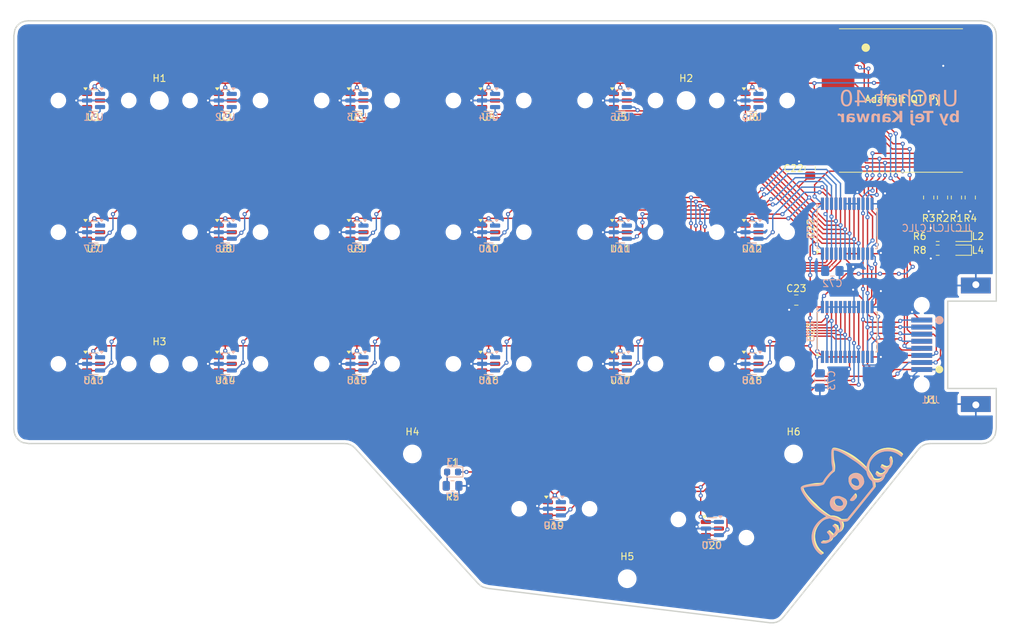
<source format=kicad_pcb>
(kicad_pcb (version 20240108) (generator "pcbnew") (generator_version "8.0")
  (title_block (title "UnchatKeeb-42-v2"))
  (layers (0 "F.Cu" signal) (31 "B.Cu" signal) (34 "B.Paste" user) (35 "F.Paste" user) (36 "B.SilkS" user "B.Silkscreen") (37 "F.SilkS" user "F.Silkscreen") (38 "B.Mask" user) (39 "F.Mask" user) (44 "Edge.Cuts" user))
  (net 0 "")
  (net 1 "/OUT4")
  (net 2 "/GND")
  (net 3 "/OUT3")
  (net 4 "/VCC")
  (net 7 "M1")
  (net 8 "M2")
  (net 9 "M3")
  (net 10 "M4")
  (net 11 "M5")
  (net 12 "M6")
  (net 13 "M7")
  (net 14 "M8")
  (net 15 "M9")
  (net 16 "M10")
  (net 17 "/S0")
  (net 18 "/S2")
  (net 19 "/S1")
  (net 20 "/S3")
  (net 21 "M11")
  (net 22 "M12")
  (net 23 "M13")
  (net 24 "M14")
  (net 25 "M15")
  (net 26 "M16")
  (net 27 "M17")
  (net 28 "M18")
  (net 29 "M19")
  (net 30 "M20")
  (net 31 "/OUT1")
  (net 32 "/OUT2")
  (net 33 "Net-(L1-A)")
  (net 34 "Net-(L2-A)")
  (net 35 "Net-(L3-A)")
  (net 36 "Net-(L4-A)")
  (net 37 "IND1")
  (net 38 "IND2")
  (footprint "LED_SMD:LED_0603_1608Metric" (layer "F.Cu") (at 211.2 81.6 180)
    (property "Reference" "L2")
    (property "Value" "LED")
  )
  (footprint "Resistor_SMD:R_0805_2012Metric_Pad1.20x1.40mm_HandSolder" (layer "F.Cu") (at 210.5 76 -90)
    (property "Reference" "R1")
    (property "Value" "10k")
  )
  (footprint "Package_TO_SOT_SMD:SOT-23" (layer "F.Cu") (at 181 81)
    (property "Reference" "U12")
    (property "Value" "DRV5055")
  )
  (footprint "Package_TO_SOT_SMD:SOT-23" (layer "F.Cu") (at 181 100)
    (property "Reference" "U18")
    (property "Value" "DRV5055")
  )
  (footprint "Package_TO_SOT_SMD:SOT-23" (layer "F.Cu") (at 124 100)
    (property "Reference" "U15")
    (property "Value" "DRV5055")
  )
  (footprint "GKanwarKeebs:TE_2041126-1_RJ45" (layer "F.Cu") (at 205.5 97.25 90)
    (property "Reference" "J1")
    (property "Value" "RJ45")
  )
  (footprint "Capacitor_SMD:C_0805_2012Metric_Pad1.18x1.45mm_HandSolder" (layer "F.Cu") (at 189.4 71.8 -90)
    (property "Reference" "C22")
    (property "Value" "0.1uF")
  )
  (footprint "MountingHole:MountingHole_2.2mm_M2" (layer "F.Cu") (at 171.5 62)
    (property "Reference" "H2")
    (property "Value" "MountingHole")
  )
  (footprint "Resistor_SMD:R_0805_2012Metric_Pad1.20x1.40mm_HandSolder" (layer "F.Cu") (at 212.5 76 -90)
    (property "Reference" "R4")
    (property "Value" "10k")
  )
  (footprint "Package_TO_SOT_SMD:SOT-23" (layer "F.Cu") (at 162 81)
    (property "Reference" "U11")
    (property "Value" "DRV5055")
  )
  (footprint "GKanwarKeebs:MX_HallEffect_Reversible_1.00u" (layer "F.Cu") (at 143 62)
    (property "Reference" "S4" (hide yes))
    (property "Value" "Keyswitch")
  )
  (footprint "LED_SMD:LED_0603_1608Metric" (layer "F.Cu") (at 211.2 83.6 180)
    (property "Reference" "L4")
    (property "Value" "LED")
  )
  (footprint "MountingHole:MountingHole_2.2mm_M2" (layer "F.Cu") (at 163 131)
    (property "Reference" "H5")
    (property "Value" "MountingHole")
  )
  (footprint "Package_TO_SOT_SMD:SOT-23" (layer "F.Cu") (at 143 81)
    (property "Reference" "U10")
    (property "Value" "DRV5055")
  )
  (footprint "Package_TO_SOT_SMD:SOT-23" (layer "F.Cu") (at 143 62)
    (property "Reference" "U4")
    (property "Value" "DRV5055")
  )
  (footprint "GKanwarKeebs:Adafruit_QT_Py_SMD" (layer "F.Cu") (at 202.5 62)
    (property "Reference" "U77" (hide yes))
    (property "Value" "~")
  )
  (footprint "GKanwarKeebs:MX_HallEffect_Reversible_1.00u" (layer "F.Cu") (at 105 62)
    (property "Reference" "S2" (hide yes))
    (property "Value" "Keyswitch")
  )
  (footprint "GKanwarKeebs:MX_HallEffect_Reversible_1.00u" (layer "F.Cu") (at 86 100)
    (property "Reference" "S13" (hide yes))
    (property "Value" "Keyswitch")
  )
  (footprint "Resistor_SMD:R_0805_2012Metric" (layer "F.Cu") (at 137.8 117.6 180)
    (property "Reference" "R5")
    (property "Value" "100")
  )
  (footprint "GKanwarKeebs:MX_HallEffect_Reversible_1.00u" (layer "F.Cu") (at 105 81)
    (property "Reference" "S8" (hide yes))
    (property "Value" "Keyswitch")
  )
  (footprint "GKanwarKeebs:MX_HallEffect_Reversible_1.00u" (layer "F.Cu") (at 152.4875 120.9125)
    (property "Reference" "S19" (hide yes))
    (property "Value" "Keyswitch")
  )
  (footprint "Package_TO_SOT_SMD:SOT-23" (layer "F.Cu") (at 124 81)
    (property "Reference" "U9")
    (property "Value" "DRV5055")
  )
  (footprint "Package_TO_SOT_SMD:SOT-23" (layer "F.Cu") (at 175.2875 123.7625)
    (property "Reference" "U20")
    (property "Value" "DRV5055")
  )
  (footprint "GKanwarKeebs:MX_HallEffect_Reversible_1.00u" (layer "F.Cu") (at 124 62)
    (property "Reference" "S3" (hide yes))
    (property "Value" "Keyswitch")
  )
  (footprint "Package_SO:SSOP-24_5.3x8.2mm_P0.65mm" (layer "F.Cu") (at 194.75 95.4 90)
    (property "Reference" "U23")
    (property "Value" "CD74HC4067SM")
  )
  (footprint "LED_SMD:LED_0603_1608Metric" (layer "F.Cu") (at 137.8 115.6 180)
    (property "Reference" "L1")
    (property "Value" "LED")
  )
  (footprint "Package_TO_SOT_SMD:SOT-23" (layer "F.Cu") (at 105 62)
    (property "Reference" "U2")
    (property "Value" "DRV5055")
  )
  (footprint "Package_TO_SOT_SMD:SOT-23" (layer "F.Cu") (at 86 62)
    (property "Reference" "U1")
    (property "Value" "DRV5055")
  )
  (footprint "GKanwarKeebs:MX_HallEffect_Reversible_1.00u" (layer "F.Cu") (at 124 100)
    (property "Reference" "S15" (hide yes))
    (property "Value" "Keyswitch")
  )
  (footprint "GKanwarKeebs:MX_HallEffect_Reversible_1.00u" (layer "F.Cu") (at 105 100)
    (property "Reference" "S14" (hide yes))
    (property "Value" "Keyswitch")
  )
  (footprint "Package_TO_SOT_SMD:SOT-23" (layer "F.Cu") (at 152.4875 120.9125)
    (property "Reference" "U19")
    (property "Value" "DRV5055")
  )
  (footprint "MountingHole:MountingHole_2.2mm_M2" (layer "F.Cu") (at 187 113)
    (property "Reference" "H6")
    (property "Value" "MountingHole")
  )
  (footprint "MountingHole:MountingHole_2.2mm_M2" (layer "F.Cu") (at 132 113)
    (property "Reference" "H4")
    (property "Value" "MountingHole")
  )
  (footprint "Package_SO:SSOP-24_5.3x8.2mm_P0.65mm" (layer "F.Cu") (at 194.75 80.5 90)
    (property "Reference" "U22")
    (property "Value" "CD74HC4067SM")
  )
  (footprint "Package_TO_SOT_SMD:SOT-23" (layer "F.Cu") (at 181 62)
    (property "Reference" "U6")
    (property "Value" "DRV5055")
  )
  (footprint "GKanwarKeebs:MX_HallEffect_Reversible_1.00u" (layer "F.Cu") (at 181 81)
    (property "Reference" "S12" (hide yes))
    (property "Value" "Keyswitch")
  )
  (footprint "GKanwarKeebs:MX_HallEffect_Reversible_1.00u" (layer "F.Cu") (at 181 100)
    (property "Reference" "S18" (hide yes))
    (property "Value" "Keyswitch")
  )
  (footprint "Resistor_SMD:R_0805_2012Metric_Pad1.20x1.40mm_HandSolder" (layer "F.Cu") (at 208.5 76 -90)
    (property "Reference" "R2")
    (property "Value" "10k")
  )
  (footprint "Package_TO_SOT_SMD:SOT-23" (layer "F.Cu") (at 105 100)
    (property "Reference" "U14")
    (property "Value" "DRV5055")
  )
  (footprint "Resistor_SMD:R_0805_2012Metric_Pad1.20x1.40mm_HandSolder" (layer "F.Cu") (at 206.5 76 -90)
    (property "Reference" "R3")
    (property "Value" "10k")
  )
  (footprint "GKanwarKeebs:MX_HallEffect_Reversible_1.00u" (layer "F.Cu") (at 143 100)
    (property "Reference" "S16" (hide yes))
    (property "Value" "Keyswitch")
  )
  (footprint "GKanwarKeebs:MX_HallEffect_Reversible_1.00u" (layer "F.Cu") (at 162 62)
    (property "Reference" "S5" (hide yes))
    (property "Value" "Keyswitch")
  )
  (footprint "Resistor_SMD:R_0805_2012Metric" (layer "F.Cu") (at 207.8 81.6)
    (property "Reference" "R6")
    (property "Value" "100")
  )
  (footprint "Package_TO_SOT_SMD:SOT-23" (layer "F.Cu") (at 124 62)
    (property "Reference" "U3")
    (property "Value" "DRV5055")
  )
  (footprint "Package_TO_SOT_SMD:SOT-23" (layer "F.Cu") (at 105 81)
    (property "Reference" "U8")
    (property "Value" "DRV5055")
  )
  (footprint "Capacitor_SMD:C_0805_2012Metric_Pad1.18x1.45mm_HandSolder" (layer "F.Cu") (at 187.4 90.8)
    (property "Reference" "C23")
    (property "Value" "0.1uF")
  )
  (footprint "GKanwarKeebs:MX_HallEffect_Reversible_1.00u" (layer "F.Cu") (at 175.2875 123.7625 -15)
    (property "Reference" "S20" (hide yes))
    (property "Value" "Keyswitch")
  )
  (footprint "GKanwarKeebs:MX_HallEffect_Reversible_1.00u" (layer "F.Cu") (at 86 81)
    (property "Reference" "S7" (hide yes))
    (property "Value" "Keyswitch")
  )
  (footprint "GKanwarKeebs:MX_HallEffect_Reversible_1.00u" (layer "F.Cu") (at 162 81)
    (property "Reference" "S11" (hide yes))
    (property "Value" "Keyswitch")
  )
  (footprint "Resistor_SMD:R_0805_2012Metric" (layer "F.Cu") (at 207.8 83.6)
    (property "Reference" "R8")
    (property "Value" "100")
  )
  (footprint "Package_TO_SOT_SMD:SOT-23" (layer "F.Cu") (at 86 81)
    (property "Reference" "U7")
    (property "Value" "DRV5055")
  )
  (footprint "MountingHole:MountingHole_2.2mm_M2" (layer "F.Cu") (at 95.5 62)
    (property "Reference" "H1")
    (property "Value" "MountingHole")
  )
  (footprint "MountingHole:MountingHole_2.2mm_M2" (layer "F.Cu") (at 95.5 100)
    (property "Reference" "H3")
    (property "Value" "MountingHole")
  )
  (footprint "Package_TO_SOT_SMD:SOT-23" (layer "F.Cu") (at 162 62)
    (property "Reference" "U5")
    (property "Value" "DRV5055")
  )
  (footprint "GKanwarKeebs:MX_HallEffect_Reversible_1.00u" (layer "F.Cu") (at 86 62)
    (property "Reference" "S1" (hide yes))
    (property "Value" "Keyswitch")
  )
  (footprint "GKanwarKeebs:MX_HallEffect_Reversible_1.00u" (layer "F.Cu") (at 162 100)
    (property "Reference" "S17" (hide yes))
    (property "Value" "Keyswitch")
  )
  (footprint "GKanwarKeebs:MX_HallEffect_Reversible_1.00u" (layer "F.Cu") (at 124 81)
    (property "Reference" "S9" (hide yes))
    (property "Value" "Keyswitch")
  )
  (footprint "Package_TO_SOT_SMD:SOT-23" (layer "F.Cu") (at 143 100)
    (property "Reference" "U16")
    (property "Value" "DRV5055")
  )
  (footprint "GKanwarKeebs:MX_HallEffect_Reversible_1.00u" (layer "F.Cu") (at 181 62)
    (property "Reference" "S6" (hide yes))
    (property "Value" "Keyswitch")
  )
  (footprint "GKanwarKeebs:MX_HallEffect_Reversible_1.00u" (layer "F.Cu") (at 143 81)
    (property "Reference" "S10" (hide yes))
    (property "Value" "Keyswitch")
  )
  (footprint "Package_TO_SOT_SMD:SOT-23" (layer "F.Cu") (at 162 100)
    (property "Reference" "U17")
    (property "Value" "DRV5055")
  )
  (footprint "Package_TO_SOT_SMD:SOT-23" (layer "F.Cu") (at 86 100)
    (property "Reference" "U13")
    (property "Value" "DRV5055")
  )
  (footprint "Package_TO_SOT_SMD:SOT-23" (layer "B.Cu") (at 124 81 180)
    (property "Reference" "U59")
    (property "Value" "DRV5055")
  )
  (footprint "Package_TO_SOT_SMD:SOT-23" (layer "B.Cu") (at 143 100 180)
    (property "Reference" "U66")
    (property "Value" "DRV5055")
  )
  (footprint "Package_TO_SOT_SMD:SOT-23" (layer "B.Cu") (at 86 81 180)
    (property "Reference" "U57")
    (property "Value" "DRV5055")
  )
  (footprint "Capacitor_SMD:C_0805_2012Metric_Pad1.18x1.45mm_HandSolder" (layer "B.Cu") (at 190.8 102.4 90)
    (property "Reference" "C73")
    (property "Value" "0.1uF")
  )
  (footprint "LED_SMD:LED_0603_1608Metric" (layer "B.Cu") (at 137.8 115.6 180)
    (property "Reference" "L3")
    (property "Value" "LED")
  )
  (footprint "Package_TO_SOT_SMD:SOT-23" (layer "B.Cu") (at 86 100 180)
    (property "Reference" "U63")
    (property "Value" "DRV5055")
  )
  (footprint "Package_TO_SOT_SMD:SOT-23" (layer "B.Cu") (at 105 81 180)
    (property "Reference" "U58")
    (property "Value" "DRV5055")
  )
  (footprint "Package_TO_SOT_SMD:SOT-23" (layer "B.Cu") (at 143 81 180)
    (property "Reference" "U60")
    (property "Value" "DRV5055")
  )
  (footprint "Capacitor_SMD:C_0805_2012Metric_Pad1.18x1.45mm_HandSolder" (layer "B.Cu") (at 192.6 86.6 180)
    (property "Reference" "C72")
    (property "Value" "0.1uF")
  )
  (footprint "Package_TO_SOT_SMD:SOT-23" (layer "B.Cu") (at 181 62 180)
    (property "Reference" "U56")
    (property "Value" "DRV5055")
  )
  (footprint "Package_TO_SOT_SMD:SOT-23" (layer "B.Cu") (at 152.4875 120.9125 180)
    (property "Reference" "U69")
    (property "Value" "DRV5055")
  )
  (footprint "Package_TO_SOT_SMD:SOT-23" (layer "B.Cu") (at 175.2875 123.7625 180)
    (property "Reference" "U70")
    (property "Value" "DRV5055")
  )
  (footprint "Resistor_SMD:R_0805_2012Metric" (layer "B.Cu") (at 137.8 117.6 180)
    (property "Reference" "R7")
    (property "Value" "100")
  )
  (footprint "Package_TO_SOT_SMD:SOT-23" (layer "B.Cu") (at 124 62 180)
    (property "Reference" "U53")
    (property "Value" "DRV5055")
  )
  (footprint "Package_TO_SOT_SMD:SOT-23" (layer "B.Cu") (at 124 100 180)
    (property "Reference" "U65")
    (property "Value" "DRV5055")
  )
  (footprint "Package_TO_SOT_SMD:SOT-23" (layer "B.Cu") (at 181 100 180)
    (property "Reference" "U68")
    (property "Value" "DRV5055")
  )
  (footprint "Package_TO_SOT_SMD:SOT-23" (layer "B.Cu") (at 162 62 180)
    (property "Reference" "U55")
    (property "Value" "DRV5055")
  )
  (footprint "GKanwarKeebs:TE_2041126-1_RJ45_Back" (layer "B.Cu") (at 205.5 97.25 -90)
    (property "Reference" "J51")
    (property "Value" "RJ45")
  )
  (footprint "Package_TO_SOT_SMD:SOT-23" (layer "B.Cu") (at 86 62 180)
    (property "Reference" "U51")
    (property "Value" "DRV5055")
  )
  (footprint "Package_TO_SOT_SMD:SOT-23" (layer "B.Cu") (at 105 100 180)
    (property "Reference" "U64")
    (property "Value" "DRV5055")
  )
  (footprint "Package_SO:SSOP-24_5.3x8.2mm_P0.65mm" (layer "B.Cu") (at 194.75 95.4 -90)
    (property "Reference" "U73")
    (property "Value" "CD74HC4067SM")
  )
  (footprint "Package_TO_SOT_SMD:SOT-23" (layer "B.Cu") (at 105 62 180)
    (property "Reference" "U52")
    (property "Value" "DRV5055")
  )
  (footprint "Package_TO_SOT_SMD:SOT-23" (layer "B.Cu") (at 162 81 180)
    (property "Reference" "U61")
    (property "Value" "DRV5055")
  )
  (footprint "Package_TO_SOT_SMD:SOT-23" (layer "B.Cu") (at 143 62 180)
    (property "Reference" "U54")
    (property "Value" "DRV5055")
  )
  (footprint "Package_TO_SOT_SMD:SOT-23" (layer "B.Cu") (at 162 100 180)
    (property "Reference" "U67")
    (property "Value" "DRV5055")
  )
  (footprint "Package_SO:SSOP-24_5.3x8.2mm_P0.65mm" (layer "B.Cu") (at 194.75 80.5 -90)
    (property "Reference" "U72")
    (property "Value" "CD74HC4067SM")
  )
  (footprint "Package_TO_SOT_SMD:SOT-23" (layer "B.Cu") (at 181 81 180)
    (property "Reference" "U62")
    (property "Value" "DRV5055")
  )
  (gr_line (start 190.406976 123.194363) (end 190.304479 123.332796) (stroke (width 0.299999) (color 255 255 255 1)) (layer "B.SilkS"))
  (gr_line (start 200.110693 115.055907) (end 200.151816 115.068038) (stroke (width 0.299999) (color 255 255 255 1)) (layer "B.SilkS"))
  (gr_line (start 192.108054 124.419146) (end 192.139218 124.454972) (stroke (width 0.299999) (color 255 255 255 1)) (layer "B.SilkS"))
  (gr_line (start 191.63995 122.273137) (end 191.524419 122.316051) (stroke (width 0.299999) (color 255 255 255 1)) (layer "B.SilkS"))
  (gr_line (start 202.458012 113.153533) (end 202.556921 113.245875) (stroke (width 0.299999) (color 255 255 255 1)) (layer "B.SilkS"))
  (gr_line (start 200.712236 115.012598) (end 200.743601 114.992183) (stroke (width 0.299999) (color 255 255 255 1)) (layer "B.SilkS"))
  (gr_line (start 199.779022 114.893325) (end 199.820284 114.919836) (stroke (width 0.299999) (color 255 255 255 1)) (layer "B.SilkS"))
  (gr_line (start 201.041203 113.997534) (end 201.02599 113.917635) (stroke (width 0.299999) (color 255 255 255 1)) (layer "B.SilkS"))
  (gr_line (start 190.511901 123.065903) (end 190.406976 123.194363) (stroke (width 0.299999) (color 255 255 255 1)) (layer "B.SilkS"))
  (gr_line (start 192.570849 125.01355) (end 192.515494 125.047602) (stroke (width 0.299999) (color 255 255 255 1)) (layer "B.SilkS"))
  (gr_line (start 198.768899 113.082414) (end 198.884549 112.995041) (stroke (width 0.299999) (color 255 255 255 1)) (layer "B.SilkS"))
  (gr_line (start 197.857142 116.11503) (end 197.778289 115.927468) (stroke (width 0.299999) (color 255 255 255 1)) (layer "B.SilkS"))
  (gr_line (start 200.95586 114.741456) (end 200.970857 114.710079) (stroke (width 0.299999) (color 255 255 255 1)) (layer "B.SilkS"))
  (gr_line (start 189.897057 124.136587) (end 189.857411 124.272667) (stroke (width 0.299999) (color 255 255 255 1)) (layer "B.SilkS"))
  (gr_line (start 190.728032 122.837879) (end 190.619003 122.947162) (stroke (width 0.299999) (color 255 255 255 1)) (layer "B.SilkS"))
  (gr_line (start 193.099297 124.453913) (end 193.054938 124.525561) (stroke (width 0.299999) (color 255 255 255 1)) (layer "B.SilkS"))
  (gr_line (start 200.027931 115.026066) (end 200.069383 115.041911) (stroke (width 0.299999) (color 255 255 255 1)) (layer "B.SilkS"))
  (gr_line (start 201.528105 112.619499) (end 201.655203 112.665943) (stroke (width 0.299999) (color 255 255 255 1)) (layer "B.SilkS"))
  (gr_line (start 199.849139 116.526368) (end 199.816995 116.570583) (stroke (width 0.299999) (color 255 255 255 1)) (layer "B.SilkS"))
  (gr_line (start 192.303911 125.340046) (end 192.283274 125.37319) (stroke (width 0.299999) (color 255 255 255 1)) (layer "B.SilkS"))
  (gr_line (start 199.321865 116.097815) (end 199.351182 116.106344) (stroke (width 0.299999) (color 255 255 255 1)) (layer "B.SilkS"))
  (gr_line (start 200.192695 115.07828) (end 200.233287 115.086618) (stroke (width 0.299999) (color 255 255 255 1)) (layer "B.SilkS"))
  (gr_line (start 192.426251 122.158012) (end 192.208078 122.160406) (stroke (width 0.299999) (color 255 255 255 1)) (layer "B.SilkS"))
  (gr_line (start 198.346142 116.738868) (end 198.290865 116.695774) (stroke (width 0.299999) (color 255 255 255 1)) (layer "B.SilkS"))
  (gr_line (start 192.139218 124.454972) (end 192.168663 124.491221) (stroke (width 0.299999) (color 255 255 255 1)) (layer "B.SilkS"))
  (gr_line (start 198.112292 113.794149) (end 198.206171 113.6647) (stroke (width 0.299999) (color 255 255 255 1)) (layer "B.SilkS"))
  (gr_line (start 193.354943 122.424165) (end 193.197444 122.340743) (stroke (width 0.299999) (color 255 255 255 1)) (layer "B.SilkS"))
  (gr_line (start 193.879568 123.122276) (end 193.865944 123.075764) (stroke (width 0.299999) (color 255 255 255 1)) (layer "B.SilkS"))
  (gr_line (start 197.950261 116.287152) (end 197.857142 116.11503) (stroke (width 0.299999) (color 255 255 255 1)) (layer "B.SilkS"))
  (gr_line (start 193.892762 123.62557) (end 193.903358 123.573253) (stroke (width 0.299999) (color 255 255 255 1)) (layer "B.SilkS"))
  (gr_line (start 189.947143 126.042099) (end 189.997054 126.168953) (stroke (width 0.299999) (color 255 255 255 1)) (layer "B.SilkS"))
  (gr_line (start 190.113689 126.414446) (end 190.180207 126.532556) (stroke (width 0.299999) (color 255 255 255 1)) (layer "B.SilkS"))
  (gr_line (start 199.900791 116.43659) (end 199.876985 116.481715) (stroke (width 0.299999) (color 255 255 255 1)) (layer "B.SilkS"))
  (gr_line (start 193.91721 123.367138) (end 193.914155 123.316777) (stroke (width 0.299999) (color 255 255 255 1)) (layer "B.SilkS"))
  (gr_line (start 189.864643 125.781508) (end 189.902974 125.912861) (stroke (width 0.299999) (color 255 255 255 1)) (layer "B.SilkS"))
  (gr_line (start 198.409444 116.780168) (end 198.346142 116.738868) (stroke (width 0.299999) (color 255 255 255 1)) (layer "B.SilkS"))
  (gr_line (start 193.360533 124.261911) (end 193.40603 124.244568) (stroke (width 0.299999) (color 255 255 255 1)) (layer "B.SilkS"))
  (gr_line (start 200.468008 115.095515) (end 200.505196 115.089961) (stroke (width 0.299999) (color 255 255 255 1)) (layer "B.SilkS"))
  (gr_line (start 192.847649 123.387654) (end 192.877999 123.40606) (stroke (width 0.299999) (color 255 255 255 1)) (layer "B.SilkS"))
  (gr_line (start 200.773937 114.969567) (end 200.803198 114.94473) (stroke (width 0.299999) (color 255 255 255 1)) (layer "B.SilkS"))
  (gr_line (start 191.524419 122.316051) (end 191.408834 122.366356) (stroke (width 0.299999) (color 255 255 255 1)) (layer "B.SilkS"))
  (gr_line (start 197.654223 115.053072) (end 197.665264 114.932925) (stroke (width 0.299999) (color 255 255 255 1)) (layer "B.SilkS"))
  (gr_line (start 199.00652 115.882511) (end 199.030833 115.90837) (stroke (width 0.299999) (color 255 255 255 1)) (layer "B.SilkS"))
  (gr_line (start 199.645127 116.117276) (end 199.681636 116.111138) (stroke (width 0.299999) (color 255 255 255 1)) (layer "B.SilkS"))
  (gr_line (start 200.539336 115.273715) (end 200.561137 115.21249) (stroke (width 0.299999) (color 255 255 255 1)) (layer "B.SilkS"))
  (gr_line (start 193.190992 123.826587) (end 193.197676 123.859213) (stroke (width 0.299999) (color 255 255 255 1)) (layer "B.SilkS"))
  (gr_line (start 200.561137 115.21249) (end 200.581386 115.149764) (stroke (width 0.299999) (color 255 255 255 1)) (layer "B.SilkS"))
  (gr_line (start 199.217691 116.129235) (end 199.540547 116.126846) (stroke (width 0.299999) (color 255 255 255 1)) (layer "B.SilkS"))
  (gr_line (start 197.953191 114.052619) (end 198.028066 113.923519) (stroke (width 0.299999) (color 255 255 255 1)) (layer "B.SilkS"))
  (gr_poly (pts (xy 195.325594 119.517456) (xy 195.311344 119.535907) (xy 195.297716 119.554282) (xy 195.28448 119.572884) (xy 195.258278 119.611984) (xy 195.23092 119.65564) (xy 195.255829 119.665839) (xy 195.282315 119.675307) (xy 195.310297 119.683715) (xy 195.339697 119.690724) (xy 195.370438 119.696005) (xy 195.402441 119.699223) (xy 195.435629 119.700043) (xy 195.469921 119.698132) (xy 195.505239 119.693159) (xy 195.523258 119.689418) (xy 195.541505 119.684788) (xy 195.55997 119.679225) (xy 195.578643 119.672686) (xy 195.597514 119.665132) (xy 195.616573 119.65652) (xy 195.635809 119.646807) (xy 195.655216 119.635954) (xy 195.674782 119.623918) (xy 195.694495 119.610657) (xy 195.714347 119.596131) (xy 195.734329 119.580296) (xy 195.754432 119.563111) (xy 195.774643 119.544534) (xy 195.822425 119.456277) (xy 195.842821 119.416428) (xy 195.860707 119.378784) (xy 195.875942 119.342863) (xy 195.88839 119.308178) (xy 195.893525 119.291147) (xy 195.897912 119.274246) (xy 195.901533 119.257411) (xy 195.904372 119.240582) (xy 195.906409 119.223698) (xy 195.907631 119.206701) (xy 195.908019 119.189529) (xy 195.907553 119.172119) (xy 195.90622 119.154416) (xy 195.904 119.136353) (xy 195.900879 119.117873) (xy 195.896835 119.098916) (xy 195.891852 119.079421) (xy 195.885917 119.059325) (xy 195.87901 119.03857) (xy 195.871113 119.017097) (xy 195.86221 118.994838) (xy 195.852282 118.971741) (xy 195.829288 118.922779) (xy 195.753328 119.000092) (xy 195.717926 119.037972) (xy 195.682663 119.077938) (xy 195.646346 119.121947) (xy 195.60779 119.171947) (xy 195.565808 119.229895) (xy 195.519211 119.297739) (xy 195.519352 119.297857) (xy 195.461855 119.360654) (xy 195.414127 119.413428) (xy 195.374346 119.458609) (xy 195.340691 119.498625)) (stroke (width 0.201339) (color 255 255 255 1)) (fill solid) (layer "B.SilkS"))
  (gr_line (start 200.57747 115.072636) (end 200.607119 115.062632) (stroke (width 0.299999) (color 255 255 255 1)) (layer "B.SilkS"))
  (gr_line (start 200.222123 115.220007) (end 200.646616 115.046902) (stroke (width 0.299999) (color 255 255 255 1)) (layer "B.SilkS"))
  (gr_line (start 192.381711 124.980831) (end 192.384009 125.01836) (stroke (width 0.299999) (color 255 255 255 1)) (layer "B.SilkS"))
  (gr_line (start 199.903223 114.967653) (end 199.944802 114.988919) (stroke (width 0.299999) (color 255 255 255 1)) (layer "B.SilkS"))
  (gr_line (start 189.902974 125.912861) (end 189.947143 126.042099) (stroke (width 0.299999) (color 255 255 255 1)) (layer "B.SilkS"))
  (gr_line (start 192.322122 125.306261) (end 192.303911 125.340046) (stroke (width 0.299999) (color 255 255 255 1)) (layer "B.SilkS"))
  (gr_line (start 200.453498 112.465249) (end 200.590828 112.462994) (stroke (width 0.299999) (color 255 255 255 1)) (layer "B.SilkS"))
  (gr_line (start 199.780287 116.614407) (end 199.738757 116.657879) (stroke (width 0.299999) (color 255 255 255 1)) (layer "B.SilkS"))
  (gr_line (start 193.49435 122.518549) (end 193.354943 122.424165) (stroke (width 0.299999) (color 255 255 255 1)) (layer "B.SilkS"))
  (gr_line (start 191.815744 125.700142) (end 191.741728 125.7221) (stroke (width 0.299999) (color 255 255 255 1)) (layer "B.SilkS"))
  (gr_line (start 189.805907 125.513501) (end 189.832253 125.648299) (stroke (width 0.299999) (color 255 255 255 1)) (layer "B.SilkS"))
  (gr_line (start 192.362151 124.867244) (end 192.370754 124.905228) (stroke (width 0.299999) (color 255 255 255 1)) (layer "B.SilkS"))
  (gr_line (start 193.790841 123.888118) (end 193.818162 123.835732) (stroke (width 0.299999) (color 255 255 255 1)) (layer "B.SilkS"))
  (gr_line (start 200.831327 114.917651) (end 200.85828 114.888312) (stroke (width 0.299999) (color 255 255 255 1)) (layer "B.SilkS"))
  (gr_line (start 191.955225 125.644393) (end 191.887048 125.674228) (stroke (width 0.299999) (color 255 255 255 1)) (layer "B.SilkS"))
  (gr_line (start 200.999911 112.493498) (end 201.134369 112.515942) (stroke (width 0.299999) (color 255 255 255 1)) (layer "B.SilkS"))
  (gr_poly (pts (xy 188.187845 117.899409) (xy 188.186488 117.945142) (xy 188.192317 117.997805) (xy 188.205044 118.05699) (xy 188.25005 118.193329) (xy 188.319218 118.350931) (xy 188.410256 118.52658) (xy 188.520877 118.717047) (xy 188.648789 118.919117) (xy 188.791702 119.129562) (xy 188.947328 119.345162) (xy 189.113376 119.562695) (xy 189.287558 119.778938) (xy 189.46758 119.990669) (xy 189.651156 120.194665) (xy 189.835995 120.387704) (xy 190.01981 120.566564) (xy 190.200306 120.728024) (xy 190.635842 121.083346) (xy 190.845342 121.247375) (xy 191.059234 121.407177) (xy 191.284947 121.566396) (xy 191.529906 121.728684) (xy 191.801543 121.897682) (xy 192.107287 122.077034) (xy 192.457148 122.232258) (xy 192.627039 122.304626) (xy 192.791661 122.371517) (xy 192.949591 122.431444) (xy 193.0994 122.482928) (xy 193.239659 122.524477) (xy 193.305763 122.541062) (xy 193.368943 122.554607) (xy 193.520839 122.573676) (xy 193.669629 122.595415) (xy 193.819548 122.616181) (xy 193.896256 122.625059) (xy 193.974837 122.632324) (xy 194.05582 122.637527) (xy 194.139737 122.640206) (xy 194.227117 122.639908) (xy 194.318488 122.636176) (xy 194.414382 122.628554) (xy 194.515333 122.616587) (xy 194.621861 122.599819) (xy 194.734505 122.577797) (xy 198.601181 117.846637) (xy 198.598915 117.761814) (xy 198.595058 117.6765) (xy 198.589391 117.590625) (xy 198.581696 117.504125) (xy 198.571758 117.41693) (xy 198.559362 117.328973) (xy 198.544285 117.240186) (xy 198.526315 117.150505) (xy 198.505233 117.05986) (xy 198.480819 116.968184) (xy 198.452858 116.875411) (xy 198.421136 116.78147) (xy 198.385427 116.686296) (xy 198.345525 116.589826) (xy 198.301202 116.491986) (xy 198.252249 116.392712) (xy 198.158612 116.212124) (xy 198.058438 116.03334) (xy 198.005535 115.944728) (xy 197.95056 115.856688) (xy 197.893361 115.769265) (xy 197.833798 115.682495) (xy 197.771721 115.59642) (xy 197.706981 115.511082) (xy 197.639437 115.426519) (xy 197.568937 115.342775) (xy 197.495335 115.259889) (xy 197.418487 115.177902) (xy 197.338243 115.096853) (xy 197.254461 115.016784) (xy 196.88681 114.686603) (xy 196.697966 114.523072) (xy 196.503011 114.361447) (xy 196.299869 114.202374) (xy 196.086464 114.046498) (xy 195.975269 113.969963) (xy 195.860726 113.894469) (xy 195.742584 113.8201) (xy 195.620576 113.746933) (xy 195.126529 113.40226) (xy 194.670675 113.104843) (xy 194.456746 112.974119) (xy 194.25198 112.855521) (xy 194.056246 112.749155) (xy 193.869417 112.655123) (xy 193.691361 112.573532) (xy 193.521952 112.504485) (xy 193.361058 112.448085) (xy 193.208556 112.40444) (xy 193.064312 112.373651) (xy 192.928198 112.355821) (xy 192.800087 112.351059) (xy 192.679849 112.359465) (xy 192.665881 112.386158) (xy 192.65326 112.416123) (xy 192.641929 112.449213) (xy 192.631823 112.485289) (xy 192.615074 112.565828) (xy 192.602543 112.656603) (xy 192.593763 112.756484) (xy 192.588265 112.864335) (xy 192.585587 112.979028) (xy 192.585257 113.099421) (xy 192.611167 114.131883) (xy 192.622766 114.253781) (xy 192.635361 114.361978) (xy 192.648623 114.458127) (xy 192.662223 114.543882) (xy 192.689148 114.690821) (xy 192.713533 114.816023) (xy 192.723958 114.874607) (xy 192.732769 114.932714) (xy 192.73964 114.991999) (xy 192.744251 115.05412) (xy 192.746271 115.120724) (xy 192.745375 115.193466) (xy 192.741238 115.274002) (xy 192.733534 115.36398) (xy 192.717508 115.392876) (xy 192.701314 115.419966) (xy 192.684903 115.445443) (xy 192.668229 115.469492) (xy 192.651243 115.4923) (xy 192.633898 115.514053) (xy 192.59793 115.555136) (xy 192.55994 115.594234) (xy 192.519542 115.632841) (xy 192.429969 115.714541) (xy 192.380022 115.76062) (xy 192.326116 115.812169) (xy 192.267867 115.870685) (xy 192.204886 115.937656) (xy 192.136788 116.014576) (xy 192.063186 116.102936) (xy 191.983694 116.204225) (xy 191.941616 116.260187) (xy 191.89792 116.319939) (xy 191.819735 116.410757) (xy 191.748587 116.499215) (xy 191.684099 116.584945) (xy 191.625902 116.667581) (xy 191.573623 116.746753) (xy 191.526884 116.822094) (xy 191.448551 116.959806) (xy 191.387914 117.077777) (xy 191.341991 117.173056) (xy 191.307797 117.242705) (xy 191.294166 117.266996) (xy 191.282351 117.283776) (xy 191.15083 117.334231) (xy 191.02815 117.37591) (xy 190.913334 117.409673) (xy 190.805407 117.436378) (xy 190.703393 117.456885) (xy 190.606315 117.472049) (xy 190.513199 117.482729) (xy 190.423068 117.489785) (xy 190.334946 117.494069) (xy 190.24786 117.496446) (xy 190.072886 117.498904) (xy 189.890337 117.504019) (xy 189.793783 117.509719) (xy 189.692412 117.518656) (xy 189.476815 117.541197) (xy 189.243862 117.572067) (xy 189.006316 117.609999) (xy 188.776951 117.653713) (xy 188.669324 117.677344) (xy 188.568535 117.701943) (xy 188.476171 117.727355) (xy 188.393835 117.753418) (xy 188.32312 117.779974) (xy 188.265625 117.806863) (xy 188.242333 117.82038) (xy 188.222942 117.833926) (xy 188.207657 117.847471) (xy 188.196673 117.861005)) (stroke (width 0.299999) (color 255 255 255 1)) (fill none) (layer "B.SilkS"))
  (gr_line (start 193.903358 123.573253) (end 193.910978 123.521173) (stroke (width 0.299999) (color 255 255 255 1)) (layer "B.SilkS"))
  (gr_line (start 198.310008 113.535361) (end 198.424107 113.406319) (stroke (width 0.299999) (color 255 255 255 1)) (layer "B.SilkS"))
  (gr_line (start 198.91316 116.943398) (end 198.818439 116.930449) (stroke (width 0.299999) (color 255 255 255 1)) (layer "B.SilkS"))
  (gr_line (start 193.841892 123.783211) (end 193.862153 123.730625) (stroke (width 0.299999) (color 255 255 255 1)) (layer "B.SilkS"))
  (gr_line (start 198.726963 116.910681) (end 198.639531 116.88493) (stroke (width 0.299999) (color 255 255 255 1)) (layer "B.SilkS"))
  (gr_line (start 193.052962 123.552045) (end 193.072645 123.575678) (stroke (width 0.299999) (color 255 255 255 1)) (layer "B.SilkS"))
  (gr_line (start 199.059582 116.948207) (end 199.01033 116.948695) (stroke (width 0.299999) (color 255 255 255 1)) (layer "B.SilkS"))
  (gr_line (start 199.540547 116.126846) (end 199.57461 116.125129) (stroke (width 0.299999) (color 255 255 255 1)) (layer "B.SilkS"))
  (gr_line (start 200.179074 112.488655) (end 200.316154 112.473789) (stroke (width 0.299999) (color 255 255 255 1)) (layer "B.SilkS"))
  (gr_line (start 201.060021 114.315399) (end 201.061735 114.237021) (stroke (width 0.299999) (color 255 255 255 1)) (layer "B.SilkS"))
  (gr_line (start 193.724426 123.992342) (end 193.758315 123.942682) (stroke (width 0.299999) (color 255 255 255 1)) (layer "B.SilkS"))
  (gr_line (start 190.204654 123.481465) (end 190.128215 123.608235) (stroke (width 0.299999) (color 255 255 255 1)) (layer "B.SilkS"))
  (gr_line (start 189.824818 124.409812) (end 189.79918 124.547756) (stroke (width 0.299999) (color 255 255 255 1)) (layer "B.SilkS"))
  (gr_line (start 193.091013 123.600086) (end 193.108067 123.6253) (stroke (width 0.299999) (color 255 255 255 1)) (layer "B.SilkS"))
  (gr_line (start 192.985972 123.485533) (end 193.009628 123.506998) (stroke (width 0.299999) (color 255 255 255 1)) (layer "B.SilkS"))
  (gr_line (start 200.461284 115.450451) (end 200.489741 115.392492) (stroke (width 0.299999) (color 255 255 255 1)) (layer "B.SilkS"))
  (gr_line (start 202.354598 113.066777) (end 202.458012 113.153533) (stroke (width 0.299999) (color 255 255 255 1)) (layer "B.SilkS"))
  (gr_line (start 193.216778 124.301331) (end 193.265891 124.290029) (stroke (width 0.299999) (color 255 255 255 1)) (layer "B.SilkS"))
  (gr_line (start 199.109149 116.945494) (end 199.059582 116.948207) (stroke (width 0.299999) (color 255 255 255 1)) (layer "B.SilkS"))
  (gr_line (start 198.290865 116.695774) (end 198.169557 116.579038) (stroke (width 0.299999) (color 255 255 255 1)) (layer "B.SilkS"))
  (gr_line (start 192.351384 125.236961) (end 192.337938 125.271886) (stroke (width 0.299999) (color 255 255 255 1)) (layer "B.SilkS"))
  (gr_line (start 198.884549 112.995041) (end 199.00355 112.91448) (stroke (width 0.299999) (color 255 255 255 1)) (layer "B.SilkS"))
  (gr_line (start 200.162658 115.848685) (end 200.218301 115.791158) (stroke (width 0.299999) (color 255 255 255 1)) (layer "B.SilkS"))
  (gr_line (start 190.95089 122.646658) (end 190.838746 122.737798) (stroke (width 0.299999) (color 255 255 255 1)) (layer "B.SilkS"))
  (gr_line (start 193.16649 124.311148) (end 193.216778 124.301331) (stroke (width 0.299999) (color 255 255 255 1)) (layer "B.SilkS"))
  (gr_line (start 193.200666 124.203347) (end 193.18752 124.293369) (stroke (width 0.299999) (color 255 255 255 1)) (layer "B.SilkS"))
  (gr_line (start 193.915741 123.469411) (end 193.917779 123.418041) (stroke (width 0.299999) (color 255 255 255 1)) (layer "B.SilkS"))
  (gr_line (start 198.65688 113.176642) (end 198.768899 113.082414) (stroke (width 0.299999) (color 255 255 255 1)) (layer "B.SilkS"))
  (gr_line (start 192.188316 125.486402) (end 192.163193 125.509491) (stroke (width 0.299999) (color 255 255 255 1)) (layer "B.SilkS"))
  (gr_line (start 189.943859 124.001839) (end 189.897057 124.136587) (stroke (width 0.299999) (color 255 255 255 1)) (layer "B.SilkS"))
  (gr_line (start 192.096549 122.170238) (end 191.983724 122.186167) (stroke (width 0.299999) (color 255 255 255 1)) (layer "B.SilkS"))
  (gr_line (start 192.452359 124.714436) (end 192.371295 125.165642) (stroke (width 0.299999) (color 255 255 255 1)) (layer "B.SilkS"))
  (gr_line (start 200.983356 113.760217) (end 200.956047 113.683525) (stroke (width 0.299999) (color 255 255 255 1)) (layer "B.SilkS"))
  (gr_line (start 198.818439 116.930449) (end 198.726963 116.910681) (stroke (width 0.299999) (color 255 255 255 1)) (layer "B.SilkS"))
  (gr_line (start 192.777005 124.857888) (end 193.115037 124.319739) (stroke (width 0.299999)) (layer "B.SilkS"))
  (gr_line (start 193.601552 122.616992) (end 193.547995 122.563659) (stroke (width 0.299999) (color 255 255 255 1)) (layer "B.SilkS"))
  (gr_line (start 199.208824 116.932964) (end 199.158932 116.940448) (stroke (width 0.299999) (color 255 255 255 1)) (layer "B.SilkS"))
  (gr_line (start 200.101799 115.906972) (end 200.162658 115.848685) (stroke (width 0.299999) (color 255 255 255 1)) (layer "B.SilkS"))
  (gr_line (start 192.624546 124.977918) (end 192.570849 125.01355) (stroke (width 0.299999) (color 255 255 255 1)) (layer "B.SilkS"))
  (gr_line (start 192.351507 124.829194) (end 192.362151 124.867244) (stroke (width 0.299999) (color 255 255 255 1)) (layer "B.SilkS"))
  (gr_line (start 190.838746 122.737798) (end 190.728032 122.837879) (stroke (width 0.299999) (color 255 255 255 1)) (layer "B.SilkS"))
  (gr_line (start 190.180207 126.532556) (end 190.252065 126.647219) (stroke (width 0.299999) (color 255 255 255 1)) (layer "B.SilkS"))
  (gr_line (start 193.910978 123.521173) (end 193.915741 123.469411) (stroke (width 0.299999) (color 255 255 255 1)) (layer "B.SilkS"))
  (gr_line (start 192.040692 124.348938) (end 192.075204 124.383786) (stroke (width 0.299999) (color 255 255 255 1)) (layer "B.SilkS"))
  (gr_line (start 193.163228 123.734733) (end 193.173772 123.764376) (stroke (width 0.299999) (color 255 255 255 1)) (layer "B.SilkS"))
  (gr_line (start 193.614739 124.114516) (end 193.652627 124.077997) (stroke (width 0.299999) (color 255 255 255 1)) (layer "B.SilkS"))
  (gr_line (start 199.293115 116.087828) (end 199.321865 116.097815) (stroke (width 0.299999) (color 255 255 255 1)) (layer "B.SilkS"))
  (gr_line (start 199.944802 114.988919) (end 199.986387 115.008398) (stroke (width 0.299999) (color 255 255 255 1)) (layer "B.SilkS"))
  (gr_line (start 191.408834 122.366356) (end 191.29344 122.42431) (stroke (width 0.299999) (color 255 255 255 1)) (layer "B.SilkS"))
  (gr_line (start 193.917779 123.418041) (end 193.91721 123.367138) (stroke (width 0.299999) (color 255 255 255 1)) (layer "B.SilkS"))
  (gr_line (start 201.02599 113.917635) (end 201.00669 113.838393) (stroke (width 0.299999) (color 255 255 255 1)) (layer "B.SilkS"))
  (gr_line (start 199.250488 112.773609) (end 199.37786 112.713216) (stroke (width 0.299999) (color 255 255 255 1)) (layer "B.SilkS"))
  (gr_line (start 199.552922 116.803537) (end 199.505017 116.831013) (stroke (width 0.299999) (color 255 255 255 1)) (layer "B.SilkS"))
  (gr_line (start 199.456529 116.855321) (end 199.407556 116.876561) (stroke (width 0.299999) (color 255 255 255 1)) (layer "B.SilkS"))
  (gr_line (start 200.352836 115.099996) (end 200.391778 115.100516) (stroke (width 0.299999) (color 255 255 255 1)) (layer "B.SilkS"))
  (gr_line (start 200.430186 115.099026) (end 200.468008 115.095515) (stroke (width 0.299999) (color 255 255 255 1)) (layer "B.SilkS"))
  (gr_line (start 200.541698 115.082339) (end 200.57747 115.072636) (stroke (width 0.299999) (color 255 255 255 1)) (layer "B.SilkS"))
  (gr_line (start 189.785704 125.377381) (end 189.805907 125.513501) (stroke (width 0.299999) (color 255 255 255 1)) (layer "B.SilkS"))
  (gr_line (start 189.768358 124.824988) (end 189.762973 124.963744) (stroke (width 0.299999) (color 255 255 255 1)) (layer "B.SilkS"))
  (gr_line (start 199.737966 114.865104) (end 199.779022 114.893325) (stroke (width 0.299999) (color 255 255 255 1)) (layer "B.SilkS"))
  (gr_line (start 192.636258 122.176916) (end 192.426251 122.158012) (stroke (width 0.299999) (color 255 255 255 1)) (layer "B.SilkS"))
  (gr_line (start 200.391778 115.100516) (end 200.430186 115.099026) (stroke (width 0.299999) (color 255 255 255 1)) (layer "B.SilkS"))
  (gr_line (start 201.267406 112.544455) (end 201.398746 112.578987) (stroke (width 0.299999) (color 255 255 255 1)) (layer "B.SilkS"))
  (gr_line (start 199.920813 116.39095) (end 199.900791 116.43659) (stroke (width 0.299999) (color 255 255 255 1)) (layer "B.SilkS"))
  (gr_line (start 193.40603 124.244568) (end 193.450295 124.224689) (stroke (width 0.299999) (color 255 255 255 1)) (layer "B.SilkS"))
  (gr_line (start 197.887359 114.181263) (end 197.953191 114.052619) (stroke (width 0.299999) (color 255 255 255 1)) (layer "B.SilkS"))
  (gr_line (start 201.398746 112.578987) (end 201.528105 112.619499) (stroke (width 0.299999) (color 255 255 255 1)) (layer "B.SilkS"))
  (gr_line (start 199.976123 116.002377) (end 199.976978 116.053609) (stroke (width 0.299999) (color 255 255 255 1)) (layer "B.SilkS"))
  (gr_line (start 198.556935 116.854037) (end 198.479973 116.818836) (stroke (width 0.299999) (color 255 255 255 1)) (layer "B.SilkS"))
  (gr_line (start 200.85828 114.888312) (end 200.884009 114.856693) (stroke (width 0.299999) (color 255 255 255 1)) (layer "B.SilkS"))
  (gr_line (start 198.206171 113.6647) (end 198.310008 113.535361) (stroke (width 0.299999) (color 255 255 255 1)) (layer "B.SilkS"))
  (gr_line (start 200.273541 115.093031) (end 200.313407 115.097497) (stroke (width 0.299999) (color 255 255 255 1)) (layer "B.SilkS"))
  (gr_line (start 191.064219 122.564203) (end 190.95089 122.646658) (stroke (width 0.299999) (color 255 255 255 1)) (layer "B.SilkS"))
  (gr_line (start 199.906828 112.537553) (end 200.042537 112.509897) (stroke (width 0.299999) (color 255 255 255 1)) (layer "B.SilkS"))
  (gr_line (start 199.639009 112.612289) (end 199.772226 112.571669) (stroke (width 0.299999) (color 255 255 255 1)) (layer "B.SilkS"))
  (gr_line (start 200.233287 115.086618) (end 200.273541 115.093031) (stroke (width 0.299999) (color 255 255 255 1)) (layer "B.SilkS"))
  (gr_line (start 191.18274 125.762541) (end 191.102048 125.751774) (stroke (width 0.299999) (color 255 255 255 1)) (layer "B.SilkS"))
  (gr_line (start 197.830269 114.309258) (end 197.887359 114.181263) (stroke (width 0.299999) (color 255 255 255 1)) (layer "B.SilkS"))
  (gr_line (start 192.289095 124.67726) (end 192.307613 124.715117) (stroke (width 0.299999) (color 255 255 255 1)) (layer "B.SilkS"))
  (gr_line (start 193.575549 124.147182) (end 193.614739 124.114516) (stroke (width 0.299999) (color 255 255 255 1)) (layer "B.SilkS"))
  (gr_line (start 199.976133 116.103999) (end 199.97333 116.153588) (stroke (width 0.299999) (color 255 255 255 1)) (layer "B.SilkS"))
  (gr_line (start 200.315274 115.677563) (end 200.357268 115.621082) (stroke (width 0.299999) (color 255 255 255 1)) (layer "B.SilkS"))
  (gr_line (start 200.042537 112.509897) (end 200.179074 112.488655) (stroke (width 0.299999) (color 255 255 255 1)) (layer "B.SilkS"))
  (gr_line (start 193.211644 124.00048) (end 193.211964 124.038628) (stroke (width 0.299999) (color 255 255 255 1)) (layer "B.SilkS"))
  (gr_line (start 200.515649 115.333648) (end 200.539336 115.273715) (stroke (width 0.299999) (color 255 255 255 1)) (layer "B.SilkS"))
  (gr_line (start 189.79918 124.547756) (end 189.780393 124.686236) (stroke (width 0.299999) (color 255 255 255 1)) (layer "B.SilkS"))
  (gr_poly (pts (xy 192.514298 119.432146) (xy 192.490341 119.463421) (xy 192.478991 119.479461) (xy 192.468028 119.495895) (xy 192.457425 119.512814) (xy 192.447155 119.530311) (xy 192.437193 119.548481) (xy 192.427514 119.567418) (xy 192.418089 119.587214) (xy 192.408896 119.607962) (xy 192.399905 119.629757) (xy 192.391093 119.652692) (xy 192.382432 119.676856) (xy 192.373898 119.702349) (xy 192.365463 119.72926) (xy 192.357103 119.757682) (xy 192.346169 119.786232) (xy 192.336754 119.813792) (xy 192.328772 119.840623) (xy 192.322134 119.866983) (xy 192.316754 119.893133) (xy 192.31255 119.919331) (xy 192.309432 119.945838) (xy 192.307313 119.972913) (xy 192.306111 120.000818) (xy 192.305735 120.029808) (xy 192.306102 120.060145) (xy 192.307128 120.092088) (xy 192.310799 120.161833) (xy 192.316061 120.241117) (xy 192.320672 120.275912) (xy 192.325318 120.306503) (xy 192.330035 120.333431) (xy 192.334865 120.357234) (xy 192.339851 120.378443) (xy 192.345036 120.397603) (xy 192.350456 120.415248) (xy 192.356154 120.431916) (xy 192.368559 120.464474) (xy 192.382577 120.499581) (xy 192.398539 120.541535) (xy 192.407353 120.566425) (xy 192.416776 120.594639) (xy 192.45931 120.659837) (xy 192.495342 120.715865) (xy 192.526977 120.764278) (xy 192.541804 120.786115) (xy 192.556322 120.806634) (xy 192.570795 120.826026) (xy 192.585486 120.844489) (xy 192.600661 120.862218) (xy 192.616579 120.879402) (xy 192.633505 120.896242) (xy 192.651705 120.912929) (xy 192.67144 120.92966) (xy 192.692973 120.946627) (xy 192.7295 120.974672) (xy 192.76715 121.001378) (xy 192.805815 121.026742) (xy 192.845386 121.050757) (xy 192.885756 121.073427) (xy 192.926815 121.094746) (xy 192.968458 121.114715) (xy 193.010577 121.133328) (xy 193.047378 121.143884) (xy 193.084456 121.153477) (xy 193.121779 121.162071) (xy 193.159313 121.169637) (xy 193.197034 121.176135) (xy 193.234907 121.181534) (xy 193.272903 121.185799) (xy 193.310987 121.188894) (xy 193.349134 121.190788) (xy 193.38731 121.191443) (xy 193.425485 121.190832) (xy 193.46363 121.188913) (xy 193.501713 121.185655) (xy 193.539701 121.181027) (xy 193.577566 121.174991) (xy 193.615276 121.167512) (xy 193.646575 121.166008) (xy 193.677775 121.163023) (xy 193.7088 121.158571) (xy 193.739584 121.152675) (xy 193.770056 121.145347) (xy 193.800144 121.136603) (xy 193.82978 121.126459) (xy 193.858895 121.11493) (xy 193.887414 121.102035) (xy 193.915272 121.087785) (xy 193.942397 121.072201) (xy 193.968719 121.055294) (xy 193.994167 121.037082) (xy 194.018671 121.017583) (xy 194.042162 120.996809) (xy 194.06457 120.97478) (xy 194.141019 120.889225) (xy 194.21633 120.802218) (xy 194.253272 120.758087) (xy 194.28959 120.713496) (xy 194.325168 120.668404) (xy 194.359895 120.622788) (xy 194.39535 120.56489) (xy 194.428712 120.505831) (xy 194.460123 120.44572) (xy 194.489709 120.384679) (xy 194.517608 120.322826) (xy 194.543951 120.260277) (xy 194.568872 120.197151) (xy 194.592504 120.133567) (xy 194.591904 120.039604) (xy 194.590656 119.994763) (xy 194.589545 119.972283) (xy 194.588012 119.949538) (xy 194.585987 119.926358) (xy 194.583398 119.902575) (xy 194.580174 119.878018) (xy 194.576239 119.852518) (xy 194.571526 119.825906) (xy 194.565963 119.798011) (xy 194.559476 119.768666) (xy 194.551995 119.737698) (xy 194.515804 119.691675) (xy 194.48544 119.653675) (xy 194.458771 119.621413) (xy 194.43367 119.592607) (xy 194.408005 119.564974) (xy 194.379648 119.536231) (xy 194.346466 119.504093) (xy 194.306332 119.466283) (xy 194.276935 119.447217) (xy 194.249559 119.429923) (xy 194.223988 119.414238) (xy 194.2 119.4) (xy 194.17738 119.387046) (xy 194.155908 119.375208) (xy 194.11554 119.354245) (xy 194.077146 119.335808) (xy 194.03898 119.318593) (xy 193.97713 119.291668) (xy 193.8063 119.502626) (xy 193.838958 119.529139) (xy 193.871055 119.5581) (xy 193.90253 119.589554) (xy 193.930223 119.617702) (xy 193.956547 119.645744) (xy 193.981513 119.673674) (xy 194.005125 119.701484) (xy 194.027402 119.729165) (xy 194.048343 119.756717) (xy 194.067964 119.784129) (xy 194.086271 119.811394) (xy 194.103273 119.838512) (xy 194.11898 119.865472) (xy 194.133399 119.89227) (xy 194.146542 119.918897) (xy 194.158416 119.94535) (xy 194.169032 119.971621) (xy 194.178396 119.997702) (xy 194.186521 120.023591) (xy 194.193411 120.049279) (xy 194.199079 120.07476) (xy 194.203533 120.100028) (xy 194.206783 120.125076) (xy 194.208837 120.1499) (xy 194.209703 120.174494) (xy 194.209392 120.198848) (xy 194.207913 120.22296) (xy 194.205274 120.246824) (xy 194.201484 120.270428) (xy 194.196553 120.293772) (xy 194.190489 120.316848) (xy 194.183303 120.339648) (xy 194.175 120.362167) (xy 194.165595 120.384398) (xy 194.155091 120.406338) (xy 194.128795 120.441111) (xy 194.096062 120.474983) (xy 194.057209 120.507317) (xy 194.012551 120.537477) (xy 193.962412 120.564827) (xy 193.907103 120.588729) (xy 193.846945 120.608549) (xy 193.782256 120.623647) (xy 193.748311 120.62923) (xy 193.713352 120.633395) (xy 193.677422 120.636059) (xy 193.640556 120.637146) (xy 193.602794 120.636576) (xy 193.564178 120.634271) (xy 193.524748 120.630147) (xy 193.48454 120.624131) (xy 193.443597 120.616138) (xy 193.401959 120.606091) (xy 193.359665 120.59391) (xy 193.316754 120.579516) (xy 193.273265 120.562828) (xy 193.229242 120.543767) (xy 193.184719 120.522252) (xy 193.139739 120.498207) (xy 193.076668 120.447626) (xy 193.019577 120.39759) (xy 192.968567 120.347814) (xy 192.94537 120.322936) (xy 192.923733 120.298019) (xy 192.903661 120.273027) (xy 192.885171 120.247926) (xy 192.868271 120.222677) (xy 192.852979 120.197248) (xy 192.839302 120.171603) (xy 192.827258 120.14571) (xy 192.81685 120.119528) (xy 192.808099 120.093025) (xy 192.801012 120.066166) (xy 192.795603 120.038914) (xy 192.791886 120.011236) (xy 192.789869 119.983097) (xy 192.789566 119.95446) (xy 192.790992 119.925289) (xy 192.794154 119.895554) (xy 192.799069 119.865213) (xy 192.805746 119.834235) (xy 192.814199 119.802583) (xy 192.824437 119.770225) (xy 192.836477 119.737122) (xy 192.850329 119.70324) (xy 192.866003 119.668545) (xy 192.883514 119.633001) (xy 192.902874 119.596574) (xy 192.902851 119.596553) (xy 192.923961 119.571613) (xy 192.946368 119.54782) (xy 192.969999 119.525217) (xy 192.994795 119.503852) (xy 193.020691 119.483767) (xy 193.047625 119.465008) (xy 193.075528 119.44762) (xy 193.104342 119.431646) (xy 193.134001 119.417136) (xy 193.164439 119.404127) (xy 193.195596 119.39267) (xy 193.227406 119.382807) (xy 193.259806 119.374585) (xy 193.292732 119.368047) (xy 193.326119 119.36324) (xy 193.359903 119.360206) (xy 193.394021 119.358991) (xy 193.428413 119.35964) (xy 193.46301 119.362198) (xy 193.497749 119.36671) (xy 193.532568 119.37322) (xy 193.5674 119.381773) (xy 193.602186 119.392414) (xy 193.63686 119.405189) (xy 193.671355 119.420141) (xy 193.705611 119.437316) (xy 193.739562 119.456757) (xy 193.773147 119.478513) (xy 193.8063 119.502626) (xy 193.97713 119.291668) (xy 193.956346 119.282619) (xy 193.92838 119.273391) (xy 193.900589 119.263392) (xy 193.845361 119.241828) (xy 193.790295 119.219423) (xy 193.735037 119.197671) (xy 193.707223 119.187506) (xy 193.679227 119.178067) (xy 193.650998 119.169538) (xy 193.622499 119.162108) (xy 193.593679 119.155958) (xy 193.5645 119.151283) (xy 193.534909 119.148263) (xy 193.504866 119.14709) (xy 193.45888 119.141497) (xy 193.412822 119.137636) (xy 193.366723 119.135443) (xy 193.320613 119.134859) (xy 193.274524 119.135822) (xy 193.22848 119.138269) (xy 193.182517 119.142142) (xy 193.136664 119.147374) (xy 193.090948 119.153909) (xy 193.045401 119.161682) (xy 193.000055 119.170632) (xy 192.954937 119.180698) (xy 192.91008 119.191821) (xy 192.865509 119.203935) (xy 192.821261 119.216983) (xy 192.777361 119.2309) (xy 192.764529 119.236556) (xy 192.751944 119.242635) (xy 192.739582 119.249091) (xy 192.727413 119.255889) (xy 192.71542 119.262982) (xy 192.703578 119.270333) (xy 192.680236 119.285637) (xy 192.634287 119.317511) (xy 192.611288 119.33342) (xy 192.588015 119.348871) (xy 192.568116 119.370171) (xy 192.549197 119.390977) (xy 192.540098 119.40127) (xy 192.531235 119.411529) (xy 192.522605 119.421785) (xy 192.514207 119.432066)) (stroke (width 0.149999) (color 255 255 255 1)) (fill solid) (layer "B.SilkS"))
  (gr_line (start 193.90109 123.217987) (end 193.891325 123.16971) (stroke (width 0.299999) (color 255 255 255 1)) (layer "B.SilkS"))
  (gr_line (start 199.183254 116.03337) (end 199.210006 116.049158) (stroke (width 0.299999) (color 255 255 255 1)) (layer "B.SilkS"))
  (gr_line (start 192.307613 124.715117) (end 192.324209 124.753088) (stroke (width 0.299999) (color 255 255 255 1)) (layer "B.SilkS"))
  (gr_line (start 197.659543 115.40094) (end 197.651669 115.287268) (stroke (width 0.299999) (color 255 255 255 1)) (layer "B.SilkS"))
  (gr_line (start 198.028066 113.923519) (end 198.112292 113.794149) (stroke (width 0.299999) (color 255 255 255 1)) (layer "B.SilkS"))
  (gr_line (start 199.757292 116.094422) (end 199.796495 116.083839) (stroke (width 0.299999) (color 255 255 255 1)) (layer "B.SilkS"))
  (gr_line (start 199.697162 114.835194) (end 200.222123 115.220007) (stroke (width 0.299999) (color 255 255 255 1)) (layer "B.SilkS"))
  (gr_line (start 197.781612 114.43642) (end 197.830269 114.309258) (stroke (width 0.299999) (color 255 255 255 1)) (layer "B.SilkS"))
  (gr_line (start 200.743601 114.992183) (end 200.773937 114.969567) (stroke (width 0.299999) (color 255 255 255 1)) (layer "B.SilkS"))
  (gr_line (start 199.055411 115.932797) (end 199.080285 115.955789) (stroke (width 0.299999) (color 255 255 255 1)) (layer "B.SilkS"))
  (gr_line (start 192.377283 124.943104) (end 192.381711 124.980831) (stroke (width 0.299999) (color 255 255 255 1)) (layer "B.SilkS"))
  (gr_line (start 199.381092 116.113417) (end 199.411628 116.119031) (stroke (width 0.299999) (color 255 255 255 1)) (layer "B.SilkS"))
  (gr_line (start 193.072645 123.575678) (end 193.091013 123.600086) (stroke (width 0.299999) (color 255 255 255 1)) (layer "B.SilkS"))
  (gr_poly (pts (xy 195.165618 116.212111) (xy 195.157392 116.222695) (xy 195.141021 116.244533) (xy 195.124581 116.267345) (xy 195.10787 116.291227) (xy 195.097604 116.317208) (xy 195.086828 116.343015) (xy 195.065203 116.394588) (xy 195.05508 116.420597) (xy 195.050354 116.433709) (xy 195.045904 116.446915) (xy 195.041786 116.460228) (xy 195.038039 116.473662) (xy 195.034709 116.487236) (xy 195.031845 116.500962) (xy 195.027359 116.546795) (xy 195.023798 116.592792) (xy 195.021213 116.638905) (xy 195.019662 116.685096) (xy 195.019195 116.73132) (xy 195.019869 116.777535) (xy 195.021734 116.823704) (xy 195.024847 116.869776) (xy 195.029262 116.915716) (xy 195.035032 116.961481) (xy 195.042209 117.007027) (xy 195.050851 117.052311) (xy 195.06101 117.097292) (xy 195.072738 117.141929) (xy 195.086091 117.186176) (xy 195.101124 117.229994) (xy 195.108518 117.259129) (xy 195.117629 117.287429) (xy 195.128284 117.314978) (xy 195.140306 117.341861) (xy 195.153522 117.368161) (xy 195.167762 117.393961) (xy 195.182841 117.419347) (xy 195.198596 117.444402) (xy 195.231421 117.493854) (xy 195.264836 117.542992) (xy 195.297448 117.592487) (xy 195.313014 117.617577) (xy 195.32786 117.643009) (xy 195.385727 117.723418) (xy 195.415313 117.763363) (xy 195.445674 117.802704) (xy 195.477065 117.841119) (xy 195.50974 117.878281) (xy 195.526637 117.896292) (xy 195.54395 117.91387) (xy 195.561713 117.930971) (xy 195.579956 117.947559) (xy 195.595233 117.9664) (xy 195.61116 117.984259) (xy 195.627721 118.001139) (xy 195.644911 118.017036) (xy 195.662717 118.031953) (xy 195.68113 118.045888) (xy 195.700141 118.058846) (xy 195.719741 118.070821) (xy 195.739917 118.08182) (xy 195.760663 118.091841) (xy 195.781966 118.100881) (xy 195.803819 118.108943) (xy 195.826209 118.116031) (xy 195.849129 118.122138) (xy 195.872565 118.127269) (xy 195.896516 118.131425) (xy 195.908855 118.136662) (xy 195.921209 118.141136) (xy 195.933575 118.144883) (xy 195.945955 118.147935) (xy 195.958341 118.150327) (xy 195.970739 118.152092) (xy 195.983144 118.153264) (xy 195.995558 118.153878) (xy 196.020396 118.15356) (xy 196.045245 118.151414) (xy 196.070096 118.147707) (xy 196.094939 118.142707) (xy 196.119762 118.136692) (xy 196.144556 118.129925) (xy 196.194019 118.115227) (xy 196.243244 118.100779) (xy 196.267745 118.094325) (xy 196.292154 118.088743) (xy 196.349436 118.052407) (xy 196.406003 118.014907) (xy 196.461707 117.976134) (xy 196.516408 117.935985) (xy 196.569962 117.894353) (xy 196.622228 117.851134) (xy 196.673063 117.80622) (xy 196.722324 117.759502) (xy 196.759669 117.716005) (xy 196.796333 117.671796) (xy 196.832375 117.626979) (xy 196.867849 117.58166) (xy 196.937327 117.48993) (xy 197.005222 117.397447) (xy 197.022068 117.371006) (xy 197.037409 117.343854) (xy 197.05129 117.316024) (xy 197.063762 117.287552) (xy 197.074875 117.258473) (xy 197.084676 117.22882) (xy 197.093214 117.198628) (xy 197.100541 117.167931) (xy 197.106703 117.136765) (xy 197.11175 117.105161) (xy 197.11573 117.073156) (xy 197.118694 117.040784) (xy 197.120693 117.008078) (xy 197.12177 116.975077) (xy 197.121978 116.941809) (xy 197.121366 116.908313) (xy 197.108074 116.831623) (xy 197.09294 116.756484) (xy 197.075571 116.682816) (xy 197.065919 116.646507) (xy 197.05556 116.610531) (xy 197.044442 116.57488) (xy 197.032514 116.539544) (xy 197.019726 116.504508) (xy 197.006029 116.469765) (xy 196.991372 116.435305) (xy 196.975706 116.401115) (xy 196.958979 116.367183) (xy 196.941143 116.333502) (xy 196.914181 116.296176) (xy 196.885992 116.259595) (xy 196.856601 116.223865) (xy 196.826032 116.189091) (xy 196.794312 116.155378) (xy 196.761465 116.122832) (xy 196.727514 116.091555) (xy 196.711364 116.077773) (xy 196.282786 116.607024) (xy 196.306202 116.633736) (xy 196.328795 116.661791) (xy 196.350513 116.69109) (xy 196.371307 116.721532) (xy 196.409944 116.785469) (xy 196.444316 116.852821) (xy 196.474042 116.922806) (xy 196.498738 116.994642) (xy 196.509079 117.031015) (xy 196.518018 117.067556) (xy 196.525509 117.104173) (xy 196.5315 117.140764) (xy 196.535946 117.177235) (xy 196.5388 117.213486) (xy 196.540011 117.249423) (xy 196.539531 117.284943) (xy 196.537316 117.319952) (xy 196.533314 117.354353) (xy 196.527479 117.388048) (xy 196.519761 117.420939) (xy 196.510114 117.452929) (xy 196.498489 117.483919) (xy 196.484838 117.513814) (xy 196.469114 117.542514) (xy 196.451268 117.569922) (xy 196.431253 117.595943) (xy 196.409018 117.620476) (xy 196.384521 117.643426) (xy 196.329109 117.671555) (xy 196.276577 117.695107) (xy 196.226428 117.714103) (xy 196.17816 117.728566) (xy 196.131273 117.73851) (xy 196.085268 117.74396) (xy 196.039647 117.744936) (xy 195.99391 117.741454) (xy 195.947553 117.733539) (xy 195.900082 117.721204) (xy 195.850995 117.704478) (xy 195.799793 117.683376) (xy 195.745975 117.657918) (xy 195.689041 117.628124) (xy 195.628495 117.594017) (xy 195.563835 117.555615) (xy 195.535254 117.532658) (xy 195.507857 117.508355) (xy 195.481661 117.482804) (xy 195.456676 117.456098) (xy 195.432918 117.428337) (xy 195.410399 117.399615) (xy 195.389133 117.37003) (xy 195.369137 117.339676) (xy 195.350421 117.308652) (xy 195.332998 117.277052) (xy 195.316884 117.244976) (xy 195.302093 117.212516) (xy 195.288637 117.179771) (xy 195.276528 117.146835) (xy 195.265786 117.113807) (xy 195.256416 117.080783) (xy 195.248438 117.047857) (xy 195.241865 117.015127) (xy 195.236709 116.98269) (xy 195.232984 116.950642) (xy 195.230703 116.919079) (xy 195.229881 116.888098) (xy 195.230533 116.857793) (xy 195.232667 116.828262) (xy 195.236304 116.799604) (xy 195.241453 116.771909) (xy 195.248129 116.745281) (xy 195.256345 116.71981) (xy 195.266114 116.695596) (xy 195.27745 116.672733) (xy 195.290371 116.65132) (xy 195.304885 116.631452) (xy 195.304886 116.631451) (xy 195.324638 116.607787) (xy 195.345656 116.585441) (xy 195.367883 116.564426) (xy 195.391261 116.54476) (xy 195.415733 116.526461) (xy 195.441243 116.509541) (xy 195.467734 116.494016) (xy 195.495152 116.479906) (xy 195.523434 116.467226) (xy 195.552528 116.455989) (xy 195.582376 116.446214) (xy 195.612921 116.437918) (xy 195.644108 116.431113) (xy 195.675876 116.42582) (xy 195.708172 116.422051) (xy 195.740938 116.419825) (xy 195.774117 116.419157) (xy 195.807652 116.420062) (xy 195.841489 116.422556) (xy 195.87557 116.426659) (xy 195.909832 116.432382) (xy 195.944225 116.439746) (xy 195.978691 116.448763) (xy 196.013172 116.45945) (xy 196.047615 116.471825) (xy 196.081958 116.485902) (xy 196.116147 116.501698) (xy 196.150123 116.519227) (xy 196.183833 116.53851) (xy 196.217219 116.559559) (xy 196.250222 116.582391) (xy 196.282786 116.607024) (xy 196.711364 116.077773) (xy 196.692487 116.061658) (xy 196.671406 116.044124) (xy 196.650933 116.028301) (xy 196.630821 116.013971) (xy 196.610828 116.000915) (xy 196.590708 115.988918) (xy 196.570214 115.977764) (xy 196.549099 115.967231) (xy 196.527123 115.957106) (xy 196.479595 115.937208) (xy 196.42567 115.91633) (xy 196.290764 115.864687) (xy 196.261206 115.861334) (xy 196.235025 115.857888) (xy 196.190676 115.850998) (xy 196.153424 115.844588) (xy 196.119001 115.839226) (xy 196.101513 115.837116) (xy 196.083128 115.835485) (xy 196.063312 115.8344) (xy 196.041526 115.83393) (xy 196.017239 115.834152) (xy 195.989918 115.835139) (xy 195.959024 115.836952) (xy 195.924026 115.839673) (xy 195.845379 115.85101) (xy 195.776397 115.861918) (xy 195.744937 115.867559) (xy 195.715187 115.873507) (xy 195.686908 115.879899) (xy 195.659865 115.886877) (xy 195.633824 115.89458) (xy 195.608541 115.90314) (xy 195.583792 115.912701) (xy 195.55933 115.923399) (xy 195.534926 115.935373) (xy 195.510343 115.948759) (xy 195.485342 115.963699) (xy 195.45969 115.980328) (xy 195.433625 115.994416) (xy 195.409054 116.00826) (xy 195.385894 116.021907) (xy 195.364056 116.035401) (xy 195.343455 116.048789) (xy 195.324004 116.062113) (xy 195.305619 116.075419) (xy 195.288214 116.088751) (xy 195.271702 116.102156) (xy 195.255999 116.115677) (xy 195.241019 116.129359) (xy 195.226673 116.143251) (xy 195.212882 116.157393) (xy 195.199553 116.171828) (xy 195.186605 116.186608) (xy 195.173949 116.201773) (xy 195.173902 116.201733)) (stroke (width 0.149999) (color 255 255 255 1)) (fill solid) (layer "B.SilkS"))
  (gr_line (start 200.313407 115.097497) (end 200.352836 115.099996) (stroke (width 0.299999) (color 255 255 255 1)) (layer "B.SilkS"))
  (gr_line (start 201.655203 112.665943) (end 201.779759 112.718277) (stroke (width 0.299999) (color 255 255 255 1)) (layer "B.SilkS"))
  (gr_line (start 199.264909 116.076388) (end 199.293115 116.087828) (stroke (width 0.299999) (color 255 255 255 1)) (layer "B.SilkS"))
  (gr_line (start 190.590806 127.066115) (end 190.687814 127.159572) (stroke (width 0.299999) (color 255 255 255 1)) (layer "B.SilkS"))
  (gr_line (start 192.934662 123.444572) (end 192.960985 123.46473) (stroke (width 0.299999) (color 255 255 255 1)) (layer "B.SilkS"))
  (gr_line (start 193.265891 124.290029) (end 193.313813 124.276975) (stroke (width 0.299999) (color 255 255 255 1)) (layer "B.SilkS"))
  (gr_line (start 198.548772 113.277766) (end 198.65688 113.176642) (stroke (width 0.299999) (color 255 255 255 1)) (layer "B.SilkS"))
  (gr_line (start 200.218301 115.791158) (end 200.269063 115.734186) (stroke (width 0.299999) (color 255 255 255 1)) (layer "B.SilkS"))
  (gr_line (start 193.203078 123.892888) (end 193.207204 123.927639) (stroke (width 0.299999) (color 255 255 255 1)) (layer "B.SilkS"))
  (gr_line (start 199.411628 116.119031) (end 199.442814 116.123182) (stroke (width 0.299999) (color 255 255 255 1)) (layer "B.SilkS"))
  (gr_line (start 192.26018 125.405655) (end 192.2346 125.437393) (stroke (width 0.299999) (color 255 255 255 1)) (layer "B.SilkS"))
  (gr_line (start 200.939684 114.771857) (end 200.95586 114.741456) (stroke (width 0.299999) (color 255 255 255 1)) (layer "B.SilkS"))
  (gr_line (start 193.758315 123.942682) (end 193.790841 123.888118) (stroke (width 0.299999) (color 255 255 255 1)) (layer "B.SilkS"))
  (gr_line (start 191.66542 125.740074) (end 191.587236 125.754033) (stroke (width 0.299999) (color 255 255 255 1)) (layer "B.SilkS"))
  (gr_line (start 199.692147 116.70104) (end 199.646588 116.738654) (stroke (width 0.299999) (color 255 255 255 1)) (layer "B.SilkS"))
  (gr_line (start 192.168663 124.491221) (end 192.196362 124.527846) (stroke (width 0.299999) (color 255 255 255 1)) (layer "B.SilkS"))
  (gr_line (start 201.00669 113.838393) (end 200.983356 113.760217) (stroke (width 0.299999) (color 255 255 255 1)) (layer "B.SilkS"))
  (gr_line (start 193.652627 124.077997) (end 193.689192 124.03736) (stroke (width 0.299999) (color 255 255 255 1)) (layer "B.SilkS"))
  (gr_line (start 197.665264 114.932925) (end 197.68322 114.810997) (stroke (width 0.299999) (color 255 255 255 1)) (layer "B.SilkS"))
  (gr_line (start 192.337938 125.271886) (end 192.322122 125.306261) (stroke (width 0.299999) (color 255 255 255 1)) (layer "B.SilkS"))
  (gr_line (start 190.329152 126.758172) (end 190.411373 126.86515) (stroke (width 0.299999) (color 255 255 255 1)) (layer "B.SilkS"))
  (gr_line (start 199.609461 116.121941) (end 199.645127 116.117276) (stroke (width 0.299999) (color 255 255 255 1)) (layer "B.SilkS"))
  (gr_line (start 200.903766 114.829528) (end 200.922323 114.801231) (stroke (width 0.299999) (color 255 255 255 1)) (layer "B.SilkS"))
  (gr_line (start 191.264059 125.76911) (end 191.18274 125.762541) (stroke (width 0.299999) (color 255 255 255 1)) (layer "B.SilkS"))
  (gr_line (start 202.246958 112.985647) (end 202.354598 113.066777) (stroke (width 0.299999) (color 255 255 255 1)) (layer "B.SilkS"))
  (gr_line (start 191.755178 122.237357) (end 191.63995 122.273137) (stroke (width 0.299999) (color 255 255 255 1)) (layer "B.SilkS"))
  (gr_line (start 190.128215 123.608235) (end 190.059337 123.737397) (stroke (width 0.299999) (color 255 255 255 1)) (layer "B.SilkS"))
  (gr_line (start 192.371295 125.165642) (end 192.362495 125.201532) (stroke (width 0.299999) (color 255 255 255 1)) (layer "B.SilkS"))
  (gr_line (start 193.833583 122.985807) (end 193.795228 122.900439) (stroke (width 0.299999) (color 255 255 255 1)) (layer "B.SilkS"))
  (gr_line (start 199.968306 116.202417) (end 199.960802 116.250527) (stroke (width 0.299999) (color 255 255 255 1)) (layer "B.SilkS"))
  (gr_line (start 192.782897 123.352409) (end 192.847649 123.387654) (stroke (width 0.299999) (color 255 255 255 1)) (layer "B.SilkS"))
  (gr_line (start 201.008842 114.610619) (end 201.028398 114.540385) (stroke (width 0.299999) (color 255 255 255 1)) (layer "B.SilkS"))
  (gr_line (start 190.304479 123.332796) (end 190.204654 123.481465) (stroke (width 0.299999) (color 255 255 255 1)) (layer "B.SilkS"))
  (gr_line (start 200.970857 114.710079) (end 200.984681 114.67778) (stroke (width 0.299999) (color 255 255 255 1)) (layer "B.SilkS"))
  (gr_line (start 191.50759 125.763944) (end 191.426899 125.76978) (stroke (width 0.299999) (color 255 255 255 1)) (layer "B.SilkS"))
  (gr_line (start 200.069383 115.041911) (end 200.110693 115.055907) (stroke (width 0.299999) (color 255 255 255 1)) (layer "B.SilkS"))
  (gr_line (start 193.891325 123.16971) (end 193.879568 123.122276) (stroke (width 0.299999) (color 255 255 255 1)) (layer "B.SilkS"))
  (gr_line (start 199.358201 116.894841) (end 199.30856 116.910265) (stroke (width 0.299999) (color 255 255 255 1)) (layer "B.SilkS"))
  (gr_line (start 192.836117 122.21505) (end 192.636258 122.176916) (stroke (width 0.299999) (color 255 255 255 1)) (layer "B.SilkS"))
  (gr_line (start 199.976832 116.018474) (end 200.101799 115.906972) (stroke (width 0.299999) (color 255 255 255 1)) (layer "B.SilkS"))
  (gr_line (start 190.895913 127.331108) (end 191.006801 127.408658) (stroke (width 0.299999) (color 255 255 255 1)) (layer "B.SilkS"))
  (gr_line (start 198.424107 113.406319) (end 198.548772 113.277766) (stroke (width 0.299999) (color 255 255 255 1)) (layer "B.SilkS"))
  (gr_line (start 192.212136 125.462368) (end 192.188316 125.486402) (stroke (width 0.299999) (color 255 255 255 1)) (layer "B.SilkS"))
  (gr_line (start 193.211964 124.038628) (end 193.211022 124.077961) (stroke (width 0.299999) (color 255 255 255 1)) (layer "B.SilkS"))
  (gr_line (start 193.143447 124.376639) (end 193.099297 124.453913) (stroke (width 0.299999) (color 255 255 255 1)) (layer "B.SilkS"))
  (gr_line (start 192.515494 125.047602) (end 192.458347 125.080452) (stroke (width 0.299999) (color 255 255 255 1)) (layer "B.SilkS"))
  (gr_line (start 199.816995 116.570583) (end 199.780287 116.614407) (stroke (width 0.299999) (color 255 255 255 1)) (layer "B.SilkS"))
  (gr_line (start 199.505017 116.831013) (end 199.456529 116.855321) (stroke (width 0.299999) (color 255 255 255 1)) (layer "B.SilkS"))
  (gr_line (start 199.861702 114.944618) (end 199.903223 114.967653) (stroke (width 0.299999) (color 255 255 255 1)) (layer "B.SilkS"))
  (gr_line (start 199.876985 116.481715) (end 199.849139 116.526368) (stroke (width 0.299999) (color 255 255 255 1)) (layer "B.SilkS"))
  (gr_line (start 199.97333 116.153588) (end 199.968306 116.202417) (stroke (width 0.299999) (color 255 255 255 1)) (layer "B.SilkS"))
  (gr_line (start 200.269063 115.734186) (end 200.315274 115.677563) (stroke (width 0.299999) (color 255 255 255 1)) (layer "B.SilkS"))
  (gr_line (start 199.237215 116.063498) (end 199.264909 116.076388) (stroke (width 0.299999) (color 255 255 255 1)) (layer "B.SilkS"))
  (gr_line (start 201.028398 114.540385) (end 201.043409 114.467495) (stroke (width 0.299999) (color 255 255 255 1)) (layer "B.SilkS"))
  (gr_line (start 192.825388 124.812273) (end 192.777005 124.857888) (stroke (width 0.299999) (color 255 255 255 1)) (layer "B.SilkS"))
  (gr_line (start 193.18752 124.293369) (end 193.143447 124.376639) (stroke (width 0.299999) (color 255 255 255 1)) (layer "B.SilkS"))
  (gr_line (start 193.914155 123.316777) (end 193.908741 123.267036) (stroke (width 0.299999) (color 255 255 255 1)) (layer "B.SilkS"))
  (gr_line (start 192.877999 123.40606) (end 192.907002 123.425024) (stroke (width 0.299999) (color 255 255 255 1)) (layer "B.SilkS"))
  (gr_line (start 193.210058 123.963495) (end 193.211644 124.00048) (stroke (width 0.299999) (color 255 255 255 1)) (layer "B.SilkS"))
  (gr_line (start 200.357268 115.621082) (end 200.395379 115.564541) (stroke (width 0.299999) (color 255 255 255 1)) (layer "B.SilkS"))
  (gr_line (start 190.498624 126.967886) (end 190.590806 127.066115) (stroke (width 0.299999) (color 255 255 255 1)) (layer "B.SilkS"))
  (gr_line (start 193.450295 124.224689) (end 193.493314 124.202006) (stroke (width 0.299999) (color 255 255 255 1)) (layer "B.SilkS"))
  (gr_line (start 198.958583 115.826501) (end 199.217691 116.129235) (stroke (width 0.299999) (color 255 255 255 1)) (layer "B.SilkS"))
  (gr_line (start 200.590828 112.462994) (end 200.727858 112.466981) (stroke (width 0.299999) (color 255 255 255 1)) (layer "B.SilkS"))
  (gr_line (start 192.960985 123.46473) (end 192.985972 123.485533) (stroke (width 0.299999) (color 255 255 255 1)) (layer "B.SilkS"))
  (gr_line (start 193.547995 122.563659) (end 193.49435 122.518549) (stroke (width 0.299999) (color 255 255 255 1)) (layer "B.SilkS"))
  (gr_line (start 199.01033 116.948695) (end 198.961489 116.947055) (stroke (width 0.299999) (color 255 255 255 1)) (layer "B.SilkS"))
  (gr_line (start 193.023843 122.270347) (end 192.836117 122.21505) (stroke (width 0.299999) (color 255 255 255 1)) (layer "B.SilkS"))
  (gr_line (start 192.050712 125.592343) (end 192.019857 125.610661) (stroke (width 0.299999) (color 255 255 255 1)) (layer "B.SilkS"))
  (gr_line (start 189.997054 126.168953) (end 190.052602 126.293156) (stroke (width 0.299999) (color 255 255 255 1)) (layer "B.SilkS"))
  (gr_line (start 199.474676 116.12587) (end 199.507247 116.127092) (stroke (width 0.299999) (color 255 255 255 1)) (layer "B.SilkS"))
  (gr_line (start 200.646616 115.046902) (end 200.67989 115.030831) (stroke (width 0.299999) (color 255 255 255 1)) (layer "B.SilkS"))
  (gr_line (start 189.764136 125.102236) (end 189.771746 125.240206) (stroke (width 0.299999) (color 255 255 255 1)) (layer "B.SilkS"))
  (gr_line (start 193.795228 122.900439) (end 193.75186 122.820269) (stroke (width 0.299999) (color 255 255 255 1)) (layer "B.SilkS"))
  (gr_line (start 192.019857 125.610661) (end 191.955225 125.644393) (stroke (width 0.299999) (color 255 255 255 1)) (layer "B.SilkS"))
  (gr_line (start 192.222284 124.564809) (end 192.246401 124.602062) (stroke (width 0.299999) (color 255 255 255 1)) (layer "B.SilkS"))
  (gr_line (start 193.207204 123.927639) (end 193.210058 123.963495) (stroke (width 0.299999) (color 255 255 255 1)) (layer "B.SilkS"))
  (gr_line (start 189.857411 124.272667) (end 189.824818 124.409812) (stroke (width 0.299999) (color 255 255 255 1)) (layer "B.SilkS"))
  (gr_line (start 201.901495 112.776459) (end 202.020125 112.840445) (stroke (width 0.299999) (color 255 255 255 1)) (layer "B.SilkS"))
  (gr_line (start 193.70447 122.745901) (end 193.654039 122.677941) (stroke (width 0.299999) (color 255 255 255 1)) (layer "B.SilkS"))
  (gr_line (start 199.960802 116.250527) (end 199.95056 116.297959) (stroke (width 0.299999) (color 255 255 255 1)) (layer "B.SilkS"))
  (gr_line (start 192.246401 124.602062) (end 192.268679 124.63956) (stroke (width 0.299999) (color 255 255 255 1)) (layer "B.SilkS"))
  (gr_line (start 192.382091 125.092656) (end 192.37847 125.123736) (stroke (width 0.299999) (color 255 255 255 1)) (layer "B.SilkS"))
  (gr_line (start 191.29344 122.42431) (end 191.178486 122.490173) (stroke (width 0.299999) (color 255 255 255 1)) (layer "B.SilkS"))
  (gr_line (start 192.075204 124.383786) (end 192.108054 124.419146) (stroke (width 0.299999) (color 255 255 255 1)) (layer "B.SilkS"))
  (gr_line (start 190.619003 122.947162) (end 190.511901 123.065903) (stroke (width 0.299999) (color 255 255 255 1)) (layer "B.SilkS"))
  (gr_line (start 192.268679 124.63956) (end 192.289095 124.67726) (stroke (width 0.299999) (color 255 255 255 1)) (layer "B.SilkS"))
  (gr_line (start 199.407556 116.876561) (end 199.358201 116.894841) (stroke (width 0.299999) (color 255 255 255 1)) (layer "B.SilkS"))
  (gr_line (start 192.163193 125.509491) (end 192.13682 125.531635) (stroke (width 0.299999) (color 255 255 255 1)) (layer "B.SilkS"))
  (gr_line (start 193.654039 122.677941) (end 193.601552 122.616992) (stroke (width 0.299999) (color 255 255 255 1)) (layer "B.SilkS"))
  (gr_line (start 199.719014 116.103519) (end 199.757292 116.094422) (stroke (width 0.299999) (color 255 255 255 1)) (layer "B.SilkS"))
  (gr_line (start 191.426899 125.76978) (end 191.345583 125.771515) (stroke (width 0.299999) (color 255 255 255 1)) (layer "B.SilkS"))
  (gr_line (start 193.108067 123.6253) (end 193.123813 123.651344) (stroke (width 0.299999) (color 255 255 255 1)) (layer "B.SilkS"))
  (gr_line (start 192.384145 125.05565) (end 192.382091 125.092656) (stroke (width 0.299999) (color 255 255 255 1)) (layer "B.SilkS"))
  (gr_line (start 193.862153 123.730625) (end 193.879068 123.678052) (stroke (width 0.299999) (color 255 255 255 1)) (layer "B.SilkS"))
  (gr_line (start 199.37786 112.713216) (end 199.50746 112.659458) (stroke (width 0.299999) (color 255 255 255 1)) (layer "B.SilkS"))
  (gr_line (start 193.879068 123.678052) (end 193.892762 123.62557) (stroke (width 0.299999) (color 255 255 255 1)) (layer "B.SilkS"))
  (gr_line (start 200.316154 112.473789) (end 200.453498 112.465249) (stroke (width 0.299999) (color 255 255 255 1)) (layer "B.SilkS"))
  (gr_line (start 192.872771 124.763238) (end 192.825388 124.812273) (stroke (width 0.299999) (color 255 255 255 1)) (layer "B.SilkS"))
  (gr_line (start 192.676717 124.940344) (end 192.624546 124.977918) (stroke (width 0.299999) (color 255 255 255 1)) (layer "B.SilkS"))
  (gr_line (start 200.984681 114.67778) (end 200.99734 114.644608) (stroke (width 0.299999) (color 255 255 255 1)) (layer "B.SilkS"))
  (gr_line (start 198.961489 116.947055) (end 198.91316 116.943398) (stroke (width 0.299999) (color 255 255 255 1)) (layer "B.SilkS"))
  (gr_line (start 199.30856 116.910265) (end 199.258734 116.922939) (stroke (width 0.299999) (color 255 255 255 1)) (layer "B.SilkS"))
  (gr_line (start 200.581386 115.149764) (end 200.607119 115.062632) (stroke (width 0.299999) (color 255 255 255 1)) (layer "B.SilkS"))
  (gr_line (start 199.131018 115.997462) (end 199.156934 116.016138) (stroke (width 0.299999) (color 255 255 255 1)) (layer "B.SilkS"))
  (gr_line (start 199.977634 116.014501) (end 199.976133 116.103999) (stroke (width 0.299999) (color 255 255 255 1)) (layer "B.SilkS"))
  (gr_line (start 202.020125 112.840445) (end 202.135375 112.910189) (stroke (width 0.299999) (color 255 255 255 1)) (layer "B.SilkS"))
  (gr_line (start 201.052267 114.077674) (end 201.041203 113.997534) (stroke (width 0.299999) (color 255 255 255 1)) (layer "B.SilkS"))
  (gr_line (start 192.362495 125.201532) (end 192.351384 125.236961) (stroke (width 0.299999) (color 255 255 255 1)) (layer "B.SilkS"))
  (gr_line (start 193.75186 122.820269) (end 193.70447 122.745901) (stroke (width 0.299999) (color 255 255 255 1)) (layer "B.SilkS"))
  (gr_line (start 192.384009 125.01836) (end 192.384145 125.05565) (stroke (width 0.299999) (color 255 255 255 1)) (layer "B.SilkS"))
  (gr_line (start 200.884009 114.856693) (end 200.903766 114.829528) (stroke (width 0.299999) (color 255 255 255 1)) (layer "B.SilkS"))
  (gr_line (start 193.183027 123.794983) (end 193.190992 123.826587) (stroke (width 0.299999) (color 255 255 255 1)) (layer "B.SilkS"))
  (gr_line (start 199.836649 116.071773) (end 199.877784 116.058221) (stroke (width 0.299999) (color 255 255 255 1)) (layer "B.SilkS"))
  (gr_line (start 199.937317 116.344753) (end 199.920813 116.39095) (stroke (width 0.299999) (color 255 255 255 1)) (layer "B.SilkS"))
  (gr_line (start 190.789551 127.247992) (end 190.895913 127.331108) (stroke (width 0.299999) (color 255 255 255 1)) (layer "B.SilkS"))
  (gr_line (start 193.535069 124.176257) (end 193.575549 124.147182) (stroke (width 0.299999) (color 255 255 255 1)) (layer "B.SilkS"))
  (gr_line (start 191.178486 122.490173) (end 191.064219 122.564203) (stroke (width 0.299999) (color 255 255 255 1)) (layer "B.SilkS"))
  (gr_line (start 192.370754 124.905228) (end 192.377283 124.943104) (stroke (width 0.299999) (color 255 255 255 1)) (layer "B.SilkS"))
  (gr_line (start 200.922323 114.801231) (end 200.939684 114.771857) (stroke (width 0.299999) (color 255 255 255 1)) (layer "B.SilkS"))
  (gr_line (start 192.907002 123.425024) (end 192.934662 123.444572) (stroke (width 0.299999) (color 255 255 255 1)) (layer "B.SilkS"))
  (gr_line (start 192.080527 125.573065) (end 192.050712 125.592343) (stroke (width 0.299999) (color 255 255 255 1)) (layer "B.SilkS"))
  (gr_line (start 197.68322 114.810997) (end 197.708393 114.687478) (stroke (width 0.299999) (color 255 255 255 1)) (layer "B.SilkS"))
  (gr_line (start 200.489741 115.392492) (end 200.515649 115.333648) (stroke (width 0.299999) (color 255 255 255 1)) (layer "B.SilkS"))
  (gr_line (start 199.442814 116.123182) (end 199.474676 116.12587) (stroke (width 0.299999) (color 255 255 255 1)) (layer "B.SilkS"))
  (gr_line (start 199.600148 116.772786) (end 199.552922 116.803537) (stroke (width 0.299999) (color 255 255 255 1)) (layer "B.SilkS"))
  (gr_line (start 192.283274 125.37319) (end 192.26018 125.405655) (stroke (width 0.299999) (color 255 255 255 1)) (layer "B.SilkS"))
  (gr_line (start 190.687814 127.159572) (end 190.789551 127.247992) (stroke (width 0.299999) (color 255 255 255 1)) (layer "B.SilkS"))
  (gr_line (start 201.043409 114.467495) (end 201.053931 114.392363) (stroke (width 0.299999) (color 255 255 255 1)) (layer "B.SilkS"))
  (gr_line (start 199.877784 116.058221) (end 199.963106 116.026645) (stroke (width 0.299999) (color 255 255 255 1)) (layer "B.SilkS"))
  (gr_line (start 191.345583 125.771515) (end 191.264059 125.76911) (stroke (width 0.299999) (color 255 255 255 1)) (layer "B.SilkS"))
  (gr_line (start 193.197676 123.859213) (end 193.203078 123.892888) (stroke (width 0.299999) (color 255 255 255 1)) (layer "B.SilkS"))
  (gr_line (start 199.820284 114.919836) (end 199.861702 114.944618) (stroke (width 0.299999) (color 255 255 255 1)) (layer "B.SilkS"))
  (gr_line (start 199.158932 116.940448) (end 199.109149 116.945494) (stroke (width 0.299999) (color 255 255 255 1)) (layer "B.SilkS"))
  (gr_line (start 193.054938 124.525561) (end 193.010238 124.591949) (stroke (width 0.299999) (color 255 255 255 1)) (layer "B.SilkS"))
  (gr_line (start 198.479973 116.818836) (end 198.409444 116.780168) (stroke (width 0.299999) (color 255 255 255 1)) (layer "B.SilkS"))
  (gr_line (start 199.258734 116.922939) (end 199.208824 116.932964) (stroke (width 0.299999) (color 255 255 255 1)) (layer "B.SilkS"))
  (gr_line (start 191.983724 122.186167) (end 191.869851 122.208454) (stroke (width 0.299999) (color 255 255 255 1)) (layer "B.SilkS"))
  (gr_line (start 193.173772 123.764376) (end 193.183027 123.794983) (stroke (width 0.299999) (color 255 255 255 1)) (layer "B.SilkS"))
  (gr_line (start 193.689192 124.03736) (end 193.724426 123.992342) (stroke (width 0.299999) (color 255 255 255 1)) (layer "B.SilkS"))
  (gr_line (start 199.681636 116.111138) (end 199.719014 116.103519) (stroke (width 0.299999) (color 255 255 255 1)) (layer "B.SilkS"))
  (gr_line (start 200.99734 114.644608) (end 201.008842 114.610619) (stroke (width 0.299999) (color 255 255 255 1)) (layer "B.SilkS"))
  (gr_line (start 192.208078 122.160406) (end 192.096549 122.170238) (stroke (width 0.299999) (color 255 255 255 1)) (layer "B.SilkS"))
  (gr_line (start 189.780393 124.686236) (end 189.768358 124.824988) (stroke (width 0.299999) (color 255 255 255 1)) (layer "B.SilkS"))
  (gr_line (start 197.741088 114.562554) (end 197.781612 114.43642) (stroke (width 0.299999) (color 255 255 255 1)) (layer "B.SilkS"))
  (gr_line (start 192.004553 124.314647) (end 192.040692 124.348938) (stroke (width 0.299999) (color 255 255 255 1)) (layer "B.SilkS"))
  (gr_line (start 190.252065 126.647219) (end 190.329152 126.758172) (stroke (width 0.299999) (color 255 255 255 1)) (layer "B.SilkS"))
  (gr_line (start 193.211022 124.077961) (end 193.208823 124.118507) (stroke (width 0.299999) (color 255 255 255 1)) (layer "B.SilkS"))
  (gr_line (start 190.059337 123.737397) (end 189.99792 123.868687) (stroke (width 0.299999) (color 255 255 255 1)) (layer "B.SilkS"))
  (gr_line (start 201.053931 114.392363) (end 201.060021 114.315399) (stroke (width 0.299999) (color 255 255 255 1)) (layer "B.SilkS"))
  (gr_line (start 192.33885 124.791129) (end 192.351507 124.829194) (stroke (width 0.299999) (color 255 255 255 1)) (layer "B.SilkS"))
  (gr_line (start 199.986387 115.008398) (end 200.027931 115.026066) (stroke (width 0.299999) (color 255 255 255 1)) (layer "B.SilkS"))
  (gr_line (start 191.587236 125.754033) (end 191.50759 125.763944) (stroke (width 0.299999) (color 255 255 255 1)) (layer "B.SilkS"))
  (gr_line (start 199.080285 115.955789) (end 199.105478 115.977345) (stroke (width 0.299999) (color 255 255 255 1)) (layer "B.SilkS"))
  (gr_line (start 200.505196 115.089961) (end 200.541698 115.082339) (stroke (width 0.299999) (color 255 255 255 1)) (layer "B.SilkS"))
  (gr_line (start 198.055212 116.442329) (end 197.950261 116.287152) (stroke (width 0.299999) (color 255 255 255 1)) (layer "B.SilkS"))
  (gr_line (start 192.13682 125.531635) (end 192.109248 125.552828) (stroke (width 0.299999) (color 255 255 255 1)) (layer "B.SilkS"))
  (gr_line (start 201.061735 114.237021) (end 201.059131 114.157642) (stroke (width 0.299999) (color 255 255 255 1)) (layer "B.SilkS"))
  (gr_line (start 199.796495 116.083839) (end 199.836649 116.071773) (stroke (width 0.299999) (color 255 255 255 1)) (layer "B.SilkS"))
  (gr_line (start 193.009628 123.506998) (end 193.031956 123.529161) (stroke (width 0.299999) (color 255 255 255 1)) (layer "B.SilkS"))
  (gr_line (start 192.196362 124.527846) (end 192.222284 124.564809) (stroke (width 0.299999) (color 255 255 255 1)) (layer "B.SilkS"))
  (gr_line (start 200.151816 115.068038) (end 200.192695 115.07828) (stroke (width 0.299999) (color 255 255 255 1)) (layer "B.SilkS"))
  (gr_line (start 193.493314 124.202006) (end 193.535069 124.176257) (stroke (width 0.299999) (color 255 255 255 1)) (layer "B.SilkS"))
  (gr_line (start 191.887048 125.674228) (end 191.815744 125.700142) (stroke (width 0.299999) (color 255 255 255 1)) (layer "B.SilkS"))
  (gr_line (start 199.50746 112.659458) (end 199.639009 112.612289) (stroke (width 0.299999) (color 255 255 255 1)) (layer "B.SilkS"))
  (gr_line (start 193.123813 123.651344) (end 193.138252 123.678245) (stroke (width 0.299999) (color 255 255 255 1)) (layer "B.SilkS"))
  (gr_line (start 201.134369 112.515942) (end 201.267406 112.544455) (stroke (width 0.299999) (color 255 255 255 1)) (layer "B.SilkS"))
  (gr_line (start 200.803198 114.94473) (end 200.831327 114.917651) (stroke (width 0.299999) (color 255 255 255 1)) (layer "B.SilkS"))
  (gr_line (start 198.639531 116.88493) (end 198.556935 116.854037) (stroke (width 0.299999) (color 255 255 255 1)) (layer "B.SilkS"))
  (gr_line (start 192.109248 125.552828) (end 192.080527 125.573065) (stroke (width 0.299999) (color 255 255 255 1)) (layer "B.SilkS"))
  (gr_line (start 199.95056 116.297959) (end 199.937317 116.344753) (stroke (width 0.299999) (color 255 255 255 1)) (layer "B.SilkS"))
  (gr_line (start 193.115037 124.319739) (end 193.16649 124.311148) (stroke (width 0.299999) (color 255 255 255 1)) (layer "B.SilkS"))
  (gr_line (start 197.651669 115.287268) (end 197.649793 115.17125) (stroke (width 0.299999) (color 255 255 255 1)) (layer "B.SilkS"))
  (gr_line (start 189.99792 123.868687) (end 189.943859 124.001839) (stroke (width 0.299999) (color 255 255 255 1)) (layer "B.SilkS"))
  (gr_line (start 200.67989 115.030831) (end 200.712236 115.012598) (stroke (width 0.299999) (color 255 255 255 1)) (layer "B.SilkS"))
  (gr_line (start 198.169557 116.579038) (end 198.055212 116.442329) (stroke (width 0.299999) (color 255 255 255 1)) (layer "B.SilkS"))
  (gr_line (start 199.646588 116.738654) (end 199.600148 116.772786) (stroke (width 0.299999) (color 255 255 255 1)) (layer "B.SilkS"))
  (gr_line (start 192.727493 124.900457) (end 192.676717 124.940344) (stroke (width 0.299999) (color 255 255 255 1)) (layer "B.SilkS"))
  (gr_line (start 192.2346 125.437393) (end 192.212136 125.462368) (stroke (width 0.299999) (color 255 255 255 1)) (layer "B.SilkS"))
  (gr_line (start 199.57461 116.125129) (end 199.609461 116.121941) (stroke (width 0.299999) (color 255 255 255 1)) (layer "B.SilkS"))
  (gr_line (start 191.741728 125.7221) (end 191.66542 125.740074) (stroke (width 0.299999) (color 255 255 255 1)) (layer "B.SilkS"))
  (gr_line (start 193.15139 123.706032) (end 193.163228 123.734733) (stroke (width 0.299999) (color 255 255 255 1)) (layer "B.SilkS"))
  (gr_line (start 197.778289 115.927468) (end 197.716134 115.725977) (stroke (width 0.299999) (color 255 255 255 1)) (layer "B.SilkS"))
  (gr_line (start 193.138252 123.678245) (end 193.15139 123.706032) (stroke (width 0.299999) (color 255 255 255 1)) (layer "B.SilkS"))
  (gr_line (start 193.908741 123.267036) (end 193.90109 123.217987) (stroke (width 0.299999) (color 255 255 255 1)) (layer "B.SilkS"))
  (gr_line (start 197.708393 114.687478) (end 197.741088 114.562554) (stroke (width 0.299999) (color 255 255 255 1)) (layer "B.SilkS"))
  (gr_line (start 199.97383 115.950264) (end 199.976832 116.018474) (stroke (width 0.299999) (color 255 255 255 1)) (layer "B.SilkS"))
  (gr_line (start 191.869851 122.208454) (end 191.755178 122.237357) (stroke (width 0.299999) (color 255 255 255 1)) (layer "B.SilkS"))
  (gr_line (start 193.197444 122.340743) (end 193.023843 122.270347) (stroke (width 0.299999) (color 255 255 255 1)) (layer "B.SilkS"))
  (gr_line (start 192.324209 124.753088) (end 192.33885 124.791129) (stroke (width 0.299999) (color 255 255 255 1)) (layer "B.SilkS"))
  (gr_line (start 199.772226 112.571669) (end 199.906828 112.537553) (stroke (width 0.299999) (color 255 255 255 1)) (layer "B.SilkS"))
  (gr_line (start 199.977634 116.014501) (end 200.035393 115.966223) (stroke (width 0.299999) (color 255 255 255 1)) (layer "B.SilkS"))
  (gr_line (start 193.205369 124.160293) (end 193.200666 124.203347) (stroke (width 0.299999) (color 255 255 255 1)) (layer "B.SilkS"))
  (gr_line (start 200.864312 112.477163) (end 200.999911 112.493498) (stroke (width 0.299999) (color 255 255 255 1)) (layer "B.SilkS"))
  (gr_line (start 191.966812 124.280953) (end 192.452359 124.714436) (stroke (width 0.299999) (color 255 255 255 1)) (layer "B.SilkS"))
  (gr_line (start 197.673115 115.512075) (end 197.659543 115.40094) (stroke (width 0.299999) (color 255 255 255 1)) (layer "B.SilkS"))
  (gr_line (start 193.865944 123.075764) (end 193.833583 122.985807) (stroke (width 0.299999) (color 255 255 255 1)) (layer "B.SilkS"))
  (gr_line (start 197.716134 115.725977) (end 197.673115 115.512075) (stroke (width 0.299999) (color 255 255 255 1)) (layer "B.SilkS"))
  (gr_line (start 192.965062 124.653445) (end 192.919285 124.710418) (stroke (width 0.299999) (color 255 255 255 1)) (layer "B.SilkS"))
  (gr_line (start 200.727858 112.466981) (end 200.864312 112.477163) (stroke (width 0.299999) (color 255 255 255 1)) (layer "B.SilkS"))
  (gr_line (start 189.762973 124.963744) (end 189.764136 125.102236) (stroke (width 0.299999) (color 255 255 255 1)) (layer "B.SilkS"))
  (gr_line (start 199.105478 115.977345) (end 199.131018 115.997462) (stroke (width 0.299999) (color 255 255 255 1)) (layer "B.SilkS"))
  (gr_line (start 197.649793 115.17125) (end 197.654223 115.053072) (stroke (width 0.299999) (color 255 255 255 1)) (layer "B.SilkS"))
  (gr_line (start 189.771746 125.240206) (end 189.785704 125.377381) (stroke (width 0.299999) (color 255 255 255 1)) (layer "B.SilkS"))
  (gr_line (start 199.125625 112.840683) (end 199.250488 112.773609) (stroke (width 0.299999) (color 255 255 255 1)) (layer "B.SilkS"))
  (gr_line (start 199.156934 116.016138) (end 199.183254 116.03337) (stroke (width 0.299999) (color 255 255 255 1)) (layer "B.SilkS"))
  (gr_line (start 193.208823 124.118507) (end 193.205369 124.160293) (stroke (width 0.299999) (color 255 255 255 1)) (layer "B.SilkS"))
  (gr_line (start 193.010238 124.591949) (end 192.965062 124.653445) (stroke (width 0.299999) (color 255 255 255 1)) (layer "B.SilkS"))
  (gr_line (start 193.313813 124.276975) (end 193.360533 124.261911) (stroke (width 0.299999) (color 255 255 255 1)) (layer "B.SilkS"))
  (gr_line (start 200.395379 115.564541) (end 200.42994 115.507733) (stroke (width 0.299999) (color 255 255 255 1)) (layer "B.SilkS"))
  (gr_line (start 199.00355 112.91448) (end 199.125625 112.840683) (stroke (width 0.299999) (color 255 255 255 1)) (layer "B.SilkS"))
  (gr_line (start 192.919285 124.710418) (end 192.872771 124.763238) (stroke (width 0.299999) (color 255 255 255 1)) (layer "B.SilkS"))
  (gr_line (start 192.458347 125.080452) (end 192.37847 125.123736) (stroke (width 0.299999) (color 255 255 255 1)) (layer "B.SilkS"))
  (gr_line (start 200.42994 115.507733) (end 200.461284 115.450451) (stroke (width 0.299999) (color 255 255 255 1)) (layer "B.SilkS"))
  (gr_line (start 199.030833 115.90837) (end 199.055411 115.932797) (stroke (width 0.299999) (color 255 255 255 1)) (layer "B.SilkS"))
  (gr_line (start 199.738757 116.657879) (end 199.692147 116.70104) (stroke (width 0.299999) (color 255 255 255 1)) (layer "B.SilkS"))
  (gr_line (start 193.818162 123.835732) (end 193.841892 123.783211) (stroke (width 0.299999) (color 255 255 255 1)) (layer "B.SilkS"))
  (gr_line (start 199.210006 116.049158) (end 199.237215 116.063498) (stroke (width 0.299999) (color 255 255 255 1)) (layer "B.SilkS"))
  (gr_line (start 202.135375 112.910189) (end 202.246958 112.985647) (stroke (width 0.299999) (color 255 255 255 1)) (layer "B.SilkS"))
  (gr_line (start 201.779759 112.718277) (end 201.901495 112.776459) (stroke (width 0.299999) (color 255 255 255 1)) (layer "B.SilkS"))
  (gr_line (start 189.832253 125.648299) (end 189.864643 125.781508) (stroke (width 0.299999) (color 255 255 255 1)) (layer "B.SilkS"))
  (gr_line (start 193.031956 123.529161) (end 193.052962 123.552045) (stroke (width 0.299999) (color 255 255 255 1)) (layer "B.SilkS"))
  (gr_line (start 192.777005 124.857888) (end 192.727493 124.900457) (stroke (width 0.299999) (color 255 255 255 1)) (layer "B.SilkS"))
  (gr_line (start 190.052602 126.293156) (end 190.113689 126.414446) (stroke (width 0.299999) (color 255 255 255 1)) (layer "B.SilkS"))
  (gr_line (start 199.351182 116.106344) (end 199.381092 116.113417) (stroke (width 0.299999) (color 255 255 255 1)) (layer "B.SilkS"))
  (gr_line (start 201.059131 114.157642) (end 201.052267 114.077674) (stroke (width 0.299999) (color 255 255 255 1)) (layer "B.SilkS"))
  (gr_line (start 190.411373 126.86515) (end 190.498624 126.967886) (stroke (width 0.299999) (color 255 255 255 1)) (layer "B.SilkS"))
  (gr_line (start 193.548421 122.297996) (end 193.687828 122.392382) (stroke (width 0.299999) (color 255 255 255 1)) (layer "F.SilkS"))
  (gr_line (start 192.764328 124.88738) (end 192.818025 124.851752) (stroke (width 0.299999) (color 255 255 255 1)) (layer "F.SilkS"))
  (gr_line (start 199.403805 116.704546) (end 199.453447 116.689126) (stroke (width 0.299999) (color 255 255 255 1)) (layer "F.SilkS"))
  (gr_line (start 201.017567 114.595514) (end 200.999011 114.62381) (stroke (width 0.299999) (color 255 255 255 1)) (layer "F.SilkS"))
  (gr_line (start 197.749468 114.847356) (end 197.745039 114.965532) (stroke (width 0.299999) (color 255 255 255 1)) (layer "F.SilkS"))
  (gr_line (start 198.864144 112.876698) (end 198.752124 112.970924) (stroke (width 0.299999) (color 255 255 255 1)) (layer "F.SilkS"))
  (gr_line (start 197.745039 114.965532) (end 197.746914 115.08155) (stroke (width 0.299999) (color 255 255 255 1)) (layer "F.SilkS"))
  (gr_line (start 200.002074 112.331837) (end 199.867469 112.365954) (stroke (width 0.299999) (color 255 255 255 1)) (layer "F.SilkS"))
  (gr_line (start 197.925514 114.103541) (end 197.876859 114.230702) (stroke (width 0.299999) (color 255 255 255 1)) (layer "F.SilkS"))
  (gr_line (start 199.453447 116.689126) (end 199.502804 116.670843) (stroke (width 0.299999) (color 255 255 255 1)) (layer "F.SilkS"))
  (gr_line (start 199.996035 116.230872) (end 200.016058 116.185231) (stroke (width 0.299999) (color 255 255 255 1)) (layer "F.SilkS"))
  (gr_line (start 199.345734 112.567894) (end 199.220871 112.634966) (stroke (width 0.299999) (color 255 255 255 1)) (layer "F.SilkS"))
  (gr_line (start 191.032226 122.611629) (end 191.144372 122.520489) (stroke (width 0.299999) (color 255 255 255 1)) (layer "F.SilkS"))
  (gr_line (start 190.692103 126.841717) (end 190.604851 126.738982) (stroke (width 0.299999) (color 255 255 255 1)) (layer "F.SilkS"))
  (gr_line (start 192.870196 124.814174) (end 192.920972 124.774289) (stroke (width 0.299999) (color 255 255 255 1)) (layer "F.SilkS"))
  (gr_line (start 192.009226 125.573974) (end 192.080528 125.548061) (stroke (width 0.299999) (color 255 255 255 1)) (layer "F.SilkS"))
  (gr_line (start 197.803639 114.48176) (end 197.778465 114.605278) (stroke (width 0.299999) (color 255 255 255 1)) (layer "F.SilkS"))
  (gr_line (start 200.313549 115.585442) (end 200.257904 115.642967) (stroke (width 0.299999) (color 255 255 255 1)) (layer "F.SilkS"))
  (gr_line (start 198.38611 116.490058) (end 198.441388 116.533153) (stroke (width 0.299999) (color 255 255 255 1)) (layer "F.SilkS"))
  (gr_line (start 192.555974 125.075362) (end 192.564776 125.039473) (stroke (width 0.299999) (color 255 255 255 1)) (layer "F.SilkS"))
  (gr_line (start 198.519353 113.200603) (end 198.405255 113.329642) (stroke (width 0.299999) (color 255 255 255 1)) (layer "F.SilkS"))
  (gr_line (start 193.317293 123.525174) (end 193.301546 123.499129) (stroke (width 0.299999) (color 255 255 255 1)) (layer "F.SilkS"))
  (gr_line (start 190.307166 126.288276) (end 190.246082 126.166986) (stroke (width 0.299999) (color 255 255 255 1)) (layer "F.SilkS"))
  (gr_line (start 192.82974 122.050746) (end 193.029598 122.08888) (stroke (width 0.299999) (color 255 255 255 1)) (layer "F.SilkS"))
  (gr_line (start 200.702363 114.856915) (end 200.672714 114.866918) (stroke (width 0.299999) (color 255 255 255 1)) (layer "F.SilkS"))
  (gr_line (start 193.945342 122.694101) (end 193.988709 122.774268) (stroke (width 0.299999) (color 255 255 255 1)) (layer "F.SilkS"))
  (gr_line (start 190.096453 125.786691) (end 190.058124 125.655337) (stroke (width 0.299999) (color 255 255 255 1)) (layer "F.SilkS"))
  (gr_line (start 192.290028 122.044067) (end 192.401559 122.034236) (stroke (width 0.299999) (color 255 255 255 1)) (layer "F.SilkS"))
  (gr_line (start 199.875532 116.408689) (end 199.912242 116.364866) (stroke (width 0.299999) (color 255 255 255 1)) (layer "F.SilkS"))
  (gr_line (start 201.051293 113.47781) (end 201.078602 113.554499) (stroke (width 0.299999) (color 255 255 255 1)) (layer "F.SilkS"))
  (gr_line (start 194.059423 122.949594) (end 194.073048 122.996106) (stroke (width 0.299999) (color 255 255 255 1)) (layer "F.SilkS"))
  (gr_line (start 201.095155 112.287781) (end 200.959559 112.271447) (stroke (width 0.299999) (color 255 255 255 1)) (layer "F.SilkS"))
  (gr_line (start 193.391154 123.733043) (end 193.326367 123.416746) (stroke (width 0.299999) (color 255 255 255 1)) (layer "F.SilkS"))
  (gr_line (start 193.554012 124.135742) (end 193.507293 124.150808) (stroke (width 0.299999) (color 255 255 255 1)) (layer "F.SilkS"))
  (gr_line (start 201.75045 112.460227) (end 201.623352 112.41378) (stroke (width 0.299999) (color 255 255 255 1)) (layer "F.SilkS"))
  (gr_line (start 194.096837 123.447082) (end 194.086244 123.499401) (stroke (width 0.299999) (color 255 255 255 1)) (layer "F.SilkS"))
  (gr_line (start 194.11126 123.29187) (end 194.109223 123.343242) (stroke (width 0.299999) (color 255 255 255 1)) (layer "F.SilkS"))
  (gr_line (start 194.109223 123.343242) (end 194.104456 123.395006) (stroke (width 0.299999) (color 255 255 255 1)) (layer "F.SilkS"))
  (gr_line (start 191.602316 122.240186) (end 191.717902 122.189883) (stroke (width 0.299999) (color 255 255 255 1)) (layer "F.SilkS"))
  (gr_line (start 201.493993 112.373272) (end 201.362654 112.338737) (stroke (width 0.299999) (color 255 255 255 1)) (layer "F.SilkS"))
  (gr_line (start 193.405126 123.874313) (end 193.403537 123.837327) (stroke (width 0.299999) (color 255 255 255 1)) (layer "F.SilkS"))
  (gr_line (start 198.752124 112.970924) (end 198.644017 113.072049) (stroke (width 0.299999) (color 255 255 255 1)) (layer "F.SilkS"))
  (gr_line (start 200.368787 114.887315) (end 200.328533 114.880902) (stroke (width 0.299999) (color 255 255 255 1)) (layer "F.SilkS"))
  (gr_line (start 199.852536 115.888703) (end 199.81426 115.897802) (stroke (width 0.299999) (color 255 255 255 1)) (layer "F.SilkS"))
  (gr_line (start 199.538061 115.917466) (end 199.506873 115.913314) (stroke (width 0.299999) (color 255 255 255 1)) (layer "F.SilkS"))
  (gr_line (start 200.045807 116.09224) (end 200.056048 116.044809) (stroke (width 0.299999) (color 255 255 255 1)) (layer "F.SilkS"))
  (gr_line (start 199.476337 115.907703) (end 199.446426 115.900629) (stroke (width 0.299999) (color 255 255 255 1)) (layer "F.SilkS"))
  (gr_line (start 192.415763 124.438641) (end 192.389844 124.401678) (stroke (width 0.299999) (color 255 255 255 1)) (layer "F.SilkS"))
  (gr_line (start 200.411399 112.268072) (end 200.274319 112.282939) (stroke (width 0.299999) (color 255 255 255 1)) (layer "F.SilkS"))
  (gr_line (start 190.497958 123.206628) (end 190.600456 123.068194) (stroke (width 0.299999) (color 255 255 255 1)) (layer "F.SilkS"))
  (gr_line (start 199.254177 116.73473) (end 199.304073 116.727248) (stroke (width 0.299999) (color 255 255 255 1)) (layer "F.SilkS"))
  (gr_line (start 191.37622 125.636372) (end 191.457538 125.642942) (stroke (width 0.299999) (color 255 255 255 1)) (layer "F.SilkS"))
  (gr_line (start 193.029598 122.08888) (end 193.21732 122.144177) (stroke (width 0.299999) (color 255 255 255 1)) (layer "F.SilkS"))
  (gr_line (start 199.569922 115.920154) (end 199.538061 115.917466) (stroke (width 0.299999) (color 255 255 255 1)) (layer "F.SilkS"))
  (gr_line (start 200.287941 114.872564) (end 200.247061 114.862321) (stroke (width 0.299999) (color 255 255 255 1)) (layer "F.SilkS"))
  (gr_line (start 190.52263 126.632003) (end 190.445543 126.521049) (stroke (width 0.299999) (color 255 255 255 1)) (layer "F.SilkS"))
  (gr_line (start 199.056735 116.741336) (end 199.105577 116.742977) (stroke (width 0.299999) (color 255 255 255 1)) (layer "F.SilkS"))
  (gr_line (start 201.123645 114.334669) (end 201.104087 114.4049) (stroke (width 0.299999) (color 255 255 255 1)) (layer "F.SilkS"))
  (gr_line (start 199.91553 114.71412) (end 199.874269 114.687608) (stroke (width 0.299999) (color 255 255 255 1)) (layer "F.SilkS"))
  (gr_line (start 192.531417 125.145717) (end 192.544865 125.110792) (stroke (width 0.299999) (color 255 255 255 1)) (layer "F.SilkS"))
  (gr_line (start 200.959559 112.271447) (end 200.823107 112.261263) (stroke (width 0.299999) (color 255 255 255 1)) (layer "F.SilkS"))
  (gr_line (start 199.506873 115.913314) (end 199.476337 115.907703) (stroke (width 0.299999) (color 255 255 255 1)) (layer "F.SilkS"))
  (gr_line (start 193.376505 123.668814) (end 193.367253 123.638207) (stroke (width 0.299999) (color 255 255 255 1)) (layer "F.SilkS"))
  (gr_line (start 201.104087 114.4049) (end 201.092585 114.438891) (stroke (width 0.299999) (color 255 255 255 1)) (layer "F.SilkS"))
  (gr_line (start 197.768362 115.306358) (end 197.811381 115.520261) (stroke (width 0.299999) (color 255 255 255 1)) (layer "F.SilkS"))
  (gr_line (start 192.619729 122.031843) (end 192.82974 122.050746) (stroke (width 0.299999) (color 255 255 255 1)) (layer "F.SilkS"))
  (gr_line (start 191.457538 125.642942) (end 191.539062 125.645346) (stroke (width 0.299999) (color 255 255 255 1)) (layer "F.SilkS"))
  (gr_line (start 192.482576 124.551092) (end 192.46216 124.513389) (stroke (width 0.299999) (color 255 255 255 1)) (layer "F.SilkS"))
  (gr_line (start 200.063553 115.996701) (end 200.068574 115.94787) (stroke (width 0.299999) (color 255 255 255 1)) (layer "F.SilkS"))
  (gr_line (start 191.486918 122.29814) (end 191.602316 122.240186) (stroke (width 0.299999) (color 255 255 255 1)) (layer "F.SilkS"))
  (gr_line (start 199.635794 115.921128) (end 199.602493 115.921373) (stroke (width 0.299999) (color 255 255 255 1)) (layer "F.SilkS"))
  (gr_line (start 199.695394 116.567068) (end 199.741834 116.532938) (stroke (width 0.299999) (color 255 255 255 1)) (layer "F.SilkS"))
  (gr_line (start 193.599511 124.118399) (end 193.554012 124.135742) (stroke (width 0.299999) (color 255 255 255 1)) (layer "F.SilkS"))
  (gr_line (start 192.57557 124.966488) (end 192.577625 124.92948) (stroke (width 0.299999) (color 255 255 255 1)) (layer "F.SilkS"))
  (gr_line (start 193.292777 124.327743) (end 193.375861 124.182325) (stroke (width 0.299999) (color 255 255 255 1)) (layer "F.SilkS"))
  (gr_line (start 189.979184 125.251214) (end 189.965224 125.114039) (stroke (width 0.299999) (color 255 255 255 1)) (layer "F.SilkS"))
  (gr_line (start 201.156981 114.031303) (end 201.155266 114.109681) (stroke (width 0.299999) (color 255 255 255 1)) (layer "F.SilkS"))
  (gr_line (start 201.101935 113.632677) (end 201.121235 113.711918) (stroke (width 0.299999) (color 255 255 255 1)) (layer "F.SilkS"))
  (gr_line (start 189.956451 124.837575) (end 189.961837 124.698821) (stroke (width 0.299999) (color 255 255 255 1)) (layer "F.SilkS"))
  (gr_line (start 190.445543 126.521049) (end 190.37369 126.406386) (stroke (width 0.299999) (color 255 255 255 1)) (layer "F.SilkS"))
  (gr_line (start 201.121235 113.711918) (end 201.136446 113.791818) (stroke (width 0.299999) (color 255 255 255 1)) (layer "F.SilkS"))
  (gr_line (start 202.652168 113.040158) (end 202.553258 112.947817) (stroke (width 0.299999) (color 255 255 255 1)) (layer "F.SilkS"))
  (gr_line (start 192.564776 125.039473) (end 192.64584 124.588266) (stroke (width 0.299999) (color 255 255 255 1)) (layer "F.SilkS"))
  (gr_line (start 192.57195 124.99757) (end 192.651828 124.954282) (stroke (width 0.299999) (color 255 255 255 1)) (layer "F.SilkS"))
  (gr_line (start 201.092585 114.438891) (end 201.079927 114.472061) (stroke (width 0.299999) (color 255 255 255 1)) (layer "F.SilkS"))
  (gr_line (start 192.302727 125.426659) (end 192.3303 125.405466) (stroke (width 0.299999) (color 255 255 255 1)) (layer "F.SilkS"))
  (gr_line (start 199.200722 115.771627) (end 199.175532 115.750071) (stroke (width 0.299999) (color 255 255 255 1)) (layer "F.SilkS"))
  (gr_line (start 192.23417 124.222769) (end 192.198032 124.188478) (stroke (width 0.299999) (color 255 255 255 1)) (layer "F.SilkS"))
  (gr_line (start 193.179453 123.359363) (end 193.154465 123.338565) (stroke (width 0.299999) (color 255 255 255 1)) (layer "F.SilkS"))
  (gr_line (start 200.636945 114.876622) (end 200.600441 114.884242) (stroke (width 0.299999) (color 255 255 255 1)) (layer "F.SilkS"))
  (gr_line (start 193.400685 123.80147) (end 193.396558 123.766718) (stroke (width 0.299999) (color 255 255 255 1)) (layer "F.SilkS"))
  (gr_line (start 190.190532 126.042784) (end 190.140624 125.915932) (stroke (width 0.299999) (color 255 255 255 1)) (layer "F.SilkS"))
  (gr_line (start 189.999386 125.387331) (end 189.979184 125.251214) (stroke (width 0.299999) (color 255 255 255 1)) (layer "F.SilkS"))
  (gr_line (start 193.158542 124.527277) (end 193.203717 124.465779) (stroke (width 0.299999) (color 255 255 255 1)) (layer "F.SilkS"))
  (gr_line (start 199.098797 112.708762) (end 198.979796 112.789326) (stroke (width 0.299999) (color 255 255 255 1)) (layer "F.SilkS"))
  (gr_line (start 201.136446 113.791818) (end 201.147513 113.87196) (stroke (width 0.299999) (color 255 255 255 1)) (layer "F.SilkS"))
  (gr_line (start 194.102221 123.140865) (end 194.107636 123.190609) (stroke (width 0.299999) (color 255 255 255 1)) (layer "F.SilkS"))
  (gr_line (start 199.154828 116.742491) (end 199.204397 116.739776) (stroke (width 0.299999) (color 255 255 255 1)) (layer "F.SilkS"))
  (gr_line (start 200.490625 115.358824) (end 200.452513 115.415366) (stroke (width 0.299999) (color 255 255 255 1)) (layer "F.SilkS"))
  (gr_line (start 192.177204 122.059999) (end 192.290028 122.044067) (stroke (width 0.299999) (color 255 255 255 1)) (layer "F.SilkS"))
  (gr_line (start 200.16463 114.836194) (end 200.123177 114.820349) (stroke (width 0.299999) (color 255 255 255 1)) (layer "F.SilkS"))
  (gr_line (start 192.577625 124.92948) (end 192.577492 124.892191) (stroke (width 0.299999) (color 255 255 255 1)) (layer "F.SilkS"))
  (gr_line (start 201.15438 113.951926) (end 201.156981 114.031303) (stroke (width 0.299999) (color 255 255 255 1)) (layer "F.SilkS"))
  (gr_line (start 193.375861 124.182325) (end 193.308518 124.19357) (stroke (width 0.299999) (color 255 255 255 1)) (layer "F.SilkS"))
  (gr_line (start 194.035373 123.657042) (end 194.011641 123.709563) (stroke (width 0.299999) (color 255 255 255 1)) (layer "F.SilkS"))
  (gr_line (start 199.278501 115.827653) (end 199.25218 115.810419) (stroke (width 0.299999) (color 255 255 255 1)) (layer "F.SilkS"))
  (gr_line (start 192.274008 125.446896) (end 192.302727 125.426659) (stroke (width 0.299999) (color 255 255 255 1)) (layer "F.SilkS"))
  (gr_line (start 192.213337 125.484493) (end 192.244193 125.466176) (stroke (width 0.299999) (color 255 255 255 1)) (layer "F.SilkS"))
  (gr_line (start 192.497393 125.213877) (end 192.515603 125.180091) (stroke (width 0.299999) (color 255 255 255 1)) (layer "F.SilkS"))
  (gr_line (start 192.362145 124.365051) (end 192.332699 124.328803) (stroke (width 0.299999) (color 255 255 255 1)) (layer "F.SilkS"))
  (gr_line (start 199.360154 115.870673) (end 199.332459 115.85778) (stroke (width 0.299999) (color 255 255 255 1)) (layer "F.SilkS"))
  (gr_line (start 199.502804 116.670843) (end 199.551774 116.649602) (stroke (width 0.299999) (color 255 255 255 1)) (layer "F.SilkS"))
  (gr_line (start 199.25218 115.810419) (end 199.226265 115.791743) (stroke (width 0.299999) (color 255 255 255 1)) (layer "F.SilkS"))
  (gr_line (start 193.284493 123.473918) (end 193.266126 123.449509) (stroke (width 0.299999) (color 255 255 255 1)) (layer "F.SilkS"))
  (gr_line (start 199.972231 116.275997) (end 199.996035 116.230872) (stroke (width 0.299999) (color 255 255 255 1)) (layer "F.SilkS"))
  (gr_line (start 190.050888 124.146499) (end 190.090536 124.010419) (stroke (width 0.299999) (color 255 255 255 1)) (layer "F.SilkS"))
  (gr_line (start 189.965224 125.114039) (end 189.957616 124.976068) (stroke (width 0.299999) (color 255 255 255 1)) (layer "F.SilkS"))
  (gr_line (start 200.408652 114.891779) (end 200.368787 114.887315) (stroke (width 0.299999) (color 255 255 255 1)) (layer "F.SilkS"))
  (gr_line (start 193.21732 122.144177) (end 193.390927 122.214573) (stroke (width 0.299999) (color 255 255 255 1)) (layer "F.SilkS"))
  (gr_line (start 191.620378 125.643614) (end 191.701066 125.637775) (stroke (width 0.299999) (color 255 255 255 1)) (layer "F.SilkS"))
  (gr_line (start 192.970486 124.731721) (end 193.018867 124.686104) (stroke (width 0.299999) (color 255 255 255 1)) (layer "F.SilkS"))
  (gr_line (start 199.446426 115.900629) (end 199.417111 115.892098) (stroke (width 0.299999) (color 255 255 255 1)) (layer "F.SilkS"))
  (gr_line (start 200.123177 114.820349) (end 200.08163 114.802679) (stroke (width 0.299999) (color 255 255 255 1)) (layer "F.SilkS"))
  (gr_line (start 193.72855 124.050089) (end 193.686793 124.075836) (stroke (width 0.299999) (color 255 255 255 1)) (layer "F.SilkS"))
  (gr_line (start 190.025734 125.522129) (end 189.999386 125.387331) (stroke (width 0.299999) (color 255 255 255 1)) (layer "F.SilkS"))
  (gr_line (start 200.979252 114.650976) (end 200.953527 114.682595) (stroke (width 0.299999) (color 255 255 255 1)) (layer "F.SilkS"))
  (gr_line (start 199.734253 112.406573) (end 199.602705 112.453741) (stroke (width 0.299999) (color 255 255 255 1)) (layer "F.SilkS"))
  (gr_line (start 193.403537 123.837327) (end 193.400685 123.80147) (stroke (width 0.299999) (color 255 255 255 1)) (layer "F.SilkS"))
  (gr_line (start 199.97303 115.852503) (end 199.931894 115.866056) (stroke (width 0.299999) (color 255 255 255 1)) (layer "F.SilkS"))
  (gr_line (start 193.459372 124.16386) (end 193.37214 124.183935) (stroke (width 0.299999) (color 255 255 255 1)) (layer "F.SilkS"))
  (gr_line (start 194.086244 123.499401) (end 194.072548 123.551884) (stroke (width 0.299999) (color 255 255 255 1)) (layer "F.SilkS"))
  (gr_line (start 199.12608 115.702652) (end 199.101765 115.676793) (stroke (width 0.299999) (color 255 255 255 1)) (layer "F.SilkS"))
  (gr_line (start 190.018296 124.283644) (end 190.050888 124.146499) (stroke (width 0.299999) (color 255 255 255 1)) (layer "F.SilkS"))
  (gr_line (start 193.846108 123.951825) (end 193.80822 123.988347) (stroke (width 0.299999) (color 255 255 255 1)) (layer "F.SilkS"))
  (gr_line (start 189.957616 124.976068) (end 189.956451 124.837575) (stroke (width 0.299999) (color 255 255 255 1)) (layer "F.SilkS"))
  (gr_line (start 193.988709 122.774268) (end 194.027063 122.859636) (stroke (width 0.299999) (color 255 255 255 1)) (layer "F.SilkS"))
  (gr_line (start 191.295526 125.625605) (end 191.37622 125.636372) (stroke (width 0.299999) (color 255 255 255 1)) (layer "F.SilkS"))
  (gr_line (start 200.548745 112.259531) (end 200.411399 112.268072) (stroke (width 0.299999) (color 255 255 255 1)) (layer "F.SilkS"))
  (gr_line (start 200.247061 114.862321) (end 200.205939 114.85019) (stroke (width 0.299999) (color 255 255 255 1)) (layer "F.SilkS"))
  (gr_line (start 193.847518 122.551772) (end 193.897952 122.619733) (stroke (width 0.299999) (color 255 255 255 1)) (layer "F.SilkS"))
  (gr_line (start 192.356674 125.383324) (end 192.381796 125.360234) (stroke (width 0.299999) (color 255 255 255 1)) (layer "F.SilkS"))
  (gr_line (start 201.155266 114.109681) (end 201.149174 114.186644) (stroke (width 0.299999) (color 255 255 255 1)) (layer "F.SilkS"))
  (gr_line (start 192.332699 124.328803) (end 192.301534 124.292979) (stroke (width 0.299999) (color 255 255 255 1)) (layer "F.SilkS"))
  (gr_line (start 190.604851 126.738982) (end 190.52263 126.632003) (stroke (width 0.299999) (color 255 255 255 1)) (layer "F.SilkS"))
  (gr_line (start 190.090536 124.010419) (end 190.13734 123.875668) (stroke (width 0.299999) (color 255 255 255 1)) (layer "F.SilkS"))
  (gr_line (start 198.048437 113.846901) (end 197.982605 113.975545) (stroke (width 0.299999) (color 255 255 255 1)) (layer "F.SilkS"))
  (gr_line (start 198.822212 116.704964) (end 198.913686 116.724731) (stroke (width 0.299999) (color 255 255 255 1)) (layer "F.SilkS"))
  (gr_line (start 192.453659 125.279485) (end 192.476754 125.247021) (stroke (width 0.299999) (color 255 255 255 1)) (layer "F.SilkS"))
  (gr_line (start 200.775138 114.825114) (end 200.74186 114.841185) (stroke (width 0.299999) (color 255 255 255 1)) (layer "F.SilkS"))
  (gr_line (start 199.220871 112.634966) (end 199.098797 112.708762) (stroke (width 0.299999) (color 255 255 255 1)) (layer "F.SilkS"))
  (gr_line (start 189.992659 124.421589) (end 190.018296 124.283644) (stroke (width 0.299999) (color 255 255 255 1)) (layer "F.SilkS"))
  (gr_line (start 190.398134 123.355297) (end 190.497958 123.206628) (stroke (width 0.299999) (color 255 255 255 1)) (layer "F.SilkS"))
  (gr_line (start 193.687828 122.392382) (end 193.741472 122.43749) (stroke (width 0.299999) (color 255 255 255 1)) (layer "F.SilkS"))
  (gr_poly (pts (xy 192.564959 119.435989) (xy 192.573601 119.425742) (xy 192.591558 119.405189) (xy 192.610455 119.384363) (xy 192.630338 119.363054) (xy 192.653618 119.347609) (xy 192.676621 119.331703) (xy 192.722571 119.299829) (xy 192.745906 119.284518) (xy 192.757749 119.27717) (xy 192.769742 119.270071) (xy 192.781907 119.263275) (xy 192.794268 119.256818) (xy 192.806854 119.250738) (xy 192.819684 119.245084) (xy 192.863584 119.231166) (xy 192.907835 119.218119) (xy 192.952402 119.206005) (xy 192.997261 119.194883) (xy 193.042379 119.184815) (xy 193.087725 119.175866) (xy 193.133272 119.168091) (xy 193.178984 119.161557) (xy 193.224837 119.156324) (xy 193.270803 119.152452) (xy 193.316845 119.150004) (xy 193.362936 119.149042) (xy 193.409046 119.149627) (xy 193.455146 119.151817) (xy 193.501204 119.155679) (xy 193.54719 119.161274) (xy 193.577225 119.162449) (xy 193.606802 119.165477) (xy 193.635964 119.170172) (xy 193.664758 119.176341) (xy 193.693231 119.1838) (xy 193.721429 119.192365) (xy 193.749395 119.201837) (xy 193.777178 119.212038) (xy 193.832374 119.233864) (xy 193.887384 119.256332) (xy 193.942579 119.27794) (xy 193.970358 119.28795) (xy 193.99832 119.297184) (xy 194.089003 119.337069) (xy 194.134226 119.357704) (xy 194.179019 119.379222) (xy 194.223123 119.401941) (xy 194.266267 119.426174) (xy 194.287397 119.438956) (xy 194.30819 119.452237) (xy 194.328611 119.466057) (xy 194.348629 119.480451) (xy 194.370234 119.491478) (xy 194.391013 119.503344) (xy 194.410968 119.516033) (xy 194.430092 119.529542) (xy 194.448385 119.543858) (xy 194.465845 119.558971) (xy 194.482471 119.574872) (xy 194.498259 119.591554) (xy 194.513213 119.609003) (xy 194.527329 119.627212) (xy 194.540601 119.64617) (xy 194.55303 119.66587) (xy 194.564618 119.686296) (xy 194.575357 119.707446) (xy 194.585248 119.729303) (xy 194.594294 119.751866) (xy 194.601982 119.762847) (xy 194.608926 119.774) (xy 194.615162 119.785318) (xy 194.620722 119.796793) (xy 194.625637 119.80841) (xy 194.62994 119.820171) (xy 194.633665 119.83206) (xy 194.636847 119.844077) (xy 194.641701 119.868438) (xy 194.644768 119.893188) (xy 194.646307 119.918268) (xy 194.646582 119.943608) (xy 194.64586 119.96914) (xy 194.644397 119.994798) (xy 194.640304 120.046236) (xy 194.636405 120.09739) (xy 194.635187 120.122696) (xy 194.634802 120.147733) (xy 194.611169 120.211317) (xy 194.58625 120.274445) (xy 194.559906 120.336993) (xy 194.532006 120.398847) (xy 194.502419 120.459887) (xy 194.471012 120.519995) (xy 194.437648 120.579059) (xy 194.402194 120.636956) (xy 194.367412 120.682528) (xy 194.331791 120.727584) (xy 194.295447 120.772156) (xy 194.258493 120.816276) (xy 194.183214 120.903308) (xy 194.106866 120.988947) (xy 194.084507 121.010922) (xy 194.061137 121.031574) (xy 194.036802 121.050938) (xy 194.011545 121.069056) (xy 193.985413 121.085972) (xy 193.958445 121.101724) (xy 193.930687 121.116355) (xy 193.902185 121.129902) (xy 193.87298 121.14241) (xy 193.843118 121.153918) (xy 193.812639 121.164464) (xy 193.78159 121.174094) (xy 193.750015 121.182849) (xy 193.717958 121.190763) (xy 193.685462 121.197884) (xy 193.65257 121.204251) (xy 193.574793 121.207193) (xy 193.498148 121.208012) (xy 193.422479 121.206338) (xy 193.384956 121.204448) (xy 193.347613 121.201795) (xy 193.310428 121.198331) (xy 193.273386 121.19401) (xy 193.236455 121.188787) (xy 193.199626 121.182613) (xy 193.162871 121.17544) (xy 193.126171 121.167225) (xy 193.089501 121.15792) (xy 193.052849 121.147476) (xy 193.010732 121.128863) (xy 192.969091 121.108895) (xy 192.928032 121.087575) (xy 192.887661 121.064904) (xy 192.848091 121.040886) (xy 192.809426 121.015524) (xy 192.771774 120.988818) (xy 192.754936 120.975886) (xy 193.183513 120.446637) (xy 193.214509 120.463987) (xy 193.24665 120.480253) (xy 193.279825 120.495405) (xy 193.313925 120.509415) (xy 193.384498 120.533914) (xy 193.457523 120.553533) (xy 193.53216 120.568058) (xy 193.607561 120.577279) (xy 193.645289 120.579832) (xy 193.682889 120.580979) (xy 193.720265 120.580693) (xy 193.757301 120.578945) (xy 193.7939 120.575711) (xy 193.829951 120.570965) (xy 193.865355 120.564679) (xy 193.9 120.556825) (xy 193.933783 120.547378) (xy 193.9666 120.536311) (xy 193.998346 120.523598) (xy 194.028913 120.50921) (xy 194.058199 120.493124) (xy 194.086094 120.475309) (xy 194.112497 120.455741) (xy 194.137301 120.434392) (xy 194.160399 120.411239) (xy 194.181691 120.386252) (xy 194.201065 120.359402) (xy 194.218421 120.330668) (xy 194.234414 120.270618) (xy 194.246529 120.214337) (xy 194.254683 120.161335) (xy 194.258794 120.111115) (xy 194.258773 120.063185) (xy 194.254539 120.017052) (xy 194.246008 119.972225) (xy 194.233094 119.928212) (xy 194.215713 119.884513) (xy 194.193777 119.840644) (xy 194.167212 119.796107) (xy 194.135925 119.750412) (xy 194.099833 119.703063) (xy 194.058853 119.653568) (xy 194.012903 119.601435) (xy 193.961898 119.546172) (xy 193.933501 119.52299) (xy 193.904031 119.501244) (xy 193.873592 119.480933) (xy 193.842275 119.462046) (xy 193.810182 119.444579) (xy 193.777406 119.428524) (xy 193.744045 119.413874) (xy 193.710198 119.400626) (xy 193.67596 119.38877) (xy 193.641428 119.378297) (xy 193.606703 119.369205) (xy 193.571877 119.361484) (xy 193.537049 119.355131) (xy 193.502316 119.350136) (xy 193.467778 119.346494) (xy 193.433526 119.344194) (xy 193.399661 119.343237) (xy 193.36628 119.343613) (xy 193.333478 119.345314) (xy 193.301357 119.348333) (xy 193.27001 119.352663) (xy 193.239536 119.358301) (xy 193.210028 119.365239) (xy 193.181585 119.373467) (xy 193.154311 119.382984) (xy 193.12829 119.393778) (xy 193.103632 119.405843) (xy 193.080426 119.419177) (xy 193.058773 119.433765) (xy 193.038766 119.449607) (xy 193.020508 119.466698) (xy 193.004091 119.485027) (xy 192.985051 119.509267) (xy 192.967563 119.534472) (xy 192.951628 119.560582) (xy 192.937251 119.587539) (xy 192.924442 119.615281) (xy 192.913195 119.643751) (xy 192.903517 119.672892) (xy 192.895416 119.702643) (xy 192.888892 119.732943) (xy 192.883951 119.763738) (xy 192.880596 119.794966) (xy 192.87883 119.826569) (xy 192.878658 119.858488) (xy 192.880087 119.890663) (xy 192.883113 119.923036) (xy 192.887748 119.95555) (xy 192.893995 119.988142) (xy 192.901853 120.020757) (xy 192.911327 120.053336) (xy 192.922425 120.085819) (xy 192.935148 120.118143) (xy 192.949502 120.150252) (xy 192.965487 120.182091) (xy 192.98311 120.213596) (xy 193.002375 120.244714) (xy 193.023284 120.27538) (xy 193.045843 120.305537) (xy 193.070053 120.335127) (xy 193.095923 120.36409) (xy 193.123454 120.392372) (xy 193.152649 120.419906) (xy 193.183513 120.446637) (xy 192.754936 120.975886) (xy 192.735248 120.960772) (xy 192.713714 120.943797) (xy 192.69398 120.927062) (xy 192.675781 120.910369) (xy 192.658853 120.893526) (xy 192.642936 120.876341) (xy 192.627765 120.858614) (xy 192.613071 120.84015) (xy 192.598598 120.820759) (xy 192.569255 120.778407) (xy 192.537621 120.730002) (xy 192.459058 120.608781) (xy 192.449633 120.580566) (xy 192.440819 120.555673) (xy 192.424858 120.513726) (xy 192.410843 120.47862) (xy 192.398442 120.446064) (xy 192.392741 120.429397) (xy 192.387323 120.411753) (xy 192.382142 120.392596) (xy 192.377153 120.371384) (xy 192.37232 120.347581) (xy 192.367605 120.320653) (xy 192.362956 120.290056) (xy 192.358341 120.255257) (xy 192.353077 120.175972) (xy 192.349406 120.106229) (xy 192.348382 120.074284) (xy 192.348016 120.043947) (xy 192.348389 120.014958) (xy 192.349591 119.987055) (xy 192.351712 119.959982) (xy 192.354827 119.93347) (xy 192.359035 119.907276) (xy 192.364414 119.881123) (xy 192.371053 119.854765) (xy 192.379033 119.827934) (xy 192.388449 119.800373) (xy 192.399382 119.771825) (xy 192.407743 119.743399) (xy 192.416176 119.716489) (xy 192.424709 119.690996) (xy 192.433368 119.666829) (xy 192.442179 119.643896) (xy 192.451168 119.622099) (xy 192.460362 119.60135) (xy 192.469784 119.581552) (xy 192.479462 119.562615) (xy 192.489423 119.544443) (xy 192.499693 119.526947) (xy 192.510298 119.510026) (xy 192.521264 119.493596) (xy 192.532612 119.477556) (xy 192.544376 119.461819) (xy 192.556579 119.446287) (xy 192.55653 119.446248)) (stroke (width 0.149999) (color 255 255 255 1)) (fill solid) (layer "F.SilkS"))
  (gr_line (start 193.100483 123.298852) (end 193.071478 123.279889) (stroke (width 0.299999) (color 255 255 255 1)) (layer "F.SilkS"))
  (gr_line (start 201.051106 114.535738) (end 201.034928 114.566139) (stroke (width 0.299999) (color 255 255 255 1)) (layer "F.SilkS"))
  (gr_line (start 200.040049 114.7832) (end 199.99847 114.761935) (stroke (width 0.299999) (color 255 255 255 1)) (layer "F.SilkS"))
  (gr_line (start 199.944387 116.32065) (end 199.972231 116.275997) (stroke (width 0.299999) (color 255 255 255 1)) (layer "F.SilkS"))
  (gr_line (start 197.836335 114.356838) (end 197.803639 114.48176) (stroke (width 0.299999) (color 255 255 255 1)) (layer "F.SilkS"))
  (gr_line (start 199.931894 115.866056) (end 199.891741 115.878122) (stroke (width 0.299999) (color 255 255 255 1)) (layer "F.SilkS"))
  (gr_line (start 193.384474 123.700418) (end 193.376505 123.668814) (stroke (width 0.299999) (color 255 255 255 1)) (layer "F.SilkS"))
  (gr_line (start 194.073048 122.996106) (end 194.084806 123.04354) (stroke (width 0.299999) (color 255 255 255 1)) (layer "F.SilkS"))
  (gr_line (start 197.876859 114.230702) (end 197.836335 114.356838) (stroke (width 0.299999) (color 255 255 255 1)) (layer "F.SilkS"))
  (gr_line (start 199.648169 116.59782) (end 199.695394 116.567068) (stroke (width 0.299999) (color 255 255 255 1)) (layer "F.SilkS"))
  (gr_line (start 199.150659 115.727079) (end 199.12608 115.702652) (stroke (width 0.299999) (color 255 255 255 1)) (layer "F.SilkS"))
  (gr_line (start 193.402302 123.992338) (end 193.404504 123.951792) (stroke (width 0.299999) (color 255 255 255 1)) (layer "F.SilkS"))
  (gr_line (start 202.230619 112.704472) (end 202.11537 112.634728) (stroke (width 0.299999) (color 255 255 255 1)) (layer "F.SilkS"))
  (gr_line (start 198.65218 116.648318) (end 198.734776 116.679211) (stroke (width 0.299999) (color 255 255 255 1)) (layer "F.SilkS"))
  (gr_line (start 192.405617 125.3362) (end 192.428081 125.311226) (stroke (width 0.299999) (color 255 255 255 1)) (layer "F.SilkS"))
  (gr_line (start 193.33173 123.552079) (end 193.317293 123.525174) (stroke (width 0.299999) (color 255 255 255 1)) (layer "F.SilkS"))
  (gr_line (start 198.405255 113.329642) (end 198.301416 113.458984) (stroke (width 0.299999) (color 255 255 255 1)) (layer "F.SilkS"))
  (gr_line (start 193.203109 123.380829) (end 193.179453 123.359363) (stroke (width 0.299999) (color 255 255 255 1)) (layer "F.SilkS"))
  (gr_line (start 193.336927 124.25047) (end 193.37214 124.183935) (stroke (width 0.299999) (color 255 255 255 1)) (layer "F.SilkS"))
  (gr_line (start 192.532331 124.66496) (end 192.517688 124.626919) (stroke (width 0.299999) (color 255 255 255 1)) (layer "F.SilkS"))
  (gr_line (start 193.06625 124.637069) (end 193.112765 124.58425) (stroke (width 0.299999) (color 255 255 255 1)) (layer "F.SilkS"))
  (gr_line (start 192.063333 122.082286) (end 192.177204 122.059999) (stroke (width 0.299999) (color 255 255 255 1)) (layer "F.SilkS"))
  (gr_line (start 200.600441 114.884242) (end 200.563254 114.889797) (stroke (width 0.299999) (color 255 255 255 1)) (layer "F.SilkS"))
  (gr_line (start 200.74186 114.841185) (end 200.31737 115.014289) (stroke (width 0.299999) (color 255 255 255 1)) (layer "F.SilkS"))
  (gr_line (start 199.332459 115.85778) (end 199.305251 115.84344) (stroke (width 0.299999) (color 255 255 255 1)) (layer "F.SilkS"))
  (gr_line (start 194.011641 123.709563) (end 193.984321 123.761947) (stroke (width 0.299999) (color 255 255 255 1)) (layer "F.SilkS"))
  (gr_line (start 191.833431 122.146969) (end 191.948657 122.111188) (stroke (width 0.299999) (color 255 255 255 1)) (layer "F.SilkS"))
  (gr_line (start 192.517688 124.626919) (end 192.501092 124.588948) (stroke (width 0.299999) (color 255 255 255 1)) (layer "F.SilkS"))
  (gr_line (start 192.818025 124.851752) (end 192.870196 124.814174) (stroke (width 0.299999) (color 255 255 255 1)) (layer "F.SilkS"))
  (gr_line (start 197.746914 115.08155) (end 197.754791 115.195222) (stroke (width 0.299999) (color 255 255 255 1)) (layer "F.SilkS"))
  (gr_line (start 193.396558 123.766718) (end 193.391154 123.733043) (stroke (width 0.299999) (color 255 255 255 1)) (layer "F.SilkS"))
  (gr_line (start 192.544987 124.703027) (end 192.532331 124.66496) (stroke (width 0.299999) (color 255 255 255 1)) (layer "F.SilkS"))
  (gr_line (start 197.873534 115.721748) (end 197.952389 115.909311) (stroke (width 0.299999) (color 255 255 255 1)) (layer "F.SilkS"))
  (gr_line (start 200.016058 116.185231) (end 200.032564 116.139035) (stroke (width 0.299999) (color 255 255 255 1)) (layer "F.SilkS"))
  (gr_line (start 199.741834 116.532938) (end 199.787394 116.495322) (stroke (width 0.299999) (color 255 255 255 1)) (layer "F.SilkS"))
  (gr_line (start 192.389844 124.401678) (end 192.362145 124.365051) (stroke (width 0.299999) (color 255 255 255 1)) (layer "F.SilkS"))
  (gr_line (start 194.072548 123.551884) (end 194.055631 123.604454) (stroke (width 0.299999) (color 255 255 255 1)) (layer "F.SilkS"))
  (gr_line (start 191.780716 125.627862) (end 191.8589 125.613905) (stroke (width 0.299999) (color 255 255 255 1)) (layer "F.SilkS"))
  (gr_line (start 193.398848 124.034124) (end 193.402302 123.992338) (stroke (width 0.299999) (color 255 255 255 1)) (layer "F.SilkS"))
  (gr_line (start 199.867469 112.365954) (end 199.734253 112.406573) (stroke (width 0.299999) (color 255 255 255 1)) (layer "F.SilkS"))
  (gr_line (start 200.525429 114.893309) (end 200.487025 114.894798) (stroke (width 0.299999) (color 255 255 255 1)) (layer "F.SilkS"))
  (gr_line (start 199.874269 114.687608) (end 199.833211 114.659388) (stroke (width 0.299999) (color 255 255 255 1)) (layer "F.SilkS"))
  (gr_line (start 194.107636 123.190609) (end 194.110689 123.240966) (stroke (width 0.299999) (color 255 255 255 1)) (layer "F.SilkS"))
  (gr_line (start 200.058352 115.820929) (end 199.97303 115.852503) (stroke (width 0.299999) (color 255 255 255 1)) (layer "F.SilkS"))
  (gr_line (start 199.304073 116.727248) (end 199.353981 116.71722) (stroke (width 0.299999) (color 255 255 255 1)) (layer "F.SilkS"))
  (gr_line (start 200.07137 115.796661) (end 200.069076 115.744547) (stroke (width 0.299999) (color 255 255 255 1)) (layer "F.SilkS"))
  (gr_line (start 199.008407 116.737681) (end 199.056735 116.741336) (stroke (width 0.299999) (color 255 255 255 1)) (layer "F.SilkS"))
  (gr_line (start 193.112765 124.58425) (end 193.158542 124.527277) (stroke (width 0.299999) (color 255 255 255 1)) (layer "F.SilkS"))
  (gr_line (start 200.205939 114.85019) (end 200.16463 114.836194) (stroke (width 0.299999) (color 255 255 255 1)) (layer "F.SilkS"))
  (gr_line (start 200.702363 114.856915) (end 200.676631 114.944045) (stroke (width 0.299999) (color 255 255 255 1)) (layer "F.SilkS"))
  (gr_line (start 197.952389 115.909311) (end 198.045508 116.081437) (stroke (width 0.299999) (color 255 255 255 1)) (layer "F.SilkS"))
  (gr_line (start 199.602705 112.453741) (end 199.473105 112.507499) (stroke (width 0.299999) (color 255 255 255 1)) (layer "F.SilkS"))
  (gr_line (start 191.701066 125.637775) (end 191.780716 125.627862) (stroke (width 0.299999) (color 255 255 255 1)) (layer "F.SilkS"))
  (gr_line (start 193.410259 124.175162) (end 193.359968 124.184978) (stroke (width 0.299999) (color 255 255 255 1)) (layer "F.SilkS"))
  (gr_line (start 194.104456 123.395006) (end 194.096837 123.447082) (stroke (width 0.299999) (color 255 255 255 1)) (layer "F.SilkS"))
  (gr_line (start 198.913686 116.724731) (end 199.008407 116.737681) (stroke (width 0.299999) (color 255 255 255 1)) (layer "F.SilkS"))
  (gr_line (start 190.600456 123.068194) (end 190.705381 122.939734) (stroke (width 0.299999) (color 255 255 255 1)) (layer "F.SilkS"))
  (gr_line (start 192.57195 124.99757) (end 192.57557 124.966488) (stroke (width 0.299999) (color 255 255 255 1)) (layer "F.SilkS"))
  (gr_line (start 199.81426 115.897802) (end 199.776879 115.90542) (stroke (width 0.299999) (color 255 255 255 1)) (layer "F.SilkS"))
  (gr_line (start 193.507293 124.150808) (end 193.459372 124.16386) (stroke (width 0.299999) (color 255 255 255 1)) (layer "F.SilkS"))
  (gr_line (start 192.268682 124.257618) (end 192.23417 124.222769) (stroke (width 0.299999) (color 255 255 255 1)) (layer "F.SilkS"))
  (gr_line (start 190.921513 122.71171) (end 191.032226 122.611629) (stroke (width 0.299999) (color 255 255 255 1)) (layer "F.SilkS"))
  (gr_line (start 193.381 124.1672) (end 193.394146 124.077177) (stroke (width 0.299999) (color 255 255 255 1)) (layer "F.SilkS"))
  (gr_line (start 193.203717 124.465779) (end 193.248418 124.399391) (stroke (width 0.299999) (color 255 255 255 1)) (layer "F.SilkS"))
  (gr_line (start 200.672714 114.866918) (end 200.636945 114.876622) (stroke (width 0.299999) (color 255 255 255 1)) (layer "F.SilkS"))
  (gr_line (start 199.551774 116.649602) (end 199.600261 116.625297) (stroke (width 0.299999) (color 255 255 255 1)) (layer "F.SilkS"))
  (gr_line (start 193.795031 122.490823) (end 193.847518 122.551772) (stroke (width 0.299999) (color 255 255 255 1)) (layer "F.SilkS"))
  (gr_line (start 201.034928 114.566139) (end 201.017567 114.595514) (stroke (width 0.299999) (color 255 255 255 1)) (layer "F.SilkS"))
  (gr_line (start 198.150459 116.236609) (end 198.264804 116.373322) (stroke (width 0.299999) (color 255 255 255 1)) (layer "F.SilkS"))
  (gr_line (start 199.175532 115.750071) (end 199.150659 115.727079) (stroke (width 0.299999) (color 255 255 255 1)) (layer "F.SilkS"))
  (gr_line (start 193.248418 124.399391) (end 193.292777 124.327743) (stroke (width 0.299999) (color 255 255 255 1)) (layer "F.SilkS"))
  (gr_line (start 201.149174 114.186644) (end 201.138653 114.261778) (stroke (width 0.299999) (color 255 255 255 1)) (layer "F.SilkS"))
  (gr_line (start 200.31737 115.014289) (end 199.792407 114.629477) (stroke (width 0.299999) (color 255 255 255 1)) (layer "F.SilkS"))
  (gr_line (start 197.754791 115.195222) (end 197.768362 115.306358) (stroke (width 0.299999) (color 255 255 255 1)) (layer "F.SilkS"))
  (gr_line (start 192.46216 124.513389) (end 192.439881 124.475893) (stroke (width 0.299999) (color 255 255 255 1)) (layer "F.SilkS"))
  (gr_line (start 194.055631 123.604454) (end 194.035373 123.657042) (stroke (width 0.299999) (color 255 255 255 1)) (layer "F.SilkS"))
  (gr_line (start 201.623352 112.41378) (end 201.493993 112.373272) (stroke (width 0.299999) (color 255 255 255 1)) (layer "F.SilkS"))
  (gr_line (start 192.651828 124.954282) (end 192.708974 124.921435) (stroke (width 0.299999) (color 255 255 255 1)) (layer "F.SilkS"))
  (gr_line (start 191.539062 125.645346) (end 191.620378 125.643614) (stroke (width 0.299999) (color 255 255 255 1)) (layer "F.SilkS"))
  (gr_line (start 202.11537 112.634728) (end 201.996741 112.570743) (stroke (width 0.299999) (color 255 255 255 1)) (layer "F.SilkS"))
  (gr_line (start 198.734776 116.679211) (end 198.822212 116.704964) (stroke (width 0.299999) (color 255 255 255 1)) (layer "F.SilkS"))
  (gr_line (start 193.951795 123.816513) (end 193.917908 123.866174) (stroke (width 0.299999) (color 255 255 255 1)) (layer "F.SilkS"))
  (gr_poly (pts (xy 195.163388 116.173123) (xy 195.188999 116.143187) (xy 195.202327 116.12875) (xy 195.216123 116.11461) (xy 195.230469 116.100721) (xy 195.245448 116.087037) (xy 195.261149 116.073517) (xy 195.27766 116.060111) (xy 195.295065 116.046776) (xy 195.313448 116.03347) (xy 195.332897 116.020144) (xy 195.353497 116.006756) (xy 195.375334 115.993261) (xy 195.398495 115.979613) (xy 195.423064 115.965767) (xy 195.449128 115.95168) (xy 195.474779 115.93505) (xy 195.499781 115.92011) (xy 195.524365 115.906724) (xy 195.54877 115.894751) (xy 195.573229 115.884051) (xy 195.597979 115.874492) (xy 195.62326 115.865931) (xy 195.649302 115.858229) (xy 195.676347 115.851252) (xy 195.704626 115.844856) (xy 195.734376 115.838909) (xy 195.765835 115.83327) (xy 195.83482 115.82236) (xy 195.913463 115.811023) (xy 195.948459 115.808299) (xy 195.979346 115.806485) (xy 196.006667 115.805499) (xy 196.030954 115.805273) (xy 196.052736 115.805742) (xy 196.072556 115.80683) (xy 196.090943 115.808463) (xy 196.10843 115.810571) (xy 196.142856 115.815935) (xy 196.18011 115.822348) (xy 196.224465 115.829239) (xy 196.250645 115.832685) (xy 196.280202 115.836036) (xy 196.352819 115.864085) (xy 196.415113 115.887681) (xy 196.469045 115.908559) (xy 196.493488 115.918522) (xy 196.516577 115.928457) (xy 196.538553 115.938582) (xy 196.559667 115.949114) (xy 196.580164 115.960269) (xy 196.600283 115.972267) (xy 196.620275 115.985322) (xy 196.640381 115.999655) (xy 196.660848 116.015481) (xy 196.681921 116.033015) (xy 196.716948 116.062914) (xy 196.750899 116.094188) (xy 196.783747 116.126734) (xy 196.815465 116.160447) (xy 196.846032 116.195222) (xy 196.875424 116.230951) (xy 196.903614 116.267533) (xy 196.930577 116.304862) (xy 196.948553 116.338664) (xy 196.965645 116.372936) (xy 196.981813 116.407659) (xy 196.997017 116.442798) (xy 197.011216 116.478344) (xy 197.024371 116.514267) (xy 197.036442 116.550546) (xy 197.047388 116.587154) (xy 197.057171 116.624074) (xy 197.065749 116.661279) (xy 197.073088 116.698747) (xy 197.079142 116.736457) (xy 197.083874 116.774385) (xy 197.087246 116.812506) (xy 197.089213 116.850798) (xy 197.089738 116.889239) (xy 197.094774 116.920167) (xy 197.098341 116.951306) (xy 197.100437 116.982578) (xy 197.101072 117.013916) (xy 197.100239 117.045245) (xy 197.09794 117.076493) (xy 197.094181 117.107591) (xy 197.088956 117.138466) (xy 197.082272 117.169044) (xy 197.074127 117.199255) (xy 197.064521 117.229027) (xy 197.053458 117.258289) (xy 197.040934 117.286968) (xy 197.026957 117.31499) (xy 197.011519 117.342289) (xy 196.994632 117.368786) (xy 196.926841 117.461352) (xy 196.857393 117.553107) (xy 196.821906 117.598417) (xy 196.785841 117.643213) (xy 196.749131 117.687388) (xy 196.711732 117.73084) (xy 196.662471 117.777559) (xy 196.611638 117.822472) (xy 196.559373 117.865692) (xy 196.505816 117.907324) (xy 196.451115 117.947474) (xy 196.39541 117.986244) (xy 196.338847 118.023746) (xy 196.281564 118.060081) (xy 196.18953 118.079031) (xy 196.145408 118.087134) (xy 196.12319 118.09072) (xy 196.100623 118.093949) (xy 196.077529 118.096788) (xy 196.053727 118.099201) (xy 196.029036 118.101152) (xy 196.003274 118.102606) (xy 195.976264 118.103529) (xy 195.947823 118.103887) (xy 195.91777 118.103642) (xy 195.885922 118.102764) (xy 195.833381 118.076932) (xy 195.789899 118.055133) (xy 195.752798 118.035754) (xy 195.719403 118.01719) (xy 195.687037 117.997833) (xy 195.653027 117.976071) (xy 195.614692 117.950296) (xy 195.569364 117.918898) (xy 195.544602 117.894109) (xy 195.521994 117.870926) (xy 195.501334 117.849175) (xy 195.482421 117.828671) (xy 195.465048 117.80924) (xy 195.449003 117.790697) (xy 195.420106 117.755571) (xy 195.394088 117.721849) (xy 195.369315 117.688096) (xy 195.330118 117.633196) (xy 195.500949 117.422238) (xy 195.533672 117.44867) (xy 195.568675 117.474045) (xy 195.605985 117.498291) (xy 195.639276 117.519528) (xy 195.672179 117.539447) (xy 195.70469 117.558059) (xy 195.7368 117.575373) (xy 195.768509 117.591408) (xy 195.799811 117.606164) (xy 195.830704 117.619657) (xy 195.86118 117.631894) (xy 195.891241 117.642887) (xy 195.920876 117.652646) (xy 195.950086 117.661178) (xy 195.978865 117.668498) (xy 196.007208 117.674612) (xy 196.035112 117.679536) (xy 196.062569 117.683271) (xy 196.089582 117.685836) (xy 196.116142 117.687234) (xy 196.142245 117.687481) (xy 196.167885 117.686583) (xy 196.193064 117.684554) (xy 196.217772 117.681404) (xy 196.242008 117.677136) (xy 196.265765 117.671769) (xy 196.289043 117.665309) (xy 196.311836 117.657766) (xy 196.334136 117.649152) (xy 196.355944 117.639474) (xy 196.377256 117.628746) (xy 196.398064 117.616975) (xy 196.418365 117.604173) (xy 196.438154 117.590351) (xy 196.457432 117.575515) (xy 196.485977 117.542563) (xy 196.512304 117.503504) (xy 196.535853 117.458777) (xy 196.556069 117.408823) (xy 196.572396 117.354094) (xy 196.584276 117.295025) (xy 196.591155 117.23206) (xy 196.592474 117.165646) (xy 196.590878 117.131282) (xy 196.587683 117.096222) (xy 196.582819 117.060522) (xy 196.576218 117.024236) (xy 196.567809 116.987418) (xy 196.557526 116.950124) (xy 196.545295 116.912414) (xy 196.531049 116.874334) (xy 196.514718 116.835949) (xy 196.496235 116.79731) (xy 196.475526 116.758472) (xy 196.452525 116.719492) (xy 196.42716 116.680423) (xy 196.399361 116.641324) (xy 196.369061 116.602248) (xy 196.336188 116.56325) (xy 196.2736 116.512073) (xy 196.212788 116.466633) (xy 196.153495 116.427087) (xy 196.124337 116.409571) (xy 196.095466 116.393585) (xy 196.066846 116.379148) (xy 196.038449 116.366281) (xy 196.010238 116.355001) (xy 195.982185 116.34533) (xy 195.954259 116.337284) (xy 195.926427 116.330886) (xy 195.898654 116.326148) (xy 195.87091 116.3231) (xy 195.843163 116.321751) (xy 195.815382 116.322127) (xy 195.787538 116.324245) (xy 195.759594 116.328123) (xy 195.73152 116.333781) (xy 195.703282 116.341241) (xy 195.674855 116.350516) (xy 195.646199 116.361631) (xy 195.617286 116.374603) (xy 195.588082 116.389453) (xy 195.558559 116.406194) (xy 195.528683 116.424854) (xy 195.498421 116.445448) (xy 195.467744 116.467992) (xy 195.436618 116.492512) (xy 195.405012 116.519021) (xy 195.404987 116.519003) (xy 195.384979 116.544837) (xy 195.366365 116.571701) (xy 195.349171 116.599515) (xy 195.333427 116.628211) (xy 195.319165 116.657717) (xy 195.306416 116.687965) (xy 195.295209 116.718872) (xy 195.285576 116.750379) (xy 195.277548 116.782405) (xy 195.271153 116.814883) (xy 195.266423 116.847742) (xy 195.263391 116.880907) (xy 195.262084 116.914307) (xy 195.262535 116.947873) (xy 195.264775 116.981531) (xy 195.268832 117.015207) (xy 195.274737 117.048832) (xy 195.28252 117.082337) (xy 195.292215 117.115647) (xy 195.303852 117.148688) (xy 195.31746 117.181394) (xy 195.333067 117.213685) (xy 195.350709 117.245499) (xy 195.370414 117.276759) (xy 195.39221 117.307391) (xy 195.416132 117.337328) (xy 195.442208 117.366494) (xy 195.470471 117.394822) (xy 195.500949 117.422238) (xy 195.330118 117.633196) (xy 195.316946 117.614748) (xy 195.302105 117.589311) (xy 195.286548 117.564206) (xy 195.253972 117.514668) (xy 195.220608 117.465464) (xy 195.187842 117.415936) (xy 195.172117 117.390843) (xy 195.157063 117.365422) (xy 195.142851 117.339582) (xy 195.129659 117.313251) (xy 195.117652 117.286339) (xy 195.107011 117.25877) (xy 195.097905 117.230454) (xy 195.090511 117.201312) (xy 195.075478 117.157493) (xy 195.062126 117.113244) (xy 195.050397 117.068609) (xy 195.040239 117.023628) (xy 195.031598 116.978346) (xy 195.024419 116.932799) (xy 195.018652 116.887035) (xy 195.014234 116.841096) (xy 195.011123 116.795021) (xy 195.009257 116.748854) (xy 195.008583 116.702637) (xy 195.009048 116.656411) (xy 195.010602 116.610223) (xy 195.013183 116.564107) (xy 195.016747 116.518113) (xy 195.021234 116.472279) (xy 195.024099 116.458551) (xy 195.027428 116.444979) (xy 195.031171 116.431543) (xy 195.03529 116.418227) (xy 195.039736 116.405021) (xy 195.044463 116.391909) (xy 195.05458 116.365896) (xy 195.076204 116.314325) (xy 195.086985 116.288519) (xy 195.09726 116.262543) (xy 195.113957 116.238649) (xy 195.130373 116.215818) (xy 195.138551 116.204778) (xy 195.146744 116.193976) (xy 195.154981 116.183403) (xy 195.163289 116.17305)) (stroke (width 0.149999) (color 255 255 255 1)) (fill solid) (layer "F.SilkS"))
  (gr_line (start 200.410519 115.471846) (end 200.364307 115.528467) (stroke (width 0.299999) (color 255 255 255 1)) (layer "F.SilkS"))
  (gr_line (start 200.676631 114.944045) (end 200.656382 115.006774) (stroke (width 0.299999) (color 255 255 255 1)) (layer "F.SilkS"))
  (gr_line (start 198.644017 113.072049) (end 198.519353 113.200603) (stroke (width 0.299999) (color 255 255 255 1)) (layer "F.SilkS"))
  (gr_line (start 193.984321 123.761947) (end 193.951795 123.816513) (stroke (width 0.299999) (color 255 255 255 1)) (layer "F.SilkS"))
  (gr_line (start 200.072223 115.847891) (end 200.07137 115.796661) (stroke (width 0.299999) (color 255 255 255 1)) (layer "F.SilkS"))
  (gr_line (start 200.197045 115.701254) (end 200.13064 115.760506) (stroke (width 0.299999) (color 255 255 255 1)) (layer "F.SilkS"))
  (gr_line (start 191.935209 125.595932) (end 192.009226 125.573974) (stroke (width 0.299999) (color 255 255 255 1)) (layer "F.SilkS"))
  (gr_line (start 200.926574 114.711934) (end 200.898445 114.739012) (stroke (width 0.299999) (color 255 255 255 1)) (layer "F.SilkS"))
  (gr_line (start 193.266126 123.449509) (end 193.246443 123.425878) (stroke (width 0.299999) (color 255 255 255 1)) (layer "F.SilkS"))
  (gr_line (start 200.556528 115.244733) (end 200.525184 115.302015) (stroke (width 0.299999) (color 255 255 255 1)) (layer "F.SilkS"))
  (gr_line (start 191.8589 125.613905) (end 191.935209 125.595932) (stroke (width 0.299999) (color 255 255 255 1)) (layer "F.SilkS"))
  (gr_line (start 192.401559 122.034236) (end 192.619729 122.031843) (stroke (width 0.299999) (color 255 255 255 1)) (layer "F.SilkS"))
  (gr_line (start 192.515603 125.180091) (end 192.531417 125.145717) (stroke (width 0.299999) (color 255 255 255 1)) (layer "F.SilkS"))
  (gr_line (start 192.3303 125.405466) (end 192.356674 125.383324) (stroke (width 0.299999) (color 255 255 255 1)) (layer "F.SilkS"))
  (gr_line (start 190.252817 123.61123) (end 190.321697 123.482067) (stroke (width 0.299999) (color 255 255 255 1)) (layer "F.SilkS"))
  (gr_line (start 191.717902 122.189883) (end 191.833431 122.146969) (stroke (width 0.299999) (color 255 255 255 1)) (layer "F.SilkS"))
  (gr_line (start 200.634583 115.067998) (end 200.610893 115.127931) (stroke (width 0.299999) (color 255 255 255 1)) (layer "F.SilkS"))
  (gr_line (start 200.137782 112.30418) (end 200.002074 112.331837) (stroke (width 0.299999) (color 255 255 255 1)) (layer "F.SilkS"))
  (gr_line (start 200.056048 116.044809) (end 200.063553 115.996701) (stroke (width 0.299999) (color 255 255 255 1)) (layer "F.SilkS"))
  (gr_line (start 198.57522 116.613119) (end 198.65218 116.648318) (stroke (width 0.299999) (color 255 255 255 1)) (layer "F.SilkS"))
  (gr_line (start 201.362654 112.338737) (end 201.229616 112.310225) (stroke (width 0.299999) (color 255 255 255 1)) (layer "F.SilkS"))
  (gr_line (start 193.225437 123.402991) (end 193.203109 123.380829) (stroke (width 0.299999) (color 255 255 255 1)) (layer "F.SilkS"))
  (gr_line (start 199.740373 115.911558) (end 199.704707 115.916222) (stroke (width 0.299999) (color 255 255 255 1)) (layer "F.SilkS"))
  (gr_line (start 193.356708 123.608565) (end 193.344868 123.579864) (stroke (width 0.299999) (color 255 255 255 1)) (layer "F.SilkS"))
  (gr_line (start 193.882672 123.911191) (end 193.846108 123.951825) (stroke (width 0.299999) (color 255 255 255 1)) (layer "F.SilkS"))
  (gr_line (start 193.897952 122.619733) (end 193.945342 122.694101) (stroke (width 0.299999) (color 255 255 255 1)) (layer "F.SilkS"))
  (gr_line (start 200.610893 115.127931) (end 200.584988 115.186774) (stroke (width 0.299999) (color 255 255 255 1)) (layer "F.SilkS"))
  (gr_line (start 199.704707 115.916222) (end 199.669857 115.919411) (stroke (width 0.299999) (color 255 255 255 1)) (layer "F.SilkS"))
  (gr_line (start 200.328533 114.880902) (end 200.287941 114.872564) (stroke (width 0.299999) (color 255 255 255 1)) (layer "F.SilkS"))
  (gr_line (start 189.973871 124.56007) (end 189.992659 124.421589) (stroke (width 0.299999) (color 255 255 255 1)) (layer "F.SilkS"))
  (gr_line (start 199.473105 112.507499) (end 199.345734 112.567894) (stroke (width 0.299999) (color 255 255 255 1)) (layer "F.SilkS"))
  (gr_line (start 197.778465 114.605278) (end 197.760509 114.727207) (stroke (width 0.299999) (color 255 255 255 1)) (layer "F.SilkS"))
  (gr_line (start 200.869184 114.763851) (end 200.838847 114.786467) (stroke (width 0.299999) (color 255 255 255 1)) (layer "F.SilkS"))
  (gr_line (start 200.069076 115.744547) (end 200.525184 115.302015) (stroke (width 0.299999)) (layer "F.SilkS"))
  (gr_line (start 199.891741 115.878122) (end 199.852536 115.888703) (stroke (width 0.299999) (color 255 255 255 1)) (layer "F.SilkS"))
  (gr_line (start 198.50469 116.574451) (end 198.57522 116.613119) (stroke (width 0.299999) (color 255 255 255 1)) (layer "F.SilkS"))
  (gr_line (start 194.027063 122.859636) (end 194.059423 122.949594) (stroke (width 0.299999) (color 255 255 255 1)) (layer "F.SilkS"))
  (gr_line (start 200.838847 114.786467) (end 200.807481 114.80688) (stroke (width 0.299999) (color 255 255 255 1)) (layer "F.SilkS"))
  (gr_line (start 193.643776 124.098519) (end 193.599511 124.118399) (stroke (width 0.299999) (color 255 255 255 1)) (layer "F.SilkS"))
  (gr_line (start 189.961837 124.698821) (end 189.973871 124.56007) (stroke (width 0.299999) (color 255 255 255 1)) (layer "F.SilkS"))
  (gr_line (start 192.564235 124.779058) (end 192.555629 124.741075) (stroke (width 0.299999) (color 255 255 255 1)) (layer "F.SilkS"))
  (gr_line (start 199.305251 115.84344) (end 199.278501 115.827653) (stroke (width 0.299999) (color 255 255 255 1)) (layer "F.SilkS"))
  (gr_line (start 191.20028 127.282488) (end 191.089393 127.204941) (stroke (width 0.299999) (color 255 255 255 1)) (layer "F.SilkS"))
  (gr_line (start 200.13064 115.760506) (end 200.058352 115.820929) (stroke (width 0.299999) (color 255 255 255 1)) (layer "F.SilkS"))
  (gr_line (start 202.553258 112.947817) (end 202.449845 112.86106) (stroke (width 0.299999) (color 255 255 255 1)) (layer "F.SilkS"))
  (gr_line (start 200.487025 114.894798) (end 200.448084 114.89428) (stroke (width 0.299999) (color 255 255 255 1)) (layer "F.SilkS"))
  (gr_poly (pts (xy 192.764624 112.259887) (xy 192.809076 112.249052) (xy 192.8618 112.243804) (xy 192.922337 112.243947) (xy 193.065055 112.259624) (xy 193.233594 112.294512) (xy 193.424333 112.347041) (xy 193.633636 112.415646) (xy 193.857885 112.498748) (xy 194.093444 112.594786) (xy 194.336689 112.702185) (xy 194.583993 112.819376) (xy 194.831724 112.944792) (xy 195.076256 113.076859) (xy 195.313962 113.214011) (xy 195.541213 113.354676) (xy 195.754383 113.497287) (xy 195.949843 113.640269) (xy 196.387952 113.992413) (xy 196.591954 114.163229) (xy 196.792735 114.339224) (xy 196.995402 114.526901) (xy 197.205074 114.732765) (xy 197.426855 114.963329) (xy 197.665856 115.225103) (xy 197.890428 115.535045) (xy 197.996538 115.686179) (xy 198.096194 115.833295) (xy 198.187647 115.975315) (xy 198.269152 116.111145) (xy 198.338955 116.239701) (xy 198.368922 116.300912) (xy 198.395306 116.359895) (xy 198.445539 116.504507) (xy 198.497738 116.645527) (xy 198.549221 116.787853) (xy 198.573853 116.861037) (xy 198.597297 116.936392) (xy 198.619223 117.014523) (xy 198.639292 117.096048) (xy 198.657167 117.181582) (xy 198.672513 117.271732) (xy 198.684995 117.367115) (xy 198.694279 117.468348) (xy 198.700026 117.576034) (xy 198.701906 117.690796) (xy 194.878059 122.456639) (xy 194.794621 122.472058) (xy 194.710367 122.486024) (xy 194.625191 122.498335) (xy 194.538981 122.508791) (xy 194.451626 122.517199) (xy 194.363014 122.523362) (xy 194.273032 122.527074) (xy 194.181574 122.528143) (xy 194.088527 122.526368) (xy 193.993778 122.521547) (xy 193.897219 122.513486) (xy 193.798735 122.50199) (xy 193.698217 122.486849) (xy 193.595559 122.467876) (xy 193.490643 122.444862) (xy 193.38336 122.417621) (xy 193.187249 122.363575) (xy 192.991546 122.302762) (xy 192.893871 122.269438) (xy 192.796324 122.233969) (xy 192.69892 122.196196) (xy 192.601662 122.155975) (xy 192.504562 122.113152) (xy 192.407627 122.067568) (xy 192.31087 122.019082) (xy 192.214297 121.967534) (xy 192.11792 121.912774) (xy 192.021748 121.854651) (xy 191.925785 121.793011) (xy 191.830048 121.727707) (xy 191.430642 121.436738) (xy 191.231422 121.286022) (xy 191.032795 121.128931) (xy 190.834964 120.963301) (xy 190.638124 120.786968) (xy 190.540142 120.694115) (xy 190.442484 120.597771) (xy 190.345177 120.497674) (xy 190.248242 120.393544) (xy 189.808383 119.981954) (xy 189.422687 119.597898) (xy 189.250341 119.415823) (xy 189.091763 119.24019) (xy 188.947025 119.070847) (xy 188.816204 118.907652) (xy 188.699376 118.750451) (xy 188.596615 118.599099) (xy 188.507997 118.453447) (xy 188.433599 118.313352) (xy 188.373492 118.178662) (xy 188.327752 118.049229) (xy 188.29646 117.924907) (xy 188.27968 117.805549) (xy 188.302887 117.786337) (xy 188.329573 117.767762) (xy 188.359585 117.749798) (xy 188.39277 117.732413) (xy 188.468067 117.699285) (xy 188.554254 117.668154) (xy 188.650127 117.6388) (xy 188.754477 117.611) (xy 188.866107 117.584533) (xy 188.983801 117.55918) (xy 189.999089 117.369861) (xy 190.120733 117.355863) (xy 190.229185 117.345687) (xy 190.325989 117.338669) (xy 190.412698 117.334143) (xy 190.562026 117.329929) (xy 190.68956 117.32775) (xy 190.749031 117.325767) (xy 190.807701 117.322303) (xy 190.86712 117.316699) (xy 190.928842 117.308293) (xy 190.994409 117.296422) (xy 191.065377 117.280422) (xy 191.143293 117.25963) (xy 191.229703 117.233386) (xy 191.254635 117.211704) (xy 191.277767 117.190232) (xy 191.299274 117.168882) (xy 191.319332 117.147573) (xy 191.33811 117.126215) (xy 191.355781 117.104727) (xy 191.388487 117.061003) (xy 191.418832 117.015714) (xy 191.448197 116.968173) (xy 191.509489 116.863571) (xy 191.544177 116.805135) (xy 191.583391 116.741689) (xy 191.628517 116.672547) (xy 191.68093 116.597018) (xy 191.742011 116.514414) (xy 191.813138 116.424051) (xy 191.895685 116.325237) (xy 191.941675 116.272442) (xy 191.991036 116.217279) (xy 192.063615 116.12192) (xy 192.135348 116.033935) (xy 192.205796 115.953033) (xy 192.274527 115.878926) (xy 192.3411 115.811329) (xy 192.405076 115.749947) (xy 192.523493 115.644694) (xy 192.626279 115.560855) (xy 192.709928 115.496125) (xy 192.770945 115.448197) (xy 192.791871 115.429813) (xy 192.805828 115.414768) (xy 192.827836 115.275631) (xy 192.843098 115.146966) (xy 192.852252 115.027639) (xy 192.855933 114.916519) (xy 192.854782 114.81247) (xy 192.849432 114.714361) (xy 192.840517 114.621059) (xy 192.82868 114.531432) (xy 192.81455 114.444344) (xy 192.798768 114.358666) (xy 192.764793 114.187005) (xy 192.731844 114.007381) (xy 192.717342 113.911752) (xy 192.705009 113.810739) (xy 192.682233 113.595167) (xy 192.663994 113.360886) (xy 192.651709 113.120645) (xy 192.646781 112.887203) (xy 192.647516 112.777015) (xy 192.650624 112.673314) (xy 192.656277 112.577686) (xy 192.664652 112.491729) (xy 192.675925 112.417039) (xy 192.690273 112.355209) (xy 192.69865 112.329617) (xy 192.707869 112.307833) (xy 192.71794 112.290065) (xy 192.728895 112.276508)) (stroke (width 0.299999) (color 255 255 255 1)) (fill none) (layer "F.SilkS"))
  (gr_line (start 190.191397 123.742518) (end 190.252817 123.61123) (stroke (width 0.299999) (color 255 255 255 1)) (layer "F.SilkS"))
  (gr_line (start 200.068574 115.94787) (end 200.071378 115.898281) (stroke (width 0.299999) (color 255 255 255 1)) (layer "F.SilkS"))
  (gr_line (start 200.953527 114.682595) (end 200.926574 114.711934) (stroke (width 0.299999) (color 255 255 255 1)) (layer "F.SilkS"))
  (gr_line (start 200.563254 114.889797) (end 200.525429 114.893309) (stroke (width 0.299999) (color 255 255 255 1)) (layer "F.SilkS"))
  (gr_line (start 194.084806 123.04354) (end 194.094569 123.091817) (stroke (width 0.299999) (color 255 255 255 1)) (layer "F.SilkS"))
  (gr_line (start 199.204397 116.739776) (end 199.254177 116.73473) (stroke (width 0.299999) (color 255 255 255 1)) (layer "F.SilkS"))
  (gr_line (start 192.555629 124.741075) (end 192.544987 124.703027) (stroke (width 0.299999) (color 255 255 255 1)) (layer "F.SilkS"))
  (gr_line (start 193.405444 123.91246) (end 193.405126 123.874313) (stroke (width 0.299999) (color 255 255 255 1)) (layer "F.SilkS"))
  (gr_line (start 190.784286 126.939948) (end 190.692103 126.841717) (stroke (width 0.299999) (color 255 255 255 1)) (layer "F.SilkS"))
  (gr_line (start 193.917908 123.866174) (end 193.882672 123.911191) (stroke (width 0.299999) (color 255 255 255 1)) (layer "F.SilkS"))
  (gr_line (start 193.367253 123.638207) (end 193.356708 123.608565) (stroke (width 0.299999) (color 255 255 255 1)) (layer "F.SilkS"))
  (gr_line (start 198.979796 112.789326) (end 198.864144 112.876698) (stroke (width 0.299999) (color 255 255 255 1)) (layer "F.SilkS"))
  (gr_line (start 201.138653 114.261778) (end 201.123645 114.334669) (stroke (width 0.299999) (color 255 255 255 1)) (layer "F.SilkS"))
  (gr_line (start 193.390927 122.214573) (end 193.548421 122.297996) (stroke (width 0.299999) (color 255 255 255 1)) (layer "F.SilkS"))
  (gr_line (start 201.147513 113.87196) (end 201.15438 113.951926) (stroke (width 0.299999) (color 255 255 255 1)) (layer "F.SilkS"))
  (gr_line (start 199.101765 115.676793) (end 199.053829 115.620785) (stroke (width 0.299999) (color 255 255 255 1)) (layer "F.SilkS"))
  (gr_line (start 190.140624 125.915932) (end 190.096453 125.786691) (stroke (width 0.299999) (color 255 255 255 1)) (layer "F.SilkS"))
  (gr_line (start 197.982605 113.975545) (end 197.925514 114.103541) (stroke (width 0.299999) (color 255 255 255 1)) (layer "F.SilkS"))
  (gr_line (start 199.99847 114.761935) (end 199.956948 114.738901) (stroke (width 0.299999) (color 255 255 255 1)) (layer "F.SilkS"))
  (gr_line (start 200.032564 116.139035) (end 200.045807 116.09224) (stroke (width 0.299999) (color 255 255 255 1)) (layer "F.SilkS"))
  (gr_line (start 200.823107 112.261263) (end 200.686075 112.257276) (stroke (width 0.299999) (color 255 255 255 1)) (layer "F.SilkS"))
  (gr_line (start 193.128142 123.318402) (end 193.100483 123.298852) (stroke (width 0.299999) (color 255 255 255 1)) (layer "F.SilkS"))
  (gr_line (start 200.999011 114.62381) (end 200.979252 114.650976) (stroke (width 0.299999) (color 255 255 255 1)) (layer "F.SilkS"))
  (gr_line (start 200.656382 115.006774) (end 200.634583 115.067998) (stroke (width 0.299999) (color 255 255 255 1)) (layer "F.SilkS"))
  (gr_line (start 200.452513 115.415366) (end 200.410519 115.471846) (stroke (width 0.299999) (color 255 255 255 1)) (layer "F.SilkS"))
  (gr_line (start 201.875006 112.512561) (end 201.75045 112.460227) (stroke (width 0.299999) (color 255 255 255 1)) (layer "F.SilkS"))
  (gr_poly (pts (xy 195.831335 118.90525) (xy 195.84642 118.887474) (xy 195.86156 118.870323) (xy 195.877003 118.853509) (xy 195.909801 118.81975) (xy 195.946816 118.783913) (xy 195.96197 118.806157) (xy 195.976738 118.830095) (xy 195.99078 118.855718) (xy 196.003748 118.883019) (xy 196.015305 118.91199) (xy 196.025106 118.942624) (xy 196.03281 118.974917) (xy 196.038071 119.008857) (xy 196.040549 119.044437) (xy 196.040636 119.06284) (xy 196.0399 119.081652) (xy 196.038298 119.100868) (xy 196.035785 119.120495) (xy 196.03232 119.140523) (xy 196.027856 119.160956) (xy 196.022355 119.181792) (xy 196.015775 119.20303) (xy 196.00807 119.224671) (xy 195.999198 119.246711) (xy 195.989116 119.269149) (xy 195.977783 119.291986) (xy 195.965154 119.315223) (xy 195.951183 119.338855) (xy 195.87479 119.403942) (xy 195.840052 119.432178) (xy 195.80695 119.457499) (xy 195.77498 119.47987) (xy 195.743643 119.499257) (xy 195.728051 119.507821) (xy 195.71243 119.515627) (xy 195.696717 119.522668) (xy 195.680846 119.528944) (xy 195.664755 119.534448) (xy 195.648382 119.539176) (xy 195.631666 119.543127) (xy 195.614541 119.54629) (xy 195.596947 119.548666) (xy 195.578817 119.550251) (xy 195.560092 119.55104) (xy 195.540709 119.551026) (xy 195.520602 119.550205) (xy 195.499713 119.548577) (xy 195.477976 119.546136) (xy 195.45533 119.542877) (xy 195.431706 119.538796) (xy 195.40705 119.533888) (xy 195.354377 119.521575) (xy 195.414208 119.431203) (xy 195.443898 119.388698) (xy 195.47566 119.345896) (xy 195.511157 119.301223) (xy 195.552048 119.253114) (xy 195.6 119.2) (xy 195.656674 119.140316) (xy 195.656818 119.140429) (xy 195.70629 119.071133) (xy 195.747986 119.013476) (xy 195.78391 118.96517) (xy 195.816053 118.92393)) (stroke (width 0.201339) (color 255 255 255 1)) (fill solid) (layer "F.SilkS"))
  (gr_line (start 201.066102 114.504363) (end 201.051106 114.535738) (stroke (width 0.299999) (color 255 255 255 1)) (layer "F.SilkS"))
  (gr_line (start 199.956948 114.738901) (end 199.91553 114.71412) (stroke (width 0.299999) (color 255 255 255 1)) (layer "F.SilkS"))
  (gr_line (start 193.246443 123.425878) (end 193.225437 123.402991) (stroke (width 0.299999) (color 255 255 255 1)) (layer "F.SilkS"))
  (gr_line (start 192.301534 124.292979) (end 192.268682 124.257618) (stroke (width 0.299999) (color 255 255 255 1)) (layer "F.SilkS"))
  (gr_line (start 198.123311 113.7178) (end 198.048437 113.846901) (stroke (width 0.299999) (color 255 255 255 1)) (layer "F.SilkS"))
  (gr_line (start 190.37369 126.406386) (end 190.307166 126.288276) (stroke (width 0.299999) (color 255 255 255 1)) (layer "F.SilkS"))
  (gr_line (start 190.98303 127.121823) (end 190.881294 127.033404) (stroke (width 0.299999) (color 255 255 255 1)) (layer "F.SilkS"))
  (gr_line (start 192.575191 124.854662) (end 192.570762 124.816936) (stroke (width 0.299999) (color 255 255 255 1)) (layer "F.SilkS"))
  (gr_line (start 191.2577 122.438036) (end 191.371966 122.364004) (stroke (width 0.299999) (color 255 255 255 1)) (layer "F.SilkS"))
  (gr_line (start 198.045508 116.081437) (end 198.150459 116.236609) (stroke (width 0.299999) (color 255 255 255 1)) (layer "F.SilkS"))
  (gr_line (start 192.920972 124.774289) (end 192.970486 124.731721) (stroke (width 0.299999) (color 255 255 255 1)) (layer "F.SilkS"))
  (gr_line (start 191.371966 122.364004) (end 191.486918 122.29814) (stroke (width 0.299999) (color 255 255 255 1)) (layer "F.SilkS"))
  (gr_line (start 197.811381 115.520261) (end 197.873534 115.721748) (stroke (width 0.299999) (color 255 255 255 1)) (layer "F.SilkS"))
  (gr_line (start 194.110689 123.240966) (end 194.11126 123.29187) (stroke (width 0.299999) (color 255 255 255 1)) (layer "F.SilkS"))
  (gr_line (start 199.834002 116.452162) (end 199.875532 116.408689) (stroke (width 0.299999) (color 255 255 255 1)) (layer "F.SilkS"))
  (gr_line (start 201.996741 112.570743) (end 201.875006 112.512561) (stroke (width 0.299999) (color 255 255 255 1)) (layer "F.SilkS"))
  (gr_line (start 200.686075 112.257276) (end 200.548745 112.259531) (stroke (width 0.299999) (color 255 255 255 1)) (layer "F.SilkS"))
  (gr_line (start 190.705381 122.939734) (end 190.812483 122.820994) (stroke (width 0.299999) (color 255 255 255 1)) (layer "F.SilkS"))
  (gr_line (start 193.344868 123.579864) (end 193.33173 123.552079) (stroke (width 0.299999) (color 255 255 255 1)) (layer "F.SilkS"))
  (gr_line (start 191.948657 122.111188) (end 192.063333 122.082286) (stroke (width 0.299999) (color 255 255 255 1)) (layer "F.SilkS"))
  (gr_line (start 199.776879 115.90542) (end 199.740373 115.911558) (stroke (width 0.299999) (color 255 255 255 1)) (layer "F.SilkS"))
  (gr_line (start 192.476754 125.247021) (end 192.497393 125.213877) (stroke (width 0.299999) (color 255 255 255 1)) (layer "F.SilkS"))
  (gr_line (start 200.364307 115.528467) (end 200.313549 115.585442) (stroke (width 0.299999) (color 255 255 255 1)) (layer "F.SilkS"))
  (gr_line (start 192.577492 124.892191) (end 192.575191 124.854662) (stroke (width 0.299999) (color 255 255 255 1)) (layer "F.SilkS"))
  (gr_line (start 199.105577 116.742977) (end 199.154828 116.742491) (stroke (width 0.299999) (color 255 255 255 1)) (layer "F.SilkS"))
  (gr_line (start 193.018867 124.686104) (end 193.06625 124.637069) (stroke (width 0.299999) (color 255 255 255 1)) (layer "F.SilkS"))
  (gr_line (start 192.64584 124.588266) (end 192.160291 124.154783) (stroke (width 0.299999) (color 255 255 255 1)) (layer "F.SilkS"))
  (gr_line (start 200.08163 114.802679) (end 200.040049 114.7832) (stroke (width 0.299999) (color 255 255 255 1)) (layer "F.SilkS"))
  (gr_line (start 193.301546 123.499129) (end 193.284493 123.473918) (stroke (width 0.299999) (color 255 255 255 1)) (layer "F.SilkS"))
  (gr_line (start 192.501092 124.588948) (end 192.482576 124.551092) (stroke (width 0.299999) (color 255 255 255 1)) (layer "F.SilkS"))
  (gr_line (start 200.807481 114.80688) (end 200.775138 114.825114) (stroke (width 0.299999) (color 255 255 255 1)) (layer "F.SilkS"))
  (gr_line (start 200.448084 114.89428) (end 200.408652 114.891779) (stroke (width 0.299999) (color 255 255 255 1)) (layer "F.SilkS"))
  (gr_line (start 193.154465 123.338565) (end 193.128142 123.318402) (stroke (width 0.299999) (color 255 255 255 1)) (layer "F.SilkS"))
  (gr_line (start 192.244193 125.466176) (end 192.274008 125.446896) (stroke (width 0.299999) (color 255 255 255 1)) (layer "F.SilkS"))
  (gr_line (start 200.584988 115.186774) (end 200.556528 115.244733) (stroke (width 0.299999) (color 255 255 255 1)) (layer "F.SilkS"))
  (gr_line (start 200.525184 115.302015) (end 200.490625 115.358824) (stroke (width 0.299999) (color 255 255 255 1)) (layer "F.SilkS"))
  (gr_line (start 190.13734 123.875668) (end 190.191397 123.742518) (stroke (width 0.299999) (color 255 255 255 1)) (layer "F.SilkS"))
  (gr_line (start 194.094569 123.091817) (end 194.102221 123.140865) (stroke (width 0.299999) (color 255 255 255 1)) (layer "F.SilkS"))
  (gr_line (start 199.226265 115.791743) (end 199.200722 115.771627) (stroke (width 0.299999) (color 255 255 255 1)) (layer "F.SilkS"))
  (gr_line (start 199.600261 116.625297) (end 199.648169 116.59782) (stroke (width 0.299999) (color 255 255 255 1)) (layer "F.SilkS"))
  (gr_line (start 202.449845 112.86106) (end 202.342203 112.77993) (stroke (width 0.299999) (color 255 255 255 1)) (layer "F.SilkS"))
  (gr_line (start 192.544865 125.110792) (end 192.555974 125.075362) (stroke (width 0.299999) (color 255 255 255 1)) (layer "F.SilkS"))
  (gr_line (start 193.80822 123.988347) (end 193.769029 124.021014) (stroke (width 0.299999) (color 255 255 255 1)) (layer "F.SilkS"))
  (gr_line (start 199.912242 116.364866) (end 199.944387 116.32065) (stroke (width 0.299999) (color 255 255 255 1)) (layer "F.SilkS"))
  (gr_line (start 192.570762 124.816936) (end 192.564235 124.779058) (stroke (width 0.299999) (color 255 255 255 1)) (layer "F.SilkS"))
  (gr_line (start 198.301416 113.458984) (end 198.207539 113.588432) (stroke (width 0.299999) (color 255 255 255 1)) (layer "F.SilkS"))
  (gr_line (start 192.428081 125.311226) (end 192.453659 125.279485) (stroke (width 0.299999) (color 255 255 255 1)) (layer "F.SilkS"))
  (gr_line (start 190.058124 125.655337) (end 190.025734 125.522129) (stroke (width 0.299999) (color 255 255 255 1)) (layer "F.SilkS"))
  (gr_line (start 193.404504 123.951792) (end 193.405444 123.91246) (stroke (width 0.299999) (color 255 255 255 1)) (layer "F.SilkS"))
  (gr_line (start 202.342203 112.77993) (end 202.230619 112.704472) (stroke (width 0.299999) (color 255 255 255 1)) (layer "F.SilkS"))
  (gr_line (start 198.207539 113.588432) (end 198.123311 113.7178) (stroke (width 0.299999) (color 255 255 255 1)) (layer "F.SilkS"))
  (gr_line (start 191.089393 127.204941) (end 190.98303 127.121823) (stroke (width 0.299999) (color 255 255 255 1)) (layer "F.SilkS"))
  (gr_line (start 199.417111 115.892098) (end 199.388363 115.882112) (stroke (width 0.299999) (color 255 255 255 1)) (layer "F.SilkS"))
  (gr_line (start 198.441388 116.533153) (end 198.50469 116.574451) (stroke (width 0.299999) (color 255 255 255 1)) (layer "F.SilkS"))
  (gr_line (start 198.264804 116.373322) (end 198.38611 116.490058) (stroke (width 0.299999) (color 255 255 255 1)) (layer "F.SilkS"))
  (gr_line (start 192.439881 124.475893) (end 192.415763 124.438641) (stroke (width 0.299999) (color 255 255 255 1)) (layer "F.SilkS"))
  (gr_line (start 200.071378 115.898281) (end 200.072223 115.847891) (stroke (width 0.299999) (color 255 255 255 1)) (layer "F.SilkS"))
  (gr_line (start 192.708974 124.921435) (end 192.764328 124.88738) (stroke (width 0.299999) (color 255 255 255 1)) (layer "F.SilkS"))
  (gr_line (start 200.274319 112.282939) (end 200.137782 112.30418) (stroke (width 0.299999) (color 255 255 255 1)) (layer "F.SilkS"))
  (gr_line (start 190.246082 126.166986) (end 190.190532 126.042784) (stroke (width 0.299999) (color 255 255 255 1)) (layer "F.SilkS"))
  (gr_line (start 190.812483 122.820994) (end 190.921513 122.71171) (stroke (width 0.299999) (color 255 255 255 1)) (layer "F.SilkS"))
  (gr_line (start 190.881294 127.033404) (end 190.784286 126.939948) (stroke (width 0.299999) (color 255 255 255 1)) (layer "F.SilkS"))
  (gr_line (start 192.148703 125.518223) (end 192.213337 125.484493) (stroke (width 0.299999) (color 255 255 255 1)) (layer "F.SilkS"))
  (gr_line (start 201.078602 113.554499) (end 201.101935 113.632677) (stroke (width 0.299999) (color 255 255 255 1)) (layer "F.SilkS"))
  (gr_line (start 199.787394 116.495322) (end 199.834002 116.452162) (stroke (width 0.299999) (color 255 255 255 1)) (layer "F.SilkS"))
  (gr_line (start 192.080528 125.548061) (end 192.148703 125.518223) (stroke (width 0.299999) (color 255 255 255 1)) (layer "F.SilkS"))
  (gr_line (start 193.394146 124.077177) (end 193.398848 124.034124) (stroke (width 0.299999) (color 255 255 255 1)) (layer "F.SilkS"))
  (gr_line (start 199.388363 115.882112) (end 199.360154 115.870673) (stroke (width 0.299999) (color 255 255 255 1)) (layer "F.SilkS"))
  (gr_line (start 201.079927 114.472061) (end 201.066102 114.504363) (stroke (width 0.299999) (color 255 255 255 1)) (layer "F.SilkS"))
  (gr_line (start 191.144372 122.520489) (end 191.2577 122.438036) (stroke (width 0.299999) (color 255 255 255 1)) (layer "F.SilkS"))
  (gr_line (start 199.602493 115.921373) (end 199.569922 115.920154) (stroke (width 0.299999) (color 255 255 255 1)) (layer "F.SilkS"))
  (gr_line (start 193.326367 123.416746) (end 192.976378 123.226241) (stroke (width 0.299999) (color 255 255 255 1)) (layer "F.SilkS"))
  (gr_line (start 201.229616 112.310225) (end 201.095155 112.287781) (stroke (width 0.299999) (color 255 255 255 1)) (layer "F.SilkS"))
  (gr_line (start 197.760509 114.727207) (end 197.749468 114.847356) (stroke (width 0.299999) (color 255 255 255 1)) (layer "F.SilkS"))
  (gr_line (start 193.769029 124.021014) (end 193.72855 124.050089) (stroke (width 0.299999) (color 255 255 255 1)) (layer "F.SilkS"))
  (gr_line (start 193.686793 124.075836) (end 193.643776 124.098519) (stroke (width 0.299999) (color 255 255 255 1)) (layer "F.SilkS"))
  (gr_line (start 193.741472 122.43749) (end 193.795031 122.490823) (stroke (width 0.299999) (color 255 255 255 1)) (layer "F.SilkS"))
  (gr_line (start 192.381796 125.360234) (end 192.405617 125.3362) (stroke (width 0.299999) (color 255 255 255 1)) (layer "F.SilkS"))
  (gr_line (start 200.257904 115.642967) (end 200.197045 115.701254) (stroke (width 0.299999) (color 255 255 255 1)) (layer "F.SilkS"))
  (gr_line (start 200.898445 114.739012) (end 200.869184 114.763851) (stroke (width 0.299999) (color 255 255 255 1)) (layer "F.SilkS"))
  (gr_line (start 199.353981 116.71722) (end 199.403805 116.704546) (stroke (width 0.299999) (color 255 255 255 1)) (layer "F.SilkS"))
  (gr_line (start 199.669857 115.919411) (end 199.635794 115.921128) (stroke (width 0.299999) (color 255 255 255 1)) (layer "F.SilkS"))
  (gr_line (start 190.321697 123.482067) (end 190.398134 123.355297) (stroke (width 0.299999) (color 255 255 255 1)) (layer "F.SilkS"))
  (gr_line (start 193.071478 123.279889) (end 193.041129 123.261485) (stroke (width 0.299999) (color 255 255 255 1)) (layer "F.SilkS"))
  (gr_line (start 74.778 51.5055) (end 74.63 51.8369) (stroke (width 0.2)) (layer "Edge.Cuts"))
  (gr_line (start 185.531 136.5701) (end 205.10722 112.246) (stroke (width 0.2)) (layer "Edge.Cuts"))
  (gr_line (start 214.9131 50.6299) (end 214.0926 50.5) (stroke (width 0.2)) (layer "Edge.Cuts"))
  (gr_line (start 214.1452 111.5) (end 214.6636 111.4455) (stroke (width 0.2)) (layer "Edge.Cuts"))
  (gr_line (start 142.163 132.1999) (end 142.9037 132.403) (stroke (width 0.2)) (layer "Edge.Cuts"))
  (gr_line (start 141.8386 132.0147) (end 142.163 132.1999) (stroke (width 0.2)) (layer "Edge.Cuts"))
  (gr_line (start 123.4061 111.882) (end 123.7104 112.1546) (stroke (width 0.2)) (layer "Edge.Cuts"))
  (gr_line (start 205.75195 111.7207) (end 206.14185 111.5697) (stroke (width 0.2)) (layer "Edge.Cuts"))
  (gr_line (start 215.4191 111.1091) (end 215.7281 110.8309) (stroke (width 0.2)) (layer "Edge.Cuts"))
  (gr_line (start 216.25 52.6048) (end 216.1955 52.0864) (stroke (width 0.2)) (layer "Edge.Cuts"))
  (gr_line (start 75.837 111.3701) (end 76.657 111.5) (stroke (width 0.2)) (layer "Edge.Cuts"))
  (gr_line (start 206.6653 111.5) (end 214.1452 111.5) (stroke (width 0.2)) (layer "Edge.Cuts"))
  (gr_line (start 215.9725 110.4945) (end 216.1201 110.1631) (stroke (width 0.2)) (layer "Edge.Cuts"))
  (gr_line (start 75.331 50.8909) (end 75.022 51.1691) (stroke (width 0.2)) (layer "Edge.Cuts"))
  (gr_line (start 142.9037 132.403) (end 183.5716 137.3577) (stroke (width 0.2)) (layer "Edge.Cuts"))
  (gr_line (start 183.5716 137.3577) (end 184.0927 137.3663) (stroke (width 0.2)) (layer "Edge.Cuts"))
  (gr_line (start 76.086 50.5545) (end 75.691 50.683) (stroke (width 0.2)) (layer "Edge.Cuts"))
  (gr_line (start 215.0589 111.317) (end 215.4191 111.1091) (stroke (width 0.2)) (layer "Edge.Cuts"))
  (gr_line (start 216.067 51.6911) (end 215.8591 51.3309) (stroke (width 0.2)) (layer "Edge.Cuts"))
  (gr_line (start 216.1201 110.1631) (end 216.25 109.34264) (stroke (width 0.2)) (layer "Edge.Cuts"))
  (gr_line (start 216.25 103.55) (end 209.25 103.55) (stroke (width 0.2)) (layer "Edge.Cuts"))
  (gr_line (start 74.554 109.91356) (end 74.683 110.3089) (stroke (width 0.2)) (layer "Edge.Cuts"))
  (gr_line (start 74.891 110.6691) (end 75.169 110.9781) (stroke (width 0.2)) (layer "Edge.Cuts"))
  (gr_line (start 76.657 111.5) (end 122.2305 111.5) (stroke (width 0.2)) (layer "Edge.Cuts"))
  (gr_line (start 215.8591 51.3309) (end 215.5809 51.0219) (stroke (width 0.2)) (layer "Edge.Cuts"))
  (gr_line (start 216.25 52.6048) (end 216.25 52.8548) (stroke (width 0.2)) (layer "Edge.Cuts"))
  (gr_line (start 141.4496 131.6678) (end 141.8386 132.0147) (stroke (width 0.2)) (layer "Edge.Cuts"))
  (gr_line (start 75.691 50.683) (end 75.331 50.8909) (stroke (width 0.2)) (layer "Edge.Cuts"))
  (gr_line (start 209.25 90.95) (end 216.25 90.95) (stroke (width 0.2)) (layer "Edge.Cuts"))
  (gr_line (start 205.40198 111.9495) (end 205.75195 111.7207) (stroke (width 0.2)) (layer "Edge.Cuts"))
  (gr_line (start 214.0926 50.5) (end 76.605 50.5) (stroke (width 0.2)) (layer "Edge.Cuts"))
  (gr_line (start 209.25 103.55) (end 209.25 90.95) (stroke (width 0.2)) (layer "Edge.Cuts"))
  (gr_line (start 75.169 110.9781) (end 75.505 111.2225) (stroke (width 0.2)) (layer "Edge.Cuts"))
  (gr_line (start 123.044 111.6729) (end 123.4061 111.882) (stroke (width 0.2)) (layer "Edge.Cuts"))
  (gr_line (start 215.2445 50.7775) (end 214.9131 50.6299) (stroke (width 0.2)) (layer "Edge.Cuts"))
  (gr_line (start 216.25 109.34264) (end 216.25 103.55) (stroke (width 0.2)) (layer "Edge.Cuts"))
  (gr_line (start 184.0927 137.3663) (end 184.5008 137.2866) (stroke (width 0.2)) (layer "Edge.Cuts"))
  (gr_line (start 76.605 50.5) (end 76.086 50.5545) (stroke (width 0.2)) (layer "Edge.Cuts"))
  (gr_line (start 216.25 90.95) (end 216.25 52.8548) (stroke (width 0.2)) (layer "Edge.Cuts"))
  (gr_line (start 215.5809 51.0219) (end 215.2445 50.7775) (stroke (width 0.2)) (layer "Edge.Cuts"))
  (gr_line (start 184.8834 137.1238) (end 185.2374 136.8754) (stroke (width 0.2)) (layer "Edge.Cuts"))
  (gr_line (start 205.10722 112.246) (end 205.40198 111.9495) (stroke (width 0.2)) (layer "Edge.Cuts"))
  (gr_line (start 185.2374 136.8754) (end 185.531 136.5701) (stroke (width 0.2)) (layer "Edge.Cuts"))
  (gr_line (start 206.14185 111.5697) (end 206.6653 111.5) (stroke (width 0.2)) (layer "Edge.Cuts"))
  (gr_line (start 75.505 111.2225) (end 75.837 111.3701) (stroke (width 0.2)) (layer "Edge.Cuts"))
  (gr_line (start 216.1955 52.0864) (end 216.067 51.6911) (stroke (width 0.2)) (layer "Edge.Cuts"))
  (gr_line (start 214.6636 111.4455) (end 215.0589 111.317) (stroke (width 0.2)) (layer "Edge.Cuts"))
  (gr_line (start 215.7281 110.8309) (end 215.9725 110.4945) (stroke (width 0.2)) (layer "Edge.Cuts"))
  (gr_line (start 74.5 109.3952) (end 74.554 109.91356) (stroke (width 0.2)) (layer "Edge.Cuts"))
  (gr_line (start 74.63 51.8369) (end 74.5 52.6574) (stroke (width 0.2)) (layer "Edge.Cuts"))
  (gr_line (start 75.022 51.1691) (end 74.778 51.5055) (stroke (width 0.2)) (layer "Edge.Cuts"))
  (gr_line (start 123.7104 112.1546) (end 141.4496 131.6678) (stroke (width 0.2)) (layer "Edge.Cuts"))
  (gr_line (start 184.5008 137.2866) (end 184.8834 137.1238) (stroke (width 0.2)) (layer "Edge.Cuts"))
  (gr_line (start 122.2305 111.5) (end 122.6463 111.5437) (stroke (width 0.2)) (layer "Edge.Cuts"))
  (gr_line (start 74.5 52.6574) (end 74.5 109.3952) (stroke (width 0.2)) (layer "Edge.Cuts"))
  (gr_line (start 74.683 110.3089) (end 74.891 110.6691) (stroke (width 0.2)) (layer "Edge.Cuts"))
  (gr_line (start 122.6463 111.5437) (end 123.044 111.6729) (stroke (width 0.2)) (layer "Edge.Cuts"))
  (gr_text "UnChat-40" (at 202.199999 63.209329 0) (layer "B.SilkS") (effects (font (size 2.3 2.3)) (justify bottom mirror)))
  (gr_text "by Tej Kanwar" (at 202.2 65.4 0) (layer "B.SilkS") (effects (font (size 1.6 1.6) (thickness 0.28) (bold yes)) (justify bottom mirror)))
  (gr_text "JLCJLCJLCJLC" (at 213 81 0) (layer "B.SilkS") (effects (font (size 1 1)) (justify left bottom mirror)))
  (segment (start 207.6 98.4) (end 207.6 96.12) (width 0.2) (layer "F.Cu") (net 1))
  (segment (start 196.580001 57.219999) (end 196.280002 56.92) (width 0.2) (layer "F.Cu") (net 1))
  (segment (start 201.75 72.8) (end 203.4 74.45) (width 0.2) (layer "F.Cu") (net 1))
  (segment (start 203.4 74.45) (end 203.4 95.05) (width 0.2) (layer "F.Cu") (net 1))
  (segment (start 203.4 95.05) (end 204.07 95.72) (width 0.2) (layer "F.Cu") (net 1))
  (segment (start 196.280002 56.92) (end 193.425 56.92) (width 0.2) (layer "F.Cu") (net 1))
  (segment (start 204.07 95.72) (end 205.5 95.72) (width 0.2) (layer "F.Cu") (net 1))
  (segment (start 201.75 66.775) (end 197.8 62.825) (width 0.2) (layer "F.Cu") (net 1))
  (segment (start 207.6 96.12) (end 207.2 95.72) (width 0.2) (layer "F.Cu") (net 1))
  (segment (start 207.2 95.72) (end 205.5 95.72) (width 0.2) (layer "F.Cu") (net 1))
  (segment (start 197.8 62.825) (end 197.8 57.4) (width 0.2) (layer "F.Cu") (net 1))
  (via (at 201.75 66.775) (size 0.6) (drill 0.3) (layers "F.Cu" "B.Cu") (net 1))
  (via (at 201.75 72.8) (size 0.6) (drill 0.3) (layers "F.Cu" "B.Cu") (net 1))
  (via (at 207.6 98.4) (size 0.6) (drill 0.3) (layers "F.Cu" "B.Cu") (net 1))
  (via (at 196.580001 57.219999) (size 0.6) (drill 0.3) (layers "F.Cu" "B.Cu") (net 1))
  (via (at 197.8 57.4) (size 0.6) (drill 0.3) (layers "F.Cu" "B.Cu") (net 1))
  (segment (start 207.6 98.4) (end 207.22 98.78) (width 0.2) (layer "B.Cu") (net 1))
  (segment (start 207.22 98.78) (end 205.5 98.78) (width 0.2) (layer "B.Cu") (net 1))
  (segment (start 201.75 72.8) (end 201.75 66.775) (width 0.2) (layer "B.Cu") (net 1))
  (segment (start 196.760002 57.4) (end 197.8 57.4) (width 0.2) (layer "B.Cu") (net 1))
  (segment (start 196.580001 57.219999) (end 196.760002 57.4) (width 0.2) (layer "B.Cu") (net 1))
  (segment (start 195.725 84.1) (end 196.375 84.1) (width 0.2) (layer "F.Cu") (net 2))
  (segment (start 189.4 70.7625) (end 187.8375 70.7625) (width 0.2) (layer "F.Cu") (net 2))
  (segment (start 181.9375 100) (end 178.5 100) (width 0.2) (layer "F.Cu") (net 2))
  (segment (start 162.9375 81) (end 159.5 81) (width 0.2) (layer "F.Cu") (net 2))
  (segment (start 206.5 77) (end 206.5 78) (width 0.2) (layer "F.Cu") (net 2))
  (segment (start 196.2 75.2) (end 197.025 76.025) (width 0.2) (layer "F.Cu") (net 2))
  (segment (start 192.475 99) (end 193.125 99) (width 0.2) (layer "F.Cu") (net 2))
  (segment (start 195.6 86) (end 194.425 84.825) (width 0.2) (layer "F.Cu") (net 2))
  (segment (start 195.075 99) (end 195.725 99) (width 0.2) (layer "F.Cu") (net 2))
  (segment (start 86.9375 100) (end 83.5 100) (width 0.2) (layer "F.Cu") (net 2))
  (segment (start 205.28 93.68) (end 204.1 92.5) (width 0.2) (layer "F.Cu") (net 2))
  (segment (start 198.325 99) (end 199.6 99) (width 0.2) (layer "F.Cu") (net 2))
  (segment (start 193.125 99) (end 193.775 99) (width 0.2) (layer "F.Cu") (net 2))
  (segment (start 208.5 77) (end 208.5 78) (width 0.2) (layer "F.Cu") (net 2))
  (segment (start 195.075 84.1) (end 195.725 84.1) (width 0.2) (layer "F.Cu") (net 2))
  (segment (start 195.075 100.675) (end 195 100.75) (width 0.2) (layer "F.Cu") (net 2))
  (segment (start 124.9375 81) (end 121.5 81) (width 0.2) (layer "F.Cu") (net 2))
  (segment (start 143.9375 100) (end 140.5 100) (width 0.2) (layer "F.Cu") (net 2))
  (segment (start 206.8875 80.4875) (end 206.8 80.4) (width 0.2) (layer "F.Cu") (net 2))
  (segment (start 208.68 56.92) (end 208.6 57) (width 0.4) (layer "F.Cu") (net 2))
  (segment (start 205.5 93.68) (end 205.28 93.68) (width 0.2) (layer "F.Cu") (net 2))
  (segment (start 194.425 84.1) (end 195.075 84.1) (width 0.2) (layer "F.Cu") (net 2))
  (segment (start 143.9375 62) (end 140.5 62) (width 0.2) (layer "F.Cu") (net 2))
  (segment (start 186.3625 92.2) (end 186.3625 90.8) (width 0.2) (layer "F.Cu") (net 2))
  (segment (start 105.9375 100) (end 102.5 100) (width 0.2) (layer "F.Cu") (net 2))
  (segment (start 195.075 99) (end 195.075 100.675) (width 0.2) (layer "F.Cu") (net 2))
  (segment (start 176.225 123.7625) (end 173.2625 123.7625) (width 0.2) (layer "F.Cu") (net 2))
  (segment (start 124.9375 100) (end 121.5 100) (width 0.2) (layer "F.Cu") (net 2))
  (segment (start 195.6 89.3) (end 197.025 90.725) (width 0.2) (layer "F.Cu") (net 2))
  (segment (start 162.9375 100) (end 159.5 100) (width 0.2) (layer "F.Cu") (net 2))
  (segment (start 105.9375 62) (end 102.5 62) (width 0.2) (layer "F.Cu") (net 2))
  (segment (start 173.2625 123.7625) (end 173 123.5) (width 0.2) (layer "F.Cu") (net 2))
  (segment (start 138.7125 117.6) (end 140.1 117.6) (width 0.2) (layer "F.Cu") (net 2))
  (segment (start 206.8875 83.6) (end 206.8875 84.7125) (width 0.2) (layer "F.Cu") (net 2))
  (segment (start 86.9375 81) (end 83.5 81) (width 0.2) (layer "F.Cu") (net 2))
  (segment (start 195.725 99) (end 196.375 99) (width 0.2) (layer "F.Cu") (net 2))
  (segment (start 162.9375 62) (end 160.5 62) (width 0.2) (layer "F.Cu") (net 2))
  (segment (start 210.5 77) (end 210.5 78) (width 0.2) (layer "F.Cu") (net 2))
  (segment (start 192.475 99) (end 191.825 99) (width 0.2) (layer "F.Cu") (net 2))
  (segment (start 160.5 62) (end 159.5 62) (width 0.2) (layer "F.Cu") (net 2))
  (segment (start 187.8375 70.7625) (end 187.8 70.8) (width 0.2) (layer "F.Cu") (net 2))
  (segment (start 206.8875 81.6) (end 206.8875 80.4875) (width 0.2) (layer "F.Cu") (net 2))
  (segment (start 193.775 99) (end 194.425 99) (width 0.2) (layer "F.Cu") (net 2))
  (segment (start 199.5 84.1) (end 199.6 84) (width 0.2) (layer "F.Cu") (net 2))
  (segment (start 105.9375 81) (end 102.5 81) (width 0.2) (layer "F.Cu") (net 2))
  (segment (start 211.575 56.92) (end 208.68 56.92) (width 0.4) (layer "F.Cu") (net 2))
  (segment (start 153.425 120.9125) (end 150.4125 120.9125) (width 0.2) (layer "F.Cu") (net 2))
  (segment (start 198.325 84.1) (end 199.5 84.1) (width 0.2) (layer "F.Cu") (net 2))
  (segment (start 194.425 99) (end 195.075 99) (width 0.2) (layer "F.Cu") (net 2))
  (segment (start 197.025 90.725) (end 197.025 91.8) (width 0.2) (layer "F.Cu") (net 2))
  (segment (start 206.8875 84.7125) (end 206.8 84.8) (width 0.2) (layer "F.Cu") (net 2))
  (segment (start 181.9375 62) (end 178.5 62) (width 0.2) (layer "F.Cu") (net 2))
  (segment (start 150.4125 120.9125) (end 150 120.5) (width 0.2) (layer "F.Cu") (net 2))
  (segment (start 121.5 62) (end 124.9375 62) (width 0.2) (layer "F.Cu") (net 2))
  (segment (start 194.425 84.825) (end 194.425 84.1) (width 0.2) (layer "F.Cu") (net 2))
  (segment (start 197.025 76.025) (end 197.025 76.9) (width 0.2) (layer "F.Cu") (net 2))
  (segment (start 181.9375 81) (end 178.5 81) (width 0.2) (layer "F.Cu") (net 2))
  (segment (start 212.5 77) (end 212.5 78) (width 0.2) (layer "F.Cu") (net 2))
  (segment (start 143.9375 81) (end 140.5 81) (width 0.2) (layer "F.Cu") (net 2))
  (segment (start 86.9375 62) (end 83.5 62) (width 0.2) (layer "F.Cu") (net 2))
  (via (at 121.5 62) (size 0.6) (drill 0.3) (layers "F.Cu" "B.Cu") (net 2))
  (via (at 204.1 92.5) (size 0.6) (drill 0.3) (layers "F.Cu" "B.Cu") (net 2))
  (via (at 102.5 100) (size 0.6) (drill 0.3) (layers "F.Cu" "B.Cu") (net 2))
  (via (at 199.6 89.5) (size 0.6) (drill 0.3) (layers "F.Cu" "B.Cu") (net 2))
  (via (at 159.5 100) (size 0.6) (drill 0.3) (layers "F.Cu" "B.Cu") (net 2))
  (via (at 83.5 62) (size 0.6) (drill 0.3) (layers "F.Cu" "B.Cu") (net 2))
  (via (at 195 100.75) (size 0.6) (drill 0.3) (layers "F.Cu" "B.Cu") (net 2))
  (via (at 178.5 81) (size 0.6) (drill 0.3) (layers "F.Cu" "B.Cu") (net 2))
  (via (at 196.2 75.2) (size 0.6) (drill 0.3) (layers "F.Cu" "B.Cu") (net 2))
  (via (at 210.5 78) (size 0.6) (drill 0.3) (layers "F.Cu" "B.Cu") (net 2))
  (via (at 187.8 70.8) (size 0.6) (drill 0.3) (layers "F.Cu" "B.Cu") (net 2))
  (via (at 208.6 57) (size 0.6) (drill 0.3) (layers "F.Cu" "B.Cu") (net 2))
  (via (at 206.5 78) (size 0.6) (drill 0.3) (layers "F.Cu" "B.Cu") (net 2))
  (via (at 186.3625 92.2) (size 0.6) (drill 0.3) (layers "F.Cu" "B.Cu") (net 2))
  (via (at 159.5 81) (size 0.6) (drill 0.3) (layers "F.Cu" "B.Cu") (net 2))
  (via (at 206.8 80.4) (size 0.6) (drill 0.3) (layers "F.Cu" "B.Cu") (net 2))
  (via (at 199.6 99) (size 0.6) (drill 0.3) (layers "F.Cu" "B.Cu") (net 2))
  (via (at 212.5 78) (size 0.6) (drill 0.3) (layers "F.Cu" "B.Cu") (net 2))
  (via (at 140.5 81) (size 0.6) (drill 0.3) (layers "F.Cu" "B.Cu") (net 2))
  (via (at 121.5 81) (size 0.6) (drill 0.3) (layers "F.Cu" "B.Cu") (net 2))
  (via (at 173 123.5) (size 0.6) (drill 0.3) (layers "F.Cu" "B.Cu") (net 2))
  (via (at 121.5 100) (size 0.6) (drill 0.3) (layers "F.Cu" "B.Cu") (net 2))
  (via (at 178.5 100) (size 0.6) (drill 0.3) (layers "F.Cu" "B.Cu") (net 2))
  (via (at 208.5 78) (size 0.6) (drill 0.3) (layers "F.Cu" "B.Cu") (net 2))
  (via (at 102.5 81) (size 0.6) (drill 0.3) (layers "F.Cu" "B.Cu") (net 2))
  (via (at 140.1 117.6) (size 0.6) (drill 0.3) (layers "F.Cu" "B.Cu") (net 2))
  (via (at 102.5 62) (size 0.6) (drill 0.3) (layers "F.Cu" "B.Cu") (net 2))
  (via (at 178.5 62) (size 0.6) (drill 0.3) (layers "F.Cu" "B.Cu") (net 2))
  (via (at 159.5 62) (size 0.6) (drill 0.3) (layers "F.Cu" "B.Cu") (net 2))
  (via (at 204 102) (size 0.6) (drill 0.3) (layers "F.Cu" "B.Cu") (net 2))
  (via (at 195.6 89.3) (size 0.6) (drill 0.3) (layers "F.Cu" "B.Cu") (net 2))
  (via (at 199.6 84) (size 0.6) (drill 0.3) (layers "F.Cu" "B.Cu") (net 2))
  (via (at 195.6 86) (size 0.6) (drill 0.3) (layers "F.Cu" "B.Cu") (net 2))
  (via (at 140.5 62) (size 0.6) (drill 0.3) (layers "F.Cu" "B.Cu") (net 2))
  (via (at 140.5 100) (size 0.6) (drill 0.3) (layers "F.Cu" "B.Cu") (net 2))
  (via (at 83.5 100) (size 0.6) (drill 0.3) (layers "F.Cu" "B.Cu") (net 2))
  (via (at 83.5 81) (size 0.6) (drill 0.3) (layers "F.Cu" "B.Cu") (net 2))
  (via (at 200.2 75.4) (size 0.6) (drill 0.3) (layers "F.Cu" "B.Cu") (net 2))
  (via (at 206.8 84.8) (size 0.6) (drill 0.3) (layers "F.Cu" "B.Cu") (net 2))
  (via (at 150 120.5) (size 0.6) (drill 0.3) (layers "F.Cu" "B.Cu") (net 2))
  (segment (start 195.725 75.675) (end 196.2 75.2) (width 0.2) (layer "B.Cu") (net 2))
  (segment (start 199.6 99.425) (end 199.6 99) (width 0.2) (layer "B.Cu") (net 2))
  (segment (start 138.7125 117.6) (end 140.1 117.6) (width 0.2) (layer "B.Cu") (net 2))
  (segment (start 193.775 91.8) (end 194.425 91.8) (width 0.2) (layer "B.Cu") (net 2))
  (segment (start 198.325 91.8) (end 198.325 90.775) (width 0.2) (layer "B.Cu") (net 2))
  (segment (start 199 74.2) (end 200.2 75.4) (width 0.6) (layer "B.Cu") (net 2))
  (segment (start 195.725 76.9) (end 195.725 75.675) (width 0.2) (layer "B.Cu") (net 2))
  (segment (start 194.425 91.8) (end 195.075 91.8) (width 0.2) (layer "B.Cu") (net 2))
  (segment (start 197.2 74.2) (end 199 74.2) (width 0.6) (layer "B.Cu") (net 2))
  (segment (start 196.6 88.3) (end 198.4 88.3) (width 0.6) (layer "B.Cu") (net 2))
  (segment (start 192.475 91.8) (end 193.125 91.8) (width 0.2) (layer "B.Cu") (net 2))
  (segment (start 197.125 100.175) (end 198.85 100.175) (width 0.2) (layer "B.Cu") (net 2))
  (segment (start 205.18 100.82) (end 204 102) (width 0.2) (layer "B.Cu") (net 2))
  (segment (start 205.5 100.82) (end 205.18 100.82) (width 0.2) (layer "B.Cu") (net 2))
  (segment (start 195.6 86) (end 196.2 86) (width 0.2) (layer "B.Cu") (net 2))
  (segment (start 196.375 76.9) (end 195.725 76.9) (width 0.2) (layer "B.Cu") (net 2))
  (segment (start 197.025 99) (end 197.025 100.075) (width 0.2) (layer "B.Cu") (net 2))
  (segment (start 195.725 89.425) (end 195.6 89.3) (width 0.2) (layer "B.Cu") (net 2))
  (segment (start 200.2 75.8) (end 199.1 76.9) (width 0.2) (layer "B.Cu") (net 2))
  (segment (start 195.725 76.9) (end 195.075 76.9) (width 0.2) (layer "B.Cu") (net 2))
  (segment (start 195.725 91.8) (end 196.375 91.8) (width 0.2) (layer "B.Cu") (net 2))
  (segment (start 199.1 76.9) (end 198.325 76.9) (width 0.2) (layer "B.Cu") (net 2))
  (segment (start 195.075 76.9) (end 194.425 76.9) (width 0.2) (layer "B.Cu") (net 2))
  (segment (start 197.025 100.075) (end 197.125 100.175) (width 0.2) (layer "B.Cu") (net 2))
  (segment (start 192.475 91.8) (end 191.825 91.8) (width 0.2) (layer "B.Cu") (net 2))
  (segment (start 198.4 88.3) (end 199.6 89.5) (width 0.6) (layer "B.Cu") (net 2))
  (segment (start 196.2 86) (end 197.025 85.175) (width 0.2) (layer "B.Cu") (net 2))
  (segment (start 198.85 100.175) (end 199.6 99.425) (width 0.2) (layer "B.Cu") (net 2))
  (segment (start 195.075 91.8) (end 195.725 91.8) (width 0.2) (layer "B.Cu") (net 2))
  (segment (start 198.325 90.775) (end 199.6 89.5) (width 0.2) (layer "B.Cu") (net 2))
  (segment (start 196.2 75.2) (end 197.2 74.2) (width 0.6) (layer "B.Cu") (net 2))
  (segment (start 195.725 91.8) (end 195.725 89.425) (width 0.2) (layer "B.Cu") (net 2))
  (segment (start 197.025 85.175) (end 197.025 84.1) (width 0.2) (layer "B.Cu") (net 2))
  (segment (start 195.6 89.3) (end 196.6 88.3) (width 0.6) (layer "B.Cu") (net 2))
  (segment (start 193.125 91.8) (end 193.775 91.8) (width 0.2) (layer "B.Cu") (net 2))
  (segment (start 200.2 75.4) (end 200.2 75.8) (width 0.2) (layer "B.Cu") (net 2))
  (segment (start 203 75.2) (end 203 97.4) (width 0.2) (layer "F.Cu") (net 3))
  (segment (start 200.983736 67.004879) (end 200.983736 66.983736) (width 0.2) (layer "F.Cu") (net 3))
  (segment (start 200.983736 66.983736) (end 197.2 63.2) (width 0.2) (layer "F.Cu") (net 3))
  (segment (start 197.2 56.851471) (end 194.728529 54.38) (width 0.2) (layer "F.Cu") (net 3))
  (segment (start 203 97.4) (end 203.66 96.74) (width 0.2) (layer "F.Cu") (net 3))
  (segment (start 203.66 96.74) (end 205.5 96.74) (width 0.2) (layer "F.Cu") (net 3))
  (segment (start 194.728529 54.38) (end 193.425 54.38) (width 0.2) (layer "F.Cu") (net 3))
  (segment (start 201 73.2) (end 203 75.2) (width 0.2) (layer "F.Cu") (net 3))
  (segment (start 197.2 63.2) (end 197.2 56.851471) (width 0.2) (layer "F.Cu") (net 3))
  (via (at 201 73.2) (size 0.6) (drill 0.3) (layers "F.Cu" "B.Cu") (net 3))
  (via (at 200.983736 67.004879) (size 0.6) (drill 0.3) (layers "F.Cu" "B.Cu") (net 3))
  (via (at 203 97.4) (size 0.6) (drill 0.3) (layers "F.Cu" "B.Cu") (net 3))
  (segment (start 203 97.4) (end 203.36 97.76) (width 0.2) (layer "B.Cu") (net 3))
  (segment (start 203.36 97.76) (end 205.5 97.76) (width 0.2) (layer "B.Cu") (net 3))
  (segment (start 200.983736 67.004879) (end 201 67.021143) (width 0.2) (layer "B.Cu") (net 3))
  (segment (start 201 67.021143) (end 201 73.2) (width 0.2) (layer "B.Cu") (net 3))
  (segment (start 105 60.1125) (end 105 59.5) (width 0.2) (layer "F.Cu") (net 4))
  (segment (start 180.0625 99.05) (end 181 98.1125) (width 0.2) (layer "F.Cu") (net 4))
  (segment (start 190.35 82.75) (end 190 82.4) (width 0.2) (layer "F.Cu") (net 4))
  (segment (start 104.0625 99.05) (end 105 98.1125) (width 0.2) (layer "F.Cu") (net 4))
  (segment (start 124 79) (end 105 79) (width 0.2) (layer "F.Cu") (net 4))
  (segment (start 139.8 115.6) (end 138.5875 115.6) (width 0.2) (layer "F.Cu") (net 4))
  (segment (start 143 98.1125) (end 143 97.4) (width 0.2) (layer "F.Cu") (net 4))
  (segment (start 139.8 115.6) (end 149.2 115.6) (width 0.2) (layer "F.Cu") (net 4))
  (segment (start 190.4 100.2) (end 190.4 99) (width 0.2) (layer "F.Cu") (net 4))
  (segment (start 189.4 72.8375) (end 189.3625 72.8375) (width 0.2) (layer "F.Cu") (net 4))
  (segment (start 181.05625 60.05625) (end 180.0625 61.05) (width 0.2) (layer "F.Cu") (net 4))
  (segment (start 104.0625 61.05) (end 105 60.1125) (width 0.2) (layer "F.Cu") (net 4))
  (segment (start 162 60.1125) (end 162 59.5) (width 0.2) (layer "F.Cu") (net 4))
  (segment (start 142.0625 79.9375) (end 143 79) (width 0.2) (layer "F.Cu") (net 4))
  (segment (start 207.500002 99.8) (end 208.2 99.100002) (width 0.2) (layer "F.Cu") (net 4))
  (segment (start 86.15625 59.95625) (end 86.6125 59.5) (width 0.2) (layer "F.Cu") (net 4))
  (segment (start 190.4 101) (end 190.4 100.2) (width 0.2) (layer "F.Cu") (net 4))
  (segment (start 191.2 101.8) (end 190.4 101) (width 0.2) (layer "F.Cu") (net 4))
  (segment (start 189.25 76) (end 190.15 76.9) (width 0.2) (layer "F.Cu") (net 4))
  (segment (start 86.6125 59.5) (end 105 59.5) (width 0.2) (layer "F.Cu") (net 4))
  (segment (start 85.0625 61.05) (end 86.15625 59.95625) (width 0.2) (layer "F.Cu") (net 4))
  (segment (start 162 59.5) (end 190 59.5) (width 0.2) (layer "F.Cu") (net 4))
  (segment (start 105 97.4) (end 86.7125 97.4) (width 0.2) (layer "F.Cu") (net 4))
  (segment (start 173.6 117.8) (end 190.4 101) (width 0.2) (layer "F.Cu") (net 4))
  (segment (start 104.0625 79.9375) (end 105 79) (width 0.2) (layer "F.Cu") (net 4))
  (segment (start 161.0625 80.05) (end 161.0625 79.9375) (width 0.2) (layer "F.Cu") (net 4))
  (segment (start 143 59.5) (end 162 59.5) (width 0.2) (layer "F.Cu") (net 4))
  (segment (start 188.4375 90.8) (end 189.4 90.8) (width 0.2) (layer "F.Cu") (net 4))
  (segment (start 173.6 119) (end 173.6 122.0625) (width 0.2) (layer "F.Cu") (net 4))
  (segment (start 190 62.5) (end 185 67.5) (width 0.2) (layer "F.Cu") (net 4))
  (segment (start 190 82.4) (end 186.6 79) (width 0.2) (layer "F.Cu") (net 4))
  (segment (start 190.15 76.9) (end 191.175 76.9) (width 0.2) (layer "F.Cu") (net 4))
  (segment (start 185 67.5) (end 185 71.75) (width 0.2) (layer "F.Cu") (net 4))
  (segment (start 185 71.75) (end 187.725 74.475) (width 0.2) (layer "F.Cu") (net 4))
  (segment (start 124 59.5) (end 143 59.5) (width 0.2) (layer "F.Cu") (net 4))
  (segment (start 186.6 79) (end 186.25 79) (width 0.2) (layer "F.Cu") (net 4))
  (segment (start 189.4 83) (end 190 82.4) (width 0.2) (layer "F.Cu") (net 4))
  (segment (start 180.0625 79.9375) (end 181 79) (width 0.2) (layer "F.Cu") (net 4))
  (segment (start 208.2 95.7) (end 207.2 94.7) (width 0.2) (layer "F.Cu") (net 4))
  (segment (start 190.4 99) (end 189.4 98) (width 0.2) (layer "F.Cu") (net 4))
  (segment (start 105 79) (end 86.1125 79) (width 0.2) (layer "F.Cu") (net 4))
  (segment (start 181 98.1125) (end 181 97.4) (width 0.2) (layer "F.Cu") (net 4))
  (segment (start 189.4 97.4) (end 181 97.4) (width 0.2) (layer "F.Cu") (net 4))
  (segment (start 162 79) (end 143 79) (width 0.2) (layer "F.Cu") (net 4))
  (segment (start 86.7125 97.4) (end 85.95625 98.15625) (width 0.2) (layer "F.Cu") (net 4))
  (segment (start 207.2 94.7) (end 205.5 94.7) (width 0.2) (layer "F.Cu") (net 4))
  (segment (start 189.4 98) (end 189.4 97.4) (width 0.2) (layer "F.Cu") (net 4))
  (segment (start 180.0625 80.05) (end 180.0625 79.9375) (width 0.2) (layer "F.Cu") (net 4))
  (segment (start 191.175 91.8) (end 189.4 91.8) (width 0.2) (layer "F.Cu") (net 4))
  (segment (start 143 79) (end 124 79) (width 0.2) (layer "F.Cu") (net 4))
  (segment (start 85.95625 98.15625) (end 85.0625 99.05) (width 0.2) (layer "F.Cu") (net 4))
  (segment (start 105 59.5) (end 124 59.5) (width 0.2) (layer "F.Cu") (net 4))
  (segment (start 189.4 93.4) (end 189.4 91.8) (width 0.2) (layer "F.Cu") (net 4))
  (segment (start 198.6 59.46) (end 211.575 59.46) (width 0.2) (layer "F.Cu") (net 4))
  (segment (start 142.0625 99.05) (end 143 98.1125) (width 0.2) (layer "F.Cu") (net 4))
  (segment (start 187.725 74.475) (end 189.25 76) (width 0.2) (layer "F.Cu") (net 4))
  (segment (start 142.0625 80.05) (end 142.0625 79.9375) (width 0.2) (layer "F.Cu") (net 4))
  (segment (start 143 97.4) (end 124 97.4) (width 0.2) (layer "F.Cu") (net 4))
  (segment (start 123.0625 80.05) (end 123.0625 79.9375) (width 0.2) (layer "F.Cu") (net 4))
  (segment (start 161.0625 79.9375) (end 162 79) (width 0.2) (layer "F.Cu") (net 4))
  (segment (start 181 60) (end 181.05625 60.05625) (width 0.2) (layer "F.Cu") (net 4))
  (segment (start 186.25 79) (end 181 79) (width 0.2) (layer "F.Cu") (net 4))
  (segment (start 181 79) (end 162 79) (width 0.2) (layer "F.Cu") (net 4))
  (segment (start 162 98.1125) (end 162 97.4) (width 0.2) (layer "F.Cu") (net 4))
  (segment (start 161.0625 99.05) (end 162 98.1125) (width 0.2) (layer "F.Cu") (net 4))
  (segment (start 174.35 122.8125) (end 173.6 122.0625) (width 0.2) (layer "F.Cu") (net 4))
  (segment (start 124 60.1125) (end 124 59.5) (width 0.2) (layer "F.Cu") (net 4))
  (segment (start 104.0625 80.05) (end 104.0625 79.9375) (width 0.2) (layer "F.Cu") (net 4))
  (segment (start 189.3625 72.8375) (end 187.725 74.475) (width 0.2) (layer "F.Cu") (net 4))
  (segment (start 208.2 99.100002) (end 208.2 95.7) (width 0.2) (layer "F.Cu") (net 4))
  (segment (start 124 98.1125) (end 124 97.4) (width 0.2) (layer "F.Cu") (net 4))
  (segment (start 151.55 119.9625) (end 152.55625 118.95625) (width 0.2) (layer "F.Cu") (net 4))
  (segment (start 202 101.42) (end 201.62 101.8) (width 0.2) (layer "F.Cu") (net 4))
  (segment (start 181 97.4) (end 162 97.4) (width 0.2) (layer "F.Cu") (net 4))
  (segment (start 161.0625 61.05) (end 162 60.1125) (width 0.2) (layer "F.Cu") (net 4))
  (segment (start 152.55625 118.95625) (end 153.7125 117.8) (width 0.2) (layer "F.Cu") (net 4))
  (segment (start 162 97.4) (end 143 97.4) (width 0.2) (layer "F.Cu") (net 4))
  (segment (start 190 59.5) (end 190 62.5) (width 0.2) (layer "F.Cu") (net 4))
  (segment (start 189.4 90.8) (end 189.4 87.2) (width 0.2) (layer "F.Cu") (net 4))
  (segment (start 124 97.4) (end 105 97.4) (width 0.2) (layer "F.Cu") (net 4))
  (segment (start 189.4 84.8) (end 189.4 83) (width 0.2) (layer "F.Cu") (net 4))
  (segment (start 153.7125 117.8) (end 173.6 117.8) (width 0.2) (layer "F.Cu") (net 4))
  (segment (start 143 60.1125) (end 143 59.5) (width 0.2) (layer "F.Cu") (net 4))
  (segment (start 142.0625 61.05) (end 143 60.1125) (width 0.2) (layer "F.Cu") (net 4))
  (segment (start 189.4 90.8) (end 189.4 91.8) (width 0.2) (layer "F.Cu") (net 4))
  (segment (start 181 59.5) (end 181 60) (width 0.2) (layer "F.Cu") (net 4))
  (segment (start 123.0625 61.05) (end 124 60.1125) (width 0.2) (layer "F.Cu") (net 4))
  (segment (start 86.1125 79) (end 85.0625 80.05) (width 0.2) (layer "F.Cu") (net 4))
  (segment (start 201.62 101.8) (end 191.2 101.8) (width 0.2) (layer "F.Cu") (net 4))
  (segment (start 152.55625 118.95625) (end 149.2 115.6) (width 0.2) (layer "F.Cu") (net 4))
  (segment (start 123.0625 79.9375) (end 124 79) (width 0.2) (layer "F.Cu") (net 4))
  (segment (start 123.0625 99.05) (end 124 98.1125) (width 0.2) (layer "F.Cu") (net 4))
  (segment (start 105 98.1125) (end 105 97.4) (width 0.2) (layer "F.Cu") (net 4))
  (via (at 190.35 82.75) (size 0.6) (drill 0.3) (layers "F.Cu" "B.Cu") (net 4))
  (via (at 105 98.1125) (size 0.6) (drill 0.3) (layers "F.Cu" "B.Cu") (net 4))
  (via (at 105 60.1125) (size 0.6) (drill 0.3) (layers "F.Cu" "B.Cu") (net 4))
  (via (at 181.05625 60.05625) (size 0.6) (drill 0.3) (layers "F.Cu" "B.Cu") (net 4))
  (via (at 189.25 76) (size 0.6) (drill 0.3) (layers "F.Cu" "B.Cu") (net 4))
  (via (at 190 59.5) (size 0.6) (drill 0.3) (layers "F.Cu" "B.Cu") (net 4))
  (via (at 86.1125 79) (size 0.6) (drill 0.3) (layers "F.Cu" "B.Cu") (net 4))
  (via (at 173.6 119) (size 0.6) (drill 0.3) (layers "F.Cu" "B.Cu") (net 4))
  (via (at 202 101.42) (size 0.6) (drill 0.3) (layers "F.Cu" "B.Cu") (net 4))
  (via (at 162 98.1125) (size 0.6) (drill 0.3) (layers "F.Cu" "B.Cu") (net 4))
  (via (at 190.4 99) (size 0.6) (drill 0.3) (layers "F.Cu" "B.Cu") (net 4))
  (via (at 189.4 87.2) (size 0.6) (drill 0.3) (layers "F.Cu" "B.Cu") (net 4))
  (via (at 181 79) (size 0.6) (drill 0.3) (layers "F.Cu" "B.Cu") (net 4))
  (via (at 139.8 115.6) (size 0.6) (drill 0.3) (layers "F.Cu" "B.Cu") (net 4))
  (via (at 186.25 79) (size 0.6) (drill 0.3) (layers "F.Cu" "B.Cu") (net 4))
  (via (at 162 60.1125) (size 0.6) (drill 0.3) (layers "F.Cu" "B.Cu") (net 4))
  (via (at 152.55625 118.95625) (size 0.6) (drill 0.3) (layers "F.Cu" "B.Cu") (net 4))
  (via (at 124 98.1125) (size 0.6) (drill 0.3) (layers "F.Cu" "B.Cu") (net 4))
  (via (at 189.4 84.8) (size 0.6) (drill 0.3) (layers "F.Cu" "B.Cu") (net 4))
  (via (at 124 60.1125) (size 0.6) (drill 0.3) (layers "F.Cu" "B.Cu") (net 4))
  (via (at 143 60.1125) (size 0.6) (drill 0.3) (layers "F.Cu" "B.Cu") (net 4))
  (via (at 105 79) (size 0.6) (drill 0.3) (layers "F.Cu" "B.Cu") (net 4))
  (via (at 173.6 117.8) (size 0.6) (drill 0.3) (layers "F.Cu" "B.Cu") (net 4))
  (via (at 173.6 122.0625) (size 0.6) (drill 0.3) (layers "F.Cu" "B.Cu") (net 4))
  (via (at 207.500002 99.8) (size 0.6) (drill 0.3) (layers "F.Cu" "B.Cu") (net 4))
  (via (at 162 79) (size 0.6) (drill 0.3) (layers "F.Cu" "B.Cu") (net 4))
  (via (at 181 98.1125) (size 0.6) (drill 0.3) (layers "F.Cu" "B.Cu") (net 4))
  (via (at 189.4 97.4) (size 0.6) (drill 0.3) (layers "F.Cu" "B.Cu") (net 4))
  (via (at 85.95625 98.15625) (size 0.6) (drill 0.3) (layers "F.Cu" "B.Cu") (net 4))
  (via (at 124 79) (size 0.6) (drill 0.3) (layers "F.Cu" "B.Cu") (net 4))
  (via (at 189.4 93.4) (size 0.6) (drill 0.3) (layers "F.Cu" "B.Cu") (net 4))
  (via (at 198.6 59.46) (size 0.6) (drill 0.3) (layers "F.Cu" "B.Cu") (net 4))
  (via (at 86.15625 59.95625) (size 0.6) (drill 0.3) (layers "F.Cu" "B.Cu") (net 4))
  (via (at 143 98.1125) (size 0.6) (drill 0.3) (layers "F.Cu" "B.Cu") (net 4))
  (via (at 143 79) (size 0.6) (drill 0.3) (layers "F.Cu" "B.Cu") (net 4))
  (segment (start 181.9375 99.05) (end 181 98.1125) (width 0.2) (layer "B.Cu") (net 4))
  (segment (start 162.9375 99.05) (end 162 98.1125) (width 0.2) (layer "B.Cu") (net 4))
  (segment (start 191.175 83.575) (end 190.35 82.75) (width 0.2) (layer "B.Cu") (net 4))
  (segment (start 190.4 99) (end 190.4 100.9625) (width 0.2) (layer "B.Cu") (net 4))
  (segment (start 105.9375 80.05) (end 105.9375 79.9375) (width 0.2) (layer "B.Cu") (net 4))
  (segment (start 191.175 84.1) (end 191.175 83.575) (width 0.2) (layer "B.Cu") (net 4))
  (segment (start 105 60.1125) (end 105.9375 61.05) (width 0.2) (layer "B.Cu") (net 4))
  (segment (start 189.4 93.4) (end 189.4 97.4) (width 0.2) (layer "B.Cu") (net 4))
  (segment (start 86.85 99.05) (end 85.95625 98.15625) (width 0.2) (layer "B.Cu") (net 4))
  (segment (start 86.9375 61.05) (end 86.9375 60.7375) (width 0.2) (layer "B.Cu") (net 4))
  (segment (start 181.9375 79.9375) (end 181 79) (width 0.2) (layer "B.Cu") (net 4))
  (segment (start 173.6 117.8) (end 173.6 119) (width 0.2) (layer "B.Cu") (net 4))
  (segment (start 207.500002 99.8) (end 205.5 99.8) (width 0.2) (layer "B.Cu") (net 4))
  (segment (start 86.9375 79.825) (end 86.1125 79) (width 0.2) (layer "B.Cu") (net 4))
  (segment (start 190.4 100.9625) (end 190.8 101.3625) (width 0.2) (layer "B.Cu") (net 4))
  (segment (start 124.9375 99.05) (end 124 98.1125) (width 0.2) (layer "B.Cu") (net 4))
  (segment (start 202 101.42) (end 203.62 99.8) (width 0.2) (layer "B.Cu") (net 4))
  (segment (start 162.9375 79.9375) (end 162 79) (width 0.2) (layer "B.Cu") (net 4))
  (segment (start 190.04 59.46) (end 190 59.5) (width 0.2) (layer "B.Cu") (net 4))
  (segment (start 174.35 122.8125) (end 173.6 122.0625) (width 0.2) (layer "B.Cu") (net 4))
  (segment (start 191.175 99) (end 191.175 99.375) (width 0.2) (layer "B.Cu") (net 4))
  (segment (start 86.9375 80.05) (end 86.9375 79.825) (width 0.2) (layer "B.Cu") (net 4))
  (segment (start 86.9375 60.7375) (end 86.15625 59.95625) (width 0.2) (layer "B.Cu") (net 4))
  (segment (start 105.9375 99.05) (end 105 98.1125) (width 0.2) (layer "B.Cu") (net 4))
  (segment (start 153.425 119.9625) (end 153.425 119.825) (width 0.2) (layer "B.Cu") (net 4))
  (segment (start 190.04 59.46) (end 198.6 59.46) (width 0.2) (layer "B.Cu") (net 4))
  (segment (start 143.9375 80.05) (end 143.9375 79.9375) (width 0.2) (layer "B.Cu") (net 4))
  (segment (start 124.9375 80.05) (end 124.9375 79.9375) (width 0.2) (layer "B.Cu") (net 4))
  (segment (start 203.62 99.8) (end 205.5 99.8) (width 0.2) (layer "B.Cu") (net 4))
  (segment (start 143.9375 79.9375) (end 143 79) (width 0.2) (layer "B.Cu") (net 4))
  (segment (start 191.175 84.1) (end 191.175 86.2125) (width 0.2) (layer "B.Cu") (net 4))
  (segment (start 124.9375 79.9375) (end 124 79) (width 0.2) (layer "B.Cu") (net 4))
  (segment (start 162.9375 61.05) (end 162 60.1125) (width 0.2) (layer "B.Cu") (net 4))
  (segment (start 143.9375 61.05) (end 143 60.1125) (width 0.2) (layer "B.Cu") (net 4))
  (segment (start 189.4 84.8) (end 189.4 87.2) (width 0.2) (layer "B.Cu") (net 4))
  (segment (start 143.9375 99.05) (end 143 98.1125) (width 0.2) (layer "B.Cu") (net 4))
  (segment (start 181.9375 80.05) (end 181.9375 79.9375) (width 0.2) (layer "B.Cu") (net 4))
  (segment (start 105.9375 79.9375) (end 105 79) (width 0.2) (layer "B.Cu") (net 4))
  (segment (start 124.9375 61.05) (end 124 60.1125) (width 0.2) (layer "B.Cu") (net 4))
  (segment (start 191.175 99) (end 190.4 99) (width 0.2) (layer "B.Cu") (net 4))
  (segment (start 139.8 115.6) (end 138.5875 115.6) (width 0.2) (layer "B.Cu") (net 4))
  (segment (start 153.425 119.825) (end 152.55625 118.95625) (width 0.2) (layer "B.Cu") (net 4))
  (segment (start 189.25 76) (end 186.25 79) (width 0.2) (layer "B.Cu") (net 4))
  (segment (start 176.225 122.8125) (end 174.35 122.8125) (width 0.2) (layer "B.Cu") (net 4))
  (segment (start 181.9375 60.9375) (end 181.9375 61.05) (width 0.2) (layer "B.Cu") (net 4))
  (segment (start 86.9375 99.05) (end 86.85 99.05) (width 0.2) (layer "B.Cu") (net 4))
  (segment (start 162.9375 80.05) (end 162.9375 79.9375) (width 0.2) (layer "B.Cu") (net 4))
  (segment (start 181.05625 60.05625) (end 181.9375 60.9375) (width 0.2) (layer "B.Cu") (net 4))
  (segment (start 191.175 86.2125) (end 191.5625 86.6) (width 0.2) (layer "B.Cu") (net 4))
  (segment (start 196.375 82.6) (end 191.1 82.6) (width 0.2) (layer "F.Cu") (net 7))
  (segment (start 191.1 82.6) (end 174 65.5) (width 0.2) (layer "F.Cu") (net 7))
  (segment (start 196.375 82.6) (end 196.375 76.9) (width 0.2) (layer "F.Cu") (net 7))
  (segment (start 87.6125 65.5) (end 86.30625 64.19375) (width 0.2) (layer "F.Cu") (net 7))
  (segment (start 86.30625 64.19375) (end 85.0625 62.95) (width 0.2) (layer "F.Cu") (net 7))
  (segment (start 174 65.5) (end 87.6125 65.5) (width 0.2) (layer "F.Cu") (net 7))
  (via (at 196.375 82.6) (size 0.6) (drill 0.3) (layers "F.Cu" "B.Cu") (net 7))
  (via (at 86.30625 64.19375) (size 0.6) (drill 0.3) (layers "F.Cu" "B.Cu") (net 7))
  (segment (start 86.9375 62.95) (end 86.9375 63.5625) (width 0.2) (layer "B.Cu") (net 7))
  (segment (start 86.9375 63.5625) (end 86.30625 64.19375) (width 0.2) (layer "B.Cu") (net 7))
  (segment (start 196.375 82.6) (end 196.375 84.1) (width 0.2) (layer "B.Cu") (net 7))
  (segment (start 195.725 82) (end 191.25 82) (width 0.2) (layer "F.Cu") (net 8))
  (segment (start 105.30625 64.19375) (end 104.0625 62.95) (width 0.2) (layer "F.Cu") (net 8))
  (segment (start 174.25 65) (end 106.1125 65) (width 0.2) (layer "F.Cu") (net 8))
  (segment (start 195.725 82) (end 195.725 76.9) (width 0.2) (layer "F.Cu") (net 8))
  (segment (start 191.25 82) (end 174.25 65) (width 0.2) (layer "F.Cu") (net 8))
  (segment (start 106.1125 65) (end 105.30625 64.19375) (width 0.2) (layer "F.Cu") (net 8))
  (via (at 105.30625 64.19375) (size 0.6) (drill 0.3) (layers "F.Cu" "B.Cu") (net 8))
  (via (at 195.725 82) (size 0.6) (drill 0.3) (layers "F.Cu" "B.Cu") (net 8))
  (segment (start 105.9375 63.5625) (end 105.30625 64.19375) (width 0.2) (layer "B.Cu") (net 8))
  (segment (start 105.9375 62.95) (end 105.9375 63.5625) (width 0.2) (layer "B.Cu") (net 8))
  (segment (start 195.725 82) (end 195.725 84.1) (width 0.2) (layer "B.Cu") (net 8))
  (segment (start 191.2 81.2) (end 174.5 64.5) (width 0.2) (layer "F.Cu") (net 9))
  (segment (start 174.5 64.5) (end 124.6125 64.5) (width 0.2) (layer "F.Cu") (net 9))
  (segment (start 195.075 81.2) (end 191.2 81.2) (width 0.2) (layer "F.Cu") (net 9))
  (segment (start 195.075 81.2) (end 195.075 76.9) (width 0.2) (layer "F.Cu") (net 9))
  (segment (start 124.6125 64.5) (end 123.0625 62.95) (width 0.2) (layer "F.Cu") (net 9))
  (via (at 195.075 81.2) (size 0.6) (drill 0.3) (layers "F.Cu" "B.Cu") (net 9))
  (via (at 124.6125 64.4) (size 0.6) (drill 0.3) (layers "F.Cu" "B.Cu") (net 9))
  (segment (start 124.9375 62.95) (end 124.9375 64.075) (width 0.2) (layer "B.Cu") (net 9))
  (segment (start 195.075 81.2) (end 195.075 84.1) (width 0.2) (layer "B.Cu") (net 9))
  (segment (start 124.9375 64.075) (end 124.6125 64.4) (width 0.2) (layer "B.Cu") (net 9))
  (segment (start 194.425 80.6) (end 194.425 76.9) (width 0.2) (layer "F.Cu") (net 10))
  (segment (start 174.75 64) (end 143.1125 64) (width 0.2) (layer "F.Cu") (net 10))
  (segment (start 194.425 80.6) (end 191.35 80.6) (width 0.2) (layer "F.Cu") (net 10))
  (segment (start 191.35 80.6) (end 174.75 64) (width 0.2) (layer "F.Cu") (net 10))
  (segment (start 143.1125 64) (end 142.0625 62.95) (width 0.2) (layer "F.Cu") (net 10))
  (via (at 194.425 80.6) (size 0.6) (drill 0.3) (layers "F.Cu" "B.Cu") (net 10))
  (via (at 144 63.9) (size 0.6) (drill 0.3) (layers "F.Cu" "B.Cu") (net 10))
  (segment (start 143.9375 63.8375) (end 144 63.9) (width 0.2) (layer "B.Cu") (net 10))
  (segment (start 194.425 80.6) (end 194.425 84.1) (width 0.2) (layer "B.Cu") (net 10))
  (segment (start 143.9375 62.95) (end 143.9375 63.8375) (width 0.2) (layer "B.Cu") (net 10))
  (segment (start 193.775 80) (end 193.775 76.9) (width 0.2) (layer "F.Cu") (net 11))
  (segment (start 161.6125 63.5) (end 161.0625 62.95) (width 0.2) (layer "F.Cu") (net 11))
  (segment (start 193.775 80) (end 191.5 80) (width 0.2) (layer "F.Cu") (net 11))
  (segment (start 191.5 80) (end 175 63.5) (width 0.2) (layer "F.Cu") (net 11))
  (segment (start 175 63.5) (end 161.6125 63.5) (width 0.2) (layer "F.Cu") (net 11))
  (via (at 193.775 80) (size 0.6) (drill 0.3) (layers "F.Cu" "B.Cu") (net 11))
  (via (at 164.5 63.4) (size 0.6) (drill 0.3) (layers "F.Cu" "B.Cu") (net 11))
  (segment (start 162.9375 62.95) (end 164.05 62.95) (width 0.2) (layer "B.Cu") (net 11))
  (segment (start 164.05 62.95) (end 164.5 63.4) (width 0.2) (layer "B.Cu") (net 11))
  (segment (start 193.775 80) (end 193.775 84.1) (width 0.2) (layer "B.Cu") (net 11))
  (segment (start 191.65 79.4) (end 180.0625 67.8125) (width 0.2) (layer "F.Cu") (net 12))
  (segment (start 193.107873 79.4) (end 191.65 79.4) (width 0.2) (layer "F.Cu") (net 12))
  (segment (start 180.0625 67.8125) (end 180.0625 64.25) (width 0.2) (layer "F.Cu") (net 12))
  (segment (start 193.107873 79.4) (end 193.125 79.382873) (width 0.2) (layer "F.Cu") (net 12))
  (segment (start 193.125 79.382873) (end 193.125 76.9) (width 0.2) (layer "F.Cu") (net 12))
  (segment (start 180.0625 64.25) (end 180.0625 62.95) (width 0.2) (layer "F.Cu") (net 12))
  (via (at 193.107873 79.4) (size 0.6) (drill 0.3) (layers "F.Cu" "B.Cu") (net 12))
  (via (at 180.0625 64.25) (size 0.6) (drill 0.3) (layers "F.Cu" "B.Cu") (net 12))
  (segment (start 181.9375 62.95) (end 180.6375 64.25) (width 0.2) (layer "B.Cu") (net 12))
  (segment (start 180.6375 64.25) (end 180.0625 64.25) (width 0.2) (layer "B.Cu") (net 12))
  (segment (start 193.107873 79.4) (end 193.107873 84.082873) (width 0.2) (layer "B.Cu") (net 12))
  (segment (start 193.107873 84.082873) (end 193.125 84.1) (width 0.2) (layer "B.Cu") (net 12))
  (segment (start 172.2 76) (end 174.8 76) (width 0.2) (layer "F.Cu") (net 13))
  (segment (start 87.403052 82) (end 85.1 82) (width 0.2) (layer "F.Cu") (net 13))
  (segment (start 88.8 78.4) (end 90.6 76.6) (width 0.2) (layer "F.Cu") (net 13))
  (segment (start 180.65 76.6) (end 182.450735 74.799265) (width 0.2) (layer "F.Cu") (net 13))
  (segment (start 174.8 76) (end 175.4 76.6) (width 0.2) (layer "F.Cu") (net 13))
  (segment (start 177.9 86.6) (end 192.35 86.6) (width 0.2) (layer "F.Cu") (net 13))
  (segment (start 171.2 76) (end 172.2 76) (width 0.2) (layer "F.Cu") (net 13))
  (segment (start 192.35 86.6) (end 193.775 85.175) (width 0.2) (layer "F.Cu") (net 13))
  (segment (start 193.775 85.175) (end 193.775 84.1) (width 0.2) (layer "F.Cu") (net 13))
  (segment (start 175.4 76.6) (end 180.65 76.6) (width 0.2) (layer "F.Cu") (net 13))
  (segment (start 88.320276 81.082776) (end 87.403052 82) (width 0.2) (layer "F.Cu") (net 13))
  (segment (start 172.2 79.7) (end 172.2 80.9) (width 0.2) (layer "F.Cu") (net 13))
  (segment (start 170.6 76.6) (end 171.2 76) (width 0.2) (layer "F.Cu") (net 13))
  (segment (start 172.2 80.9) (end 177.9 86.6) (width 0.2) (layer "F.Cu") (net 13))
  (segment (start 90.6 76.6) (end 170.6 76.6) (width 0.2) (layer "F.Cu") (net 13))
  (via (at 172.2 79.7) (size 0.6) (drill 0.3) (layers "F.Cu" "B.Cu") (net 13))
  (via (at 88.8 78.4) (size 0.6) (drill 0.3) (layers "F.Cu" "B.Cu") (net 13))
  (via (at 172.2 76) (size 0.6) (drill 0.3) (layers "F.Cu" "B.Cu") (net 13))
  (via (at 182.450735 74.799265) (size 0.6) (drill 0.3) (layers "F.Cu" "B.Cu") (net 13))
  (via (at 88.320276 81.082776) (size 0.6) (drill 0.3) (layers "F.Cu" "B.Cu") (net 13))
  (segment (start 88.8 78.4) (end 88.8 80.603052) (width 0.2) (layer "B.Cu") (net 13))
  (segment (start 86.9375 81.95) (end 87.453052 81.95) (width 0.2) (layer "B.Cu") (net 13))
  (segment (start 191.749058 71.949058) (end 185.550942 71.949058) (width 0.2) (layer "B.Cu") (net 13))
  (segment (start 185.550942 71.949058) (end 182.700735 74.799265) (width 0.2) (layer "B.Cu") (net 13))
  (segment (start 193.775 76.9) (end 193.775 73.975) (width 0.2) (layer "B.Cu") (net 13))
  (segment (start 87.453052 81.95) (end 88.320276 81.082776) (width 0.2) (layer "B.Cu") (net 13))
  (segment (start 182.700735 74.799265) (end 182.450735 74.799265) (width 0.2) (layer "B.Cu") (net 13))
  (segment (start 88.8 80.603052) (end 88.320276 81.082776) (width 0.2) (layer "B.Cu") (net 13))
  (segment (start 193.775 73.975) (end 191.749058 71.949058) (width 0.2) (layer "B.Cu") (net 13))
  (segment (start 172.2 76) (end 172.2 79.7) (width 0.2) (layer "B.Cu") (net 13))
  (segment (start 172.907528 80.073374) (end 172.907529 80.073374) (width 0.2) (layer "F.Cu") (net 14))
  (segment (start 172.907529 80.073374) (end 173 79.980903) (width 0.2) (layer "F.Cu") (net 14))
  (segment (start 192.015685 86.2) (end 193.125 85.090685) (width 0.2) (layer "F.Cu") (net 14))
  (segment (start 171.2 77) (end 171.6 76.6) (width 0.2) (layer "F.Cu") (net 14))
  (segment (start 174.6 76.6) (end 175 77) (width 0.2) (layer "F.Cu") (net 14))
  (segment (start 107.8 78.4) (end 109.2 77) (width 0.2) (layer "F.Cu") (net 14))
  (segment (start 171.6 76.6) (end 172.907528 76.6) (width 0.2) (layer "F.Cu") (net 14))
  (segment (start 107.320276 81.082776) (end 106.403052 82) (width 0.2) (layer "F.Cu") (net 14))
  (segment (start 172.907528 80.073374) (end 172.907528 81.0389) (width 0.2) (layer "F.Cu") (net 14))
  (segment (start 109.2 77) (end 171.2 77) (width 0.2) (layer "F.Cu") (net 14))
  (segment (start 193.125 85.090685) (end 193.125 84.1) (width 0.2) (layer "F.Cu") (net 14))
  (segment (start 106.403052 82) (end 104.1 82) (width 0.2) (layer "F.Cu") (net 14))
  (segment (start 181.299265 77) (end 182.75 75.549265) (width 0.2) (layer "F.Cu") (net 14))
  (segment (start 172.907528 76.6) (end 174.6 76.6) (width 0.2) (layer "F.Cu") (net 14))
  (segment (start 178.068628 86.2) (end 192.015685 86.2) (width 0.2) (layer "F.Cu") (net 14))
  (segment (start 172.907528 81.0389) (end 178.068628 86.2) (width 0.2) (layer "F.Cu") (net 14))
  (segment (start 175 77) (end 181.299265 77) (width 0.2) (layer "F.Cu") (net 14))
  (via (at 107.8 78.4) (size 0.6) (drill 0.3) (layers "F.Cu" "B.Cu") (net 14))
  (via (at 172.907528 80.073374) (size 0.6) (drill 0.3) (layers "F.Cu" "B.Cu") (net 14))
  (via (at 182.75 75.549265) (size 0.6) (drill 0.3) (layers "F.Cu" "B.Cu") (net 14))
  (via (at 107.320276 81.082776) (size 0.6) (drill 0.3) (layers "F.Cu" "B.Cu") (net 14))
  (via (at 172.907528 76.6) (size 0.6) (drill 0.3) (layers "F.Cu" "B.Cu") (net 14))
  (segment (start 106.453052 81.95) (end 107.320276 81.082776) (width 0.2) (layer "B.Cu") (net 14))
  (segment (start 193.125 74.125) (end 191.569361 72.569361) (width 0.2) (layer "B.Cu") (net 14))
  (segment (start 105.9375 81.95) (end 106.453052 81.95) (width 0.2) (layer "B.Cu") (net 14))
  (segment (start 186.180639 72.569361) (end 183.200735 75.549265) (width 0.2) (layer "B.Cu") (net 14))
  (segment (start 183.200735 75.549265) (end 182.75 75.549265) (width 0.2) (layer "B.Cu") (net 14))
  (segment (start 107.8 80.603052) (end 107.320276 81.082776) (width 0.2) (layer "B.Cu") (net 14))
  (segment (start 193.125 76.9) (end 193.125 74.125) (width 0.2) (layer "B.Cu") (net 14))
  (segment (start 172.907528 76.6) (end 172.907528 80.073374) (width 0.2) (layer "B.Cu") (net 14))
  (segment (start 107.8 78.4) (end 107.8 80.603052) (width 0.2) (layer "B.Cu") (net 14))
  (segment (start 191.569361 72.569361) (end 186.180639 72.569361) (width 0.2) (layer "B.Cu") (net 14))
  (segment (start 125.403052 82) (end 123.1 82) (width 0.2) (layer "F.Cu") (net 15))
  (segment (start 171.8 77.2) (end 173.507528 77.2) (width 0.2) (layer "F.Cu") (net 15))
  (segment (start 192.475 84.1) (end 192.475 85.175) (width 0.2) (layer "F.Cu") (net 15))
  (segment (start 173.6 79.9) (end 173.6 79.672284) (width 0.2) (layer "F.Cu") (net 15))
  (segment (start 173.6 81.165686) (end 173.6 79.9) (width 0.2) (layer "F.Cu") (net 15))
  (segment (start 171.6 77.4) (end 171.8 77.2) (width 0.2) (layer "F.Cu") (net 15))
  (segment (start 174.6 77.2) (end 174.8 77.4) (width 0.2) (layer "F.Cu") (net 15))
  (segment (start 173.507528 77.2) (end 174.6 77.2) (width 0.2) (layer "F.Cu") (net 15))
  (segment (start 174.8 77.4) (end 182.434314 77.4) (width 0.2) (layer "F.Cu") (net 15))
  (segment (start 173.6 79.672284) (end 173.599329 79.671613) (width 0.2) (layer "F.Cu") (net 15))
  (segment (start 183.593263 76.241051) (end 183.747017 76.241051) (width 0.2) (layer "F.Cu") (net 15))
  (segment (start 126.320276 81.082776) (end 125.403052 82) (width 0.2) (layer "F.Cu") (net 15))
  (segment (start 126.8 78.4) (end 127.8 77.4) (width 0.2) (layer "F.Cu") (net 15))
  (segment (start 182.434314 77.4) (end 183.593263 76.241051) (width 0.2) (layer "F.Cu") (net 15))
  (segment (start 127.8 77.4) (end 171.6 77.4) (width 0.2) (layer "F.Cu") (net 15))
  (segment (start 191.85 85.8) (end 178.234314 85.8) (width 0.2) (layer "F.Cu") (net 15))
  (segment (start 192.475 85.175) (end 191.85 85.8) (width 0.2) (layer "F.Cu") (net 15))
  (segment (start 178.234314 85.8) (end 173.6 81.165686) (width 0.2) (layer "F.Cu") (net 15))
  (via (at 126.320276 81.082776) (size 0.6) (drill 0.3) (layers "F.Cu" "B.Cu") (net 15))
  (via (at 126.8 78.4) (size 0.6) (drill 0.3) (layers "F.Cu" "B.Cu") (net 15))
  (via (at 183.747017 76.241051) (size 0.6) (drill 0.3) (layers "F.Cu" "B.Cu") (net 15))
  (via (at 173.507528 77.2) (size 0.6) (drill 0.3) (layers "F.Cu" "B.Cu") (net 15))
  (via (at 173.599329 79.671613) (size 0.6) (drill 0.3) (layers "F.Cu" "B.Cu") (net 15))
  (segment (start 125.453052 81.95) (end 126.320276 81.082776) (width 0.2) (layer "B.Cu") (net 15))
  (segment (start 183.75 76.25) (end 183.75 76.244034) (width 0.2) (layer "B.Cu") (net 15))
  (segment (start 173.507528 77.2) (end 173.507528 79.579812) (width 0.2) (layer "B.Cu") (net 15))
  (segment (start 126.8 80.603052) (end 126.320276 81.082776) (width 0.2) (layer "B.Cu") (net 15))
  (segment (start 126.8 78.4) (end 126.8 80.603052) (width 0.2) (layer "B.Cu") (net 15))
  (segment (start 191.335048 73.135048) (end 187.233577 73.135048) (width 0.2) (layer "B.Cu") (net 15))
  (segment (start 192.475 76.9) (end 192.475 74.275) (width 0.2) (layer "B.Cu") (net 15))
  (segment (start 173.507528 79.579812) (end 173.599329 79.671613) (width 0.2) (layer "B.Cu") (net 15))
  (segment (start 183.75 76.244034) (end 183.747017 76.241051) (width 0.2) (layer "B.Cu") (net 15))
  (segment (start 192.475 74.275) (end 191.335048 73.135048) (width 0.2) (layer "B.Cu") (net 15))
  (segment (start 124.9375 81.95) (end 125.453052 81.95) (width 0.2) (layer "B.Cu") (net 15))
  (segment (start 187.233577 73.135048) (end 184.118625 76.25) (width 0.2) (layer "B.Cu") (net 15))
  (segment (start 184.118625 76.25) (end 183.75 76.25) (width 0.2) (layer "B.Cu") (net 15))
  (segment (start 182.6 77.8) (end 174.2 77.8) (width 0.2) (layer "F.Cu") (net 16))
  (segment (start 145.8 78.4) (end 146.4 77.8) (width 0.2) (layer "F.Cu") (net 16))
  (segment (start 144.365552 81.95) (end 142.0625 81.95) (width 0.2) (layer "F.Cu") (net 16))
  (segment (start 146.4 77.8) (end 174.2 77.8) (width 0.2) (layer "F.Cu") (net 16))
  (segment (start 191.6 85.4) (end 191.825 85.175) (width 0.2) (layer "F.Cu") (net 16))
  (segment (start 145.282776 81.032776) (end 144.365552 81.95) (width 0.2) (layer "F.Cu") (net 16))
  (segment (start 174.2 81.2) (end 178.4 85.4) (width 0.2) (layer "F.Cu") (net 16))
  (segment (start 178.4 85.4) (end 191.6 85.4) (width 0.2) (layer "F.Cu") (net 16))
  (segment (start 183.4 77) (end 182.6 77.8) (width 0.2) (layer "F.Cu") (net 16))
  (segment (start 174.2 80.2) (end 174.2 81.2) (width 0.2) (layer "F.Cu") (net 16))
  (segment (start 184 77) (end 183.4 77) (width 0.2) (layer "F.Cu") (net 16))
  (segment (start 191.825 85.175) (end 191.825 84.1) (width 0.2) (layer "F.Cu") (net 16))
  (via (at 174.2 77.8) (size 0.6) (drill 0.3) (layers "F.Cu" "B.Cu") (net 16))
  (via (at 184 77) (size 0.6) (drill 0.3) (layers "F.Cu" "B.Cu") (net 16))
  (via (at 174.2 80.2) (size 0.6) (drill 0.3) (layers "F.Cu" "B.Cu") (net 16))
  (via (at 145.282776 81.032776) (size 0.6) (drill 0.3) (layers "F.Cu" "B.Cu") (net 16))
  (via (at 145.8 78.4) (size 0.6) (drill 0.3) (layers "F.Cu" "B.Cu") (net 16))
  (segment (start 174.2 80.2) (end 174.2 77.8) (width 0.2) (layer "B.Cu") (net 16))
  (segment (start 191.174264 73.700735) (end 191.825 74.351471) (width 0.2) (layer "B.Cu") (net 16))
  (segment (start 191.825 74.351471) (end 191.825 76.9) (width 0.2) (layer "B.Cu") (net 16))
  (segment (start 187.799265 73.700735) (end 184.5 77) (width 0.2) (layer "B.Cu") (net 16))
  (segment (start 184.5 77) (end 184 77) (width 0.2) (layer "B.Cu") (net 16))
  (segment (start 145.8 80.515552) (end 145.282776 81.032776) (width 0.2) (layer "B.Cu") (net 16))
  (segment (start 143.9375 81.95) (end 144.365552 81.95) (width 0.2) (layer "B.Cu") (net 16))
  (segment (start 144.365552 81.95) (end 145.282776 81.032776) (width 0.2) (layer "B.Cu") (net 16))
  (segment (start 187.799265 73.700735) (end 191.174264 73.700735) (width 0.2) (layer "B.Cu") (net 16))
  (segment (start 145.8 78.4) (end 145.8 80.515552) (width 0.2) (layer "B.Cu") (net 16))
  (segment (start 197.4 70.4) (end 197 70) (width 0.2) (layer "F.Cu") (net 17))
  (segment (start 198.4 75) (end 198.4 74.2) (width 0.2) (layer "F.Cu") (net 17))
  (segment (start 194.74 64.54) (end 193.425 64.54) (width 0.2) (layer "F.Cu") (net 17))
  (segment (start 207.75 70.5) (end 210.5 73.25) (width 0.2) (layer "F.Cu") (net 17))
  (segment (start 210.5 73.25) (end 210.5 74.5) (width 0.2) (layer "F.Cu") (net 17))
  (segment (start 205.5 100.82) (end 201.545686 100.82) (width 0.2) (layer "F.Cu") (net 17))
  (segment (start 198.4 74.2) (end 199.4 73.2) (width 0.2) (layer "F.Cu") (net 17))
  (segment (start 201.165686 101.2) (end 198 101.2) (width 0.2) (layer "F.Cu") (net 17))
  (segment (start 207.2 70.5) (end 207.1 70.4) (width 0.2) (layer "F.Cu") (net 17))
  (segment (start 197.025 78.275002) (end 197.025 84.1) (width 0.2) (layer "F.Cu") (net 17))
  (segment (start 199.4 73.2) (end 199.4 72.8) (width 0.2) (layer "F.Cu") (net 17))
  (segment (start 198 101.2) (end 197.025 100.225) (width 0.2) (layer "F.Cu") (net 17))
  (segment (start 207.2 70.5) (end 207.75 70.5) (width 0.2) (layer "F.Cu") (net 17))
  (segment (start 197 70) (end 197 66.8) (width 0.2) (layer "F.Cu") (net 17))
  (segment (start 197.425 94) (end 202.2 94) (width 0.2) (layer "F.Cu") (net 17))
  (segment (start 199.4 70.4) (end 197.4 70.4) (width 0.2) (layer "F.Cu") (net 17))
  (segment (start 202.2 94) (end 202.4 93.8) (width 0.2) (layer "F.Cu") (net 17))
  (segment (start 207.1 70.4) (end 199.4 70.4) (width 0.2) (layer "F.Cu") (net 17))
  (segment (start 197.025 89.2) (end 197.025 84.1) (width 0.2) (layer "F.Cu") (net 17))
  (segment (start 197 66.8) (end 194.74 64.54) (width 0.2) (layer "F.Cu") (net 17))
  (segment (start 197.025 100.225) (end 197.025 99) (width 0.2) (layer "F.Cu") (net 17))
  (segment (start 201.545686 100.82) (end 201.165686 101.2) (width 0.2) (layer "F.Cu") (net 17))
  (segment (start 197.025 93.6) (end 197.025 99) (width 0.2) (layer "F.Cu") (net 17))
  (segment (start 197.025 93.6) (end 197.425 94) (width 0.2) (layer "F.Cu") (net 17))
  (via (at 199.4 70.4) (size 0.6) (drill 0.3) (layers "F.Cu" "B.Cu") (net 17))
  (via (at 199.4 72.8) (size 0.6) (drill 0.3) (layers "F.Cu" "B.Cu") (net 17))
  (via (at 198.4 75) (size 0.6) (drill 0.3) (layers "F.Cu" "B.Cu") (net 17))
  (via (at 197.025 78.275002) (size 0.6) (drill 0.3) (layers "F.Cu" "B.Cu") (net 17))
  (via (at 197.025 89.2) (size 0.6) (drill 0.3) (layers "F.Cu" "B.Cu") (net 17))
  (via (at 202.4 93.8) (size 0.6) (drill 0.3) (layers "F.Cu" "B.Cu") (net 17))
  (via (at 197.025 93.6) (size 0.6) (drill 0.3) (layers "F.Cu" "B.Cu") (net 17))
  (segment (start 197.025 76.9) (end 197.025 75.825) (width 0.2) (layer "B.Cu") (net 17))
  (segment (start 202.52 93.68) (end 205.5 93.68) (width 0.2) (layer "B.Cu") (net 17))
  (segment (start 197.025 75.825) (end 197.85 75) (width 0.2) (layer "B.Cu") (net 17))
  (segment (start 202.4 93.8) (end 202.52 93.68) (width 0.2) (layer "B.Cu") (net 17))
  (segment (start 197.025 89.2) (end 197.025 91.8) (width 0.2) (layer "B.Cu") (net 17))
  (segment (start 199.4 72.8) (end 199.4 70.4) (width 0.2) (layer "B.Cu") (net 17))
  (segment (start 197.85 75) (end 198.4 75) (width 0.2) (layer "B.Cu") (net 17))
  (segment (start 197.025 78.275002) (end 197.025 76.9) (width 0.2) (layer "B.Cu") (net 17))
  (segment (start 197.025 93.6) (end 197.025 91.8) (width 0.2) (layer "B.Cu") (net 17))
  (segment (start 197.675 91.8) (end 197.675 90.925) (width 0.2) (layer "F.Cu") (net 18))
  (segment (start 197.675 90.925) (end 198.275 90.325) (width 0.2) (layer "F.Cu") (net 18))
  (segment (start 197.2 75.375) (end 197.675 75.85) (width 0.2) (layer "F.Cu") (net 18))
  (segment (start 198.4 82.2) (end 198.4 78.7) (width 0.2) (layer "F.Cu") (net 18))
  (segment (start 193.425 69.62) (end 195.405 71.6) (width 0.2) (layer "F.Cu") (net 18))
  (segment (start 197.675 75.85) (end 197.675 76.9) (width 0.2) (layer "F.Cu") (net 18))
  (segment (start 198.275 90.325) (end 198.275 86.2) (width 0.2) (layer "F.Cu") (net 18))
  (segment (start 204.8 71.6) (end 206.5 73.3) (width 0.2) (layer "F.Cu") (net 18))
  (segment (start 202.4 95.6) (end 198.275 95.6) (width 0.2) (layer "F.Cu") (net 18))
  (segment (start 198.275 96.123529) (end 198.275 95.6) (width 0.2) (layer "F.Cu") (net 18))
  (segment (start 206.5 73.3) (end 206.5 74.5) (width 0.2) (layer "F.Cu") (net 18))
  (segment (start 197.675 77.975) (end 197.675 76.9) (width 0.2) (layer "F.Cu") (net 18))
  (segment (start 198.270294 93.4) (end 197.675 92.804706) (width 0.2) (layer "F.Cu") (net 18))
  (segment (start 204.8 71.6) (end 195.405 71.6) (width 0.2) (layer "F.Cu") (net 18))
  (segment (start 197.2 73.8) (end 197.2 75.375) (width 0.2) (layer "F.Cu") (net 18))
  (segment (start 197.675 92.804706) (end 197.675 91.8) (width 0.2) (layer "F.Cu") (net 18))
  (segment (start 198.4 78.7) (end 197.675 77.975) (width 0.2) (layer "F.Cu") (net 18))
  (segment (start 200.931471 98.78) (end 198.275 96.123529) (width 0.2) (layer "F.Cu") (net 18))
  (segment (start 197.6 73.4) (end 197.2 73.8) (width 0.2) (layer "F.Cu") (net 18))
  (segment (start 205.5 98.78) (end 200.931471 98.78) (width 0.2) (layer "F.Cu") (net 18))
  (segment (start 197.6 72.8) (end 197.6 73.4) (width 0.2) (layer "F.Cu") (net 18))
  (via (at 198.4 82.2) (size 0.6) (drill 0.3) (layers "F.Cu" "B.Cu") (net 18))
  (via (at 197.6 71.6) (size 0.6) (drill 0.3) (layers "F.Cu" "B.Cu") (net 18))
  (via (at 198.270294 93.4) (size 0.6) (drill 0.3) (layers "F.Cu" "B.Cu") (net 18))
  (via (at 198.275 95.6) (size 0.6) (drill 0.3) (layers "F.Cu" "B.Cu") (net 18))
  (via (at 198.275 86.2) (size 0.6) (drill 0.3) (layers "F.Cu" "B.Cu") (net 18))
  (via (at 197.6 72.8) (size 0.6) (drill 0.3) (layers "F.Cu" "B.Cu") (net 18))
  (via (at 202.4 95.6) (size 0.6) (drill 0.3) (layers "F.Cu" "B.Cu") (net 18))
  (segment (start 197.675 96.725) (end 197.675 99) (width 0.2) (layer "B.Cu") (net 18))
  (segment (start 197.675 85.6) (end 197.675 84.1) (width 0.2) (layer "B.Cu") (net 18))
  (segment (start 197.6 72.8) (end 197.6 71.6) (width 0.2) (layer "B.Cu") (net 18))
  (segment (start 198.270294 93.4) (end 198.4 93.529706) (width 0.2) (layer "B.Cu") (net 18))
  (segment (start 198.275 96.125) (end 197.675 96.725) (width 0.2) (layer "B.Cu") (net 18))
  (segment (start 197.675 82.925) (end 197.675 84.1) (width 0.2) (layer "B.Cu") (net 18))
  (segment (start 198.275 95.6) (end 198.275 96.125) (width 0.2) (layer "B.Cu") (net 18))
  (segment (start 205.5 95.72) (end 202.52 95.72) (width 0.2) (layer "B.Cu") (net 18))
  (segment (start 198.4 93.529706) (end 198.4 95.475) (width 0.2) (layer "B.Cu") (net 18))
  (segment (start 198.275 86.2) (end 197.675 85.6) (width 0.2) (layer "B.Cu") (net 18))
  (segment (start 198.4 95.475) (end 198.275 95.6) (width 0.2) (layer "B.Cu") (net 18))
  (segment (start 198.4 82.2) (end 197.675 82.925) (width 0.2) (layer "B.Cu") (net 18))
  (segment (start 202.52 95.72) (end 202.4 95.6) (width 0.2) (layer "B.Cu") (net 18))
  (segment (start 199 75.6) (end 199 74.4) (width 0.2) (layer "F.Cu") (net 19))
  (segment (start 200.2 73.2) (end 200.2 72.8) (width 0.2) (layer "F.Cu") (net 19))
  (segment (start 197.675 78.853119) (end 197.675 84.1) (width 0.2) (layer "F.Cu") (net 19))
  (segment (start 205.75 71) (end 208.5 73.75) (width 0.2) (layer "F.Cu") (net 19))
  (segment (start 197.4 71) (end 196.6 70.2) (width 0.2) (layer "F.Cu") (net 19))
  (segment (start 196.6 68.4) (end 195.28 67.08) (width 0.2) (layer "F.Cu") (net 19))
  (segment (start 198.4 100.8) (end 197.675 100.075) (width 0.2) (layer "F.Cu") (net 19))
  (segment (start 197.665642 78.843761) (end 197.675 78.853119) (width 0.2) (layer "F.Cu") (net 19))
  (segment (start 195.28 67.08) (end 193.425 67.08) (width 0.2) (layer "F.Cu") (net 19))
  (segment (start 197.675 89.8) (end 197.675 84.1) (width 0.2) (layer "F.Cu") (net 19))
  (segment (start 196.6 70.2) (end 196.6 68.4) (width 0.2) (layer "F.Cu") (net 19))
  (segment (start 208.5 73.75) (end 208.5 74.5) (width 0.2) (layer "F.Cu") (net 19))
  (segment (start 199 74.4) (end 200.2 73.2) (width 0.2) (layer "F.Cu") (net 19))
  (segment (start 197.704706 94.7) (end 197.675 94.729706) (width 0.2) (layer "F.Cu") (net 19))
  (segment (start 205.5 99.8) (end 202 99.8) (width 0.2) (layer "F.Cu") (net 19))
  (segment (start 197.675 100.075) (end 197.675 99) (width 0.2) (layer "F.Cu") (net 19))
  (segment (start 200.2 71) (end 197.4 71) (width 0.2) (layer "F.Cu") (net 19))
  (segment (start 202 99.8) (end 201 100.8) (width 0.2) (layer "F.Cu") (net 19))
  (segment (start 202.4 94.7) (end 197.704706 94.7) (width 0.2) (layer "F.Cu") (net 19))
  (segment (start 205.75 71) (end 200.2 71) (width 0.2) (layer "F.Cu") (net 19))
  (segment (start 197.675 94.729706) (end 197.675 99) (width 0.2) (layer "F.Cu") (net 19))
  (segment (start 201 100.8) (end 198.4 100.8) (width 0.2) (layer "F.Cu") (net 19))
  (via (at 202.4 94.7) (size 0.6) (drill 0.3) (layers "F.Cu" "B.Cu") (net 19))
  (via (at 199 75.6) (size 0.6) (drill 0.3) (layers "F.Cu" "B.Cu") (net 19))
  (via (at 197.675 94.729706) (size 0.6) (drill 0.3) (layers "F.Cu" "B.Cu") (net 19))
  (via (at 197.675 89.8) (size 0.6) (drill 0.3) (layers "F.Cu" "B.Cu") (net 19))
  (via (at 200.2 72.8) (size 0.6) (drill 0.3) (layers "F.Cu" "B.Cu") (net 19))
  (via (at 197.665642 78.843761) (size 0.6) (drill 0.3) (layers "F.Cu" "B.Cu") (net 19))
  (via (at 200.2 71) (size 0.6) (drill 0.3) (layers "F.Cu" "B.Cu") (net 19))
  (segment (start 197.675 75.85) (end 197.925 75.6) (width 0.2) (layer "B.Cu") (net 19))
  (segment (start 202.4 94.7) (end 205.5 94.7) (width 0.2) (layer "B.Cu") (net 19))
  (segment (start 197.675 76.9) (end 197.675 75.85) (width 0.2) (layer "B.Cu") (net 19))
  (segment (start 197.925 75.6) (end 199 75.6) (width 0.2) (layer "B.Cu") (net 19))
  (segment (start 197.675 89.8) (end 197.675 91.8) (width 0.2) (layer "B.Cu") (net 19))
  (segment (start 197.670294 94.725) (end 197.670294 91.804706) (width 0.2) (layer "B.Cu") (net 19))
  (segment (start 197.675 78.834403) (end 197.665642 78.843761) (width 0.2) (layer "B.Cu") (net 19))
  (segment (start 200.2 72.8) (end 200.2 71) (width 0.2) (layer "B.Cu") (net 19))
  (segment (start 197.670294 91.804706) (end 197.675 91.8) (width 0.2) (layer "B.Cu") (net 19))
  (segment (start 197.675 94.729706) (end 197.670294 94.725) (width 0.2) (layer "B.Cu") (net 19))
  (segment (start 197.675 76.9) (end 197.675 78.834403) (width 0.2) (layer "B.Cu") (net 19))
  (segment (start 205.5 97.76) (end 205.26 98) (width 0.2) (layer "F.Cu") (net 20))
  (segment (start 199.4 96.4) (end 199.2 96.2) (width 0.2) (layer "F.Cu") (net 20))
  (segment (start 202.6 98) (end 201.6 97) (width 0.2) (layer "F.Cu") (net 20))
  (segment (start 198.325 91.8) (end 198.325 92.325) (width 0.2) (layer "F.Cu") (net 20))
  (segment (start 202.4 96.4) (end 201.6 96.4) (width 0.2) (layer "F.Cu") (net 20))
  (segment (start 212 70.045) (end 212 71.5) (width 0.2) (layer "F.Cu") (net 20))
  (segment (start 201.6 97) (end 201.6 96.4) (width 0.2) (layer "F.Cu") (net 20))
  (segment (start 198.4 69.62) (end 211.575 69.62) (width 0.2) (layer "F.Cu") (net 20))
  (segment (start 198.875 91.25) (end 198.875 85.674632) (width 0.2) (layer "F.Cu") (net 20))
  (segment (start 212.5 72) (end 212.5 74.5) (width 0.2) (layer "F.Cu") (net 20))
  (segment (start 198.325 92.325) (end 199.2 93.2) (width 0.2) (layer "F.Cu") (net 20))
  (segment (start 211.575 69.62) (end 212 70.045) (width 0.2) (layer "F.Cu") (net 20))
  (segment (start 199 82.78281) (end 199 78.6) (width 0.2) (layer "F.Cu") (net 20))
  (segment (start 197.8 73.8) (end 197.8 75.409314) (width 0.2) (layer "F.Cu") (net 20))
  (segment (start 198.98281 82.8) (end 199 82.78281) (width 0.2) (layer "F.Cu") (net 20))
  (segment (start 198.325 75.934314) (end 198.325 76.9) (width 0.2) (layer "F.Cu") (net 20))
  (segment (start 212 71.5) (end 212.5 72) (width 0.2) (layer "F.Cu") (net 20))
  (segment (start 199 78.6) (end 198.325 77.925) (width 0.2) (layer "F.Cu") (net 20))
  (segment (start 198.325 91.8) (end 198.875 91.25) (width 0.2) (layer "F.Cu") (net 20))
  (segment (start 198.4 72.8) (end 198.4 73.2) (width 0.2) (layer "F.Cu") (net 20))
  (segment (start 198.4 73.2) (end 197.8 73.8) (width 0.2) (layer "F.Cu") (net 20))
  (segment (start 198.325 77.925) (end 198.325 76.9) (width 0.2) (layer "F.Cu") (net 20))
  (segment (start 197.8 75.409314) (end 198.325 75.934314) (width 0.2) (layer "F.Cu") (net 20))
  (segment (start 205.26 98) (end 202.6 98) (width 0.2) (layer "F.Cu") (net 20))
  (segment (start 198.875 85.674632) (end 198.779475 85.579107) (width 0.2) (layer "F.Cu") (net 20))
  (segment (start 201.6 96.4) (end 199.4 96.4) (width 0.2) (layer "F.Cu") (net 20))
  (via (at 198.779475 85.579107) (size 0.6) (drill 0.3) (layers "F.Cu" "B.Cu") (net 20))
  (via (at 198.98281 82.8) (size 0.6) (drill 0.3) (layers "F.Cu" "B.Cu") (net 20))
  (via (at 198.4 69.62) (size 0.6) (drill 0.3) (layers "F.Cu" "B.Cu") (net 20))
  (via (at 202.4 96.4) (size 0.6) (drill 0.3) (layers "F.Cu" "B.Cu") (net 20))
  (via (at 198.4 72.8) (size 0.6) (drill 0.3) (layers "F.Cu" "B.Cu") (net 20))
  (via (at 199.2 93.2) (size 0.6) (drill 0.3) (layers "F.Cu" "B.Cu") (net 20))
  (via (at 199.2 96.2) (size 0.6) (drill 0.3) (layers "F.Cu" "B.Cu") (net 20))
  (segment (start 205.5 96.74) (end 202.74 96.74) (width 0.2) (layer "B.Cu") (net 20))
  (segment (start 198.325 97.075) (end 198.325 99) (width 0.2) (layer "B.Cu") (net 20))
  (segment (start 198.779475 85.579107) (end 198.779475 84.554475) (width 0.2) (layer "B.Cu") (net 20))
  (segment (start 198.6 82.8) (end 198.325 83.075) (width 0.2) (layer "B.Cu") (net 20))
  (segment (start 202.74 96.74) (end 202.4 96.4) (width 0.2) (layer "B.Cu") (net 20))
  (segment (start 198.98281 82.8) (end 198.6 82.8) (width 0.2) (layer "B.Cu") (net 20))
  (segment (start 198.325 83.075) (end 198.325 84.1) (width 0.2) (layer "B.Cu") (net 20))
  (segment (start 199.2 93.2) (end 199.2 96.2) (width 0.2) (layer "B.Cu") (net 20))
  (segment (start 198.4 72.8) (end 198.4 69.62) (width 0.2) (layer "B.Cu") (net 20))
  (segment (start 199.2 96.2) (end 198.325 97.075) (width 0.2) (layer "B.Cu") (net 20))
  (segment (start 198.779475 84.554475) (end 198.325 84.1) (width 0.2) (layer "B.Cu") (net 20))
  (segment (start 164.05 81.95) (end 164.4 81.6) (width 0.2) (layer "F.Cu") (net 21))
  (segment (start 191.825 75.85) (end 191.825 76.9) (width 0.2) (layer "F.Cu") (net 21))
  (segment (start 185.4 78.4) (end 165.2 78.4) (width 0.2) (layer "F.Cu") (net 21))
  (segment (start 191.225 75.25) (end 191.825 75.85) (width 0.2) (layer "F.Cu") (net 21))
  (segment (start 191.825 78.175) (end 191.825 76.9) (width 0.2) (layer "F.Cu") (net 21))
  (segment (start 161.0625 81.95) (end 164.05 81.95) (width 0.2) (layer "F.Cu") (net 21))
  (segment (start 191.612499 78.387501) (end 191.825 78.175) (width 0.2) (layer "F.Cu") (net 21))
  (segment (start 190.75 75.25) (end 191.225 75.25) (width 0.2) (layer "F.Cu") (net 21))
  (segment (start 165.2 79.6) (end 165.2 80.8) (width 0.2) (layer "F.Cu") (net 21))
  (segment (start 165.2 80.8) (end 164.4 81.6) (width 0.2) (layer "F.Cu") (net 21))
  (via (at 165.2 78.4) (size 0.6) (drill 0.3) (layers "F.Cu" "B.Cu") (net 21))
  (via (at 191.612499 78.387501) (size 0.6) (drill 0.3) (layers "F.Cu" "B.Cu") (net 21))
  (via (at 185.4 78.4) (size 0.6) (drill 0.3) (layers "F.Cu" "B.Cu") (net 21))
  (via (at 165.2 79.6) (size 0.6) (drill 0.3) (layers "F.Cu" "B.Cu") (net 21))
  (via (at 190.75 75.25) (size 0.6) (drill 0.3) (layers "F.Cu" "B.Cu") (net 21))
  (via (at 164.4 81.6) (size 0.6) (drill 0.3) (layers "F.Cu" "B.Cu") (net 21))
  (segment (start 164.05 81.95) (end 164.4 81.6) (width 0.2) (layer "B.Cu") (net 21))
  (segment (start 190.75 75.25) (end 188.55 75.25) (width 0.2) (layer "B.Cu") (net 21))
  (segment (start 191.825 78.600002) (end 191.825 84.1) (width 0.2) (layer "B.Cu") (net 21))
  (segment (start 191.612499 78.387501) (end 191.825 78.600002) (width 0.2) (layer "B.Cu") (net 21))
  (segment (start 188.55 75.25) (end 185.4 78.4) (width 0.2) (layer "B.Cu") (net 21))
  (segment (start 165.2 78.4) (end 165.2 79.6) (width 0.2) (layer "B.Cu") (net 21))
  (segment (start 162.9375 81.95) (end 164.05 81.95) (width 0.2) (layer "B.Cu") (net 21))
  (segment (start 192.475 75.85) (end 192.475 76.9) (width 0.2) (layer "F.Cu") (net 22))
  (segment (start 183.05 81.95) (end 184 81) (width 0.2) (layer "F.Cu") (net 22))
  (segment (start 180.0625 81.95) (end 183.05 81.95) (width 0.2) (layer "F.Cu") (net 22))
  (segment (start 191.125 74.5) (end 192.475 75.85) (width 0.2) (layer "F.Cu") (net 22))
  (segment (start 192.475 78.75) (end 192.475 76.9) (width 0.2) (layer "F.Cu") (net 22))
  (via (at 192.475 78.75) (size 0.6) (drill 0.3) (layers "F.Cu" "B.Cu") (net 22))
  (via (at 184 81) (size 0.6) (drill 0.3) (layers "F.Cu" "B.Cu") (net 22))
  (via (at 191.125 74.5) (size 0.6) (drill 0.3) (layers "F.Cu" "B.Cu") (net 22))
  (segment (start 188.15 74.5) (end 184 78.65) (width 0.2) (layer "B.Cu") (net 22))
  (segment (start 184 81) (end 183.05 81.95) (width 0.2) (layer "B.Cu") (net 22))
  (segment (start 191.125 74.5) (end 188.15 74.5) (width 0.2) (layer "B.Cu") (net 22))
  (segment (start 192.475 78.75) (end 192.475 84.1) (width 0.2) (layer "B.Cu") (net 22))
  (segment (start 184 78.65) (end 184 81) (width 0.2) (layer "B.Cu") (net 22))
  (segment (start 183.05 81.95) (end 181.9375 81.95) (width 0.2) (layer "B.Cu") (net 22))
  (segment (start 191.025 94) (end 191.825 93.2) (width 0.2) (layer "F.Cu") (net 23))
  (segment (start 91.4 94) (end 191.025 94) (width 0.2) (layer "F.Cu") (net 23))
  (segment (start 88.575 99.825) (end 87.425 100.975) (width 0.2) (layer "F.Cu") (net 23))
  (segment (start 88.6 96.8) (end 91.4 94) (width 0.2) (layer "F.Cu") (net 23))
  (segment (start 191.825 93.2) (end 191.825 91.8) (width 0.2) (layer "F.Cu") (net 23))
  (segment (start 87.425 100.975) (end 85.0375 100.975) (width 0.2) (layer "F.Cu") (net 23))
  (via (at 191.825 93.2) (size 0.6) (drill 0.3) (layers "F.Cu" "B.Cu") (net 23))
  (via (at 88.6 96.8) (size 0.6) (drill 0.3) (layers "F.Cu" "B.Cu") (net 23))
  (via (at 88.575 99.825) (size 0.6) (drill 0.3) (layers "F.Cu" "B.Cu") (net 23))
  (segment (start 88.575 96.825) (end 88.6 96.8) (width 0.2) (layer "B.Cu") (net 23))
  (segment (start 87.425 100.975) (end 88.575 99.825) (width 0.2) (layer "B.Cu") (net 23))
  (segment (start 191.825 93.2) (end 191.825 99) (width 0.2) (layer "B.Cu") (net 23))
  (segment (start 88.575 99.825) (end 88.575 96.825) (width 0.2) (layer "B.Cu") (net 23))
  (segment (start 192.2 93.8) (end 192.475 93.8) (width 0.2) (layer "F.Cu") (net 24))
  (segment (start 107.6 96.8) (end 110 94.4) (width 0.2) (layer "F.Cu") (net 24))
  (segment (start 107.575 99.825) (end 106.425 100.975) (width 0.2) (layer "F.Cu") (net 24))
  (segment (start 192.475 93.8) (end 192.475 91.8) (width 0.2) (layer "F.Cu") (net 24))
  (segment (start 191.6 94.4) (end 192.2 93.8) (width 0.2) (layer "F.Cu") (net 24))
  (segment (start 106.425 100.975) (end 104.0375 100.975) (width 0.2) (layer "F.Cu") (net 24))
  (segment (start 110 94.4) (end 191.6 94.4) (width 0.2) (layer "F.Cu") (net 24))
  (via (at 107.6 96.8) (size 0.6) (drill 0.3) (layers "F.Cu" "B.Cu") (net 24))
  (via (at 107.575 99.825) (size 0.6) (drill 0.3) (layers "F.Cu" "B.Cu") (net 24))
  (via (at 192.475 93.8) (size 0.6) (drill 0.3) (layers "F.Cu" "B.Cu") (net 24))
  (segment (start 192.475 93.8) (end 192.475 99) (width 0.2) (layer "B.Cu") (net 24))
  (segment (start 106.425 100.975) (end 107.575 99.825) (width 0.2) (layer "B.Cu") (net 24))
  (segment (start 107.575 99.825) (end 107.575 96.825) (width 0.2) (layer "B.Cu") (net 24))
  (segment (start 107.575 96.825) (end 107.6 96.8) (width 0.2) (layer "B.Cu") (net 24))
  (segment (start 128.6 94.8) (end 192.6 94.8) (width 0.2) (layer "F.Cu") (net 25))
  (segment (start 192.6 94.8) (end 192.8 94.6) (width 0.2) (layer "F.Cu") (net 25))
  (segment (start 126.6 96.8) (end 128.6 94.8) (width 0.2) (layer "F.Cu") (net 25))
  (segment (start 192.8 94.6) (end 193.125 94.6) (width 0.2) (layer "F.Cu") (net 25))
  (segment (start 125.425 100.975) (end 123.0375 100.975) (width 0.2) (layer "F.Cu") (net 25))
  (segment (start 126.575 99.825) (end 125.425 100.975) (width 0.2) (layer "F.Cu") (net 25))
  (segment (start 193.125 94.6) (end 193.125 91.8) (width 0.2) (layer "F.Cu") (net 25))
  (via (at 126.575 99.825) (size 0.6) (drill 0.3) (layers "F.Cu" "B.Cu") (net 25))
  (via (at 126.6 96.8) (size 0.6) (drill 0.3) (layers "F.Cu" "B.Cu") (net 25))
  (via (at 193.125 94.6) (size 0.6) (drill 0.3) (layers "F.Cu" "B.Cu") (net 25))
  (segment (start 126.575 96.825) (end 126.6 96.8) (width 0.2) (layer "B.Cu") (net 25))
  (segment (start 126.575 99.825) (end 126.575 96.825) (width 0.2) (layer "B.Cu") (net 25))
  (segment (start 125.425 100.975) (end 126.575 99.825) (width 0.2) (layer "B.Cu") (net 25))
  (segment (start 193.125 94.6) (end 193.125 99) (width 0.2) (layer "B.Cu") (net 25))
  (segment (start 193.8 91.825) (end 193.775 91.8) (width 0.2) (layer "F.Cu") (net 26))
  (segment (start 193.8 95.175) (end 193.8 91.825) (width 0.2) (layer "F.Cu") (net 26))
  (segment (start 193.775 95.2) (end 193.8 95.175) (width 0.2) (layer "F.Cu") (net 26))
  (segment (start 144.425 100.975) (end 142.0375 100.975) (width 0.2) (layer "F.Cu") (net 26))
  (segment (start 147.2 95.2) (end 193.775 95.2) (width 0.2) (layer "F.Cu") (net 26))
  (segment (start 145.575 99.825) (end 144.425 100.975) (width 0.2) (layer "F.Cu") (net 26))
  (segment (start 145.6 96.8) (end 147.2 95.2) (width 0.2) (layer "F.Cu") (net 26))
  (via (at 145.6 96.8) (size 0.6) (drill 0.3) (layers "F.Cu" "B.Cu") (net 26))
  (via (at 193.775 95.2) (size 0.6) (drill 0.3) (layers "F.Cu" "B.Cu") (net 26))
  (via (at 145.575 99.825) (size 0.6) (drill 0.3) (layers "F.Cu" "B.Cu") (net 26))
  (segment (start 145.6 99.8) (end 145.6 96.8) (width 0.2) (layer "B.Cu") (net 26))
  (segment (start 144.425 100.975) (end 145.575 99.825) (width 0.2) (layer "B.Cu") (net 26))
  (segment (start 193.775 95.2) (end 193.775 99) (width 0.2) (layer "B.Cu") (net 26))
  (segment (start 145.575 99.825) (end 145.6 99.8) (width 0.2) (layer "B.Cu") (net 26))
  (segment (start 163.425 100.975) (end 161.0375 100.975) (width 0.2) (layer "F.Cu") (net 27))
  (segment (start 164.6 96.8) (end 165.8 95.6) (width 0.2) (layer "F.Cu") (net 27))
  (segment (start 193.263236 95.8) (end 194.425 95.8) (width 0.2) (layer "F.Cu") (net 27))
  (segment (start 165.8 95.6) (end 193.063236 95.6) (width 0.2) (layer "F.Cu") (net 27))
  (segment (start 193.063236 95.6) (end 193.263236 95.8) (width 0.2) (layer "F.Cu") (net 27))
  (segment (start 194.425 95.8) (end 194.425 91.8) (width 0.2) (layer "F.Cu") (net 27))
  (segment (start 164.575 99.825) (end 163.425 100.975) (width 0.2) (layer "F.Cu") (net 27))
  (via (at 164.575 99.825) (size 0.6) (drill 0.3) (layers "F.Cu" "B.Cu") (net 27))
  (via (at 164.6 96.8) (size 0.6) (drill 0.3) (layers "F.Cu" "B.Cu") (net 27))
  (via (at 194.425 95.8) (size 0.6) (drill 0.3) (layers "F.Cu" "B.Cu") (net 27))
  (segment (start 163.425 100.975) (end 164.575 99.825) (width 0.2) (layer "B.Cu") (net 27))
  (segment (start 164.575 96.825) (end 164.6 96.8) (width 0.2) (layer "B.Cu") (net 27))
  (segment (start 194.425 95.8) (end 194.425 99) (width 0.2) (layer "B.Cu") (net 27))
  (segment (start 164.575 99.825) (end 164.575 96.825) (width 0.2) (layer "B.Cu") (net 27))
  (segment (start 183.6 99.8) (end 182.45 100.95) (width 0.2) (layer "F.Cu") (net 28))
  (segment (start 192.580393 96) (end 186.6 96) (width 0.2) (layer "F.Cu") (net 28))
  (segment (start 183.6 96.8) (end 185.8 96.8) (width 0.2) (layer "F.Cu") (net 28))
  (segment (start 195.075 96.4) (end 195.075 91.8) (width 0.2) (layer "F.Cu") (net 28))
  (segment (start 192.980393 96.4) (end 192.580393 96) (width 0.2) (layer "F.Cu") (net 28))
  (segment (start 182.45 100.95) (end 180.0625 100.95) (width 0.2) (layer "F.Cu") (net 28))
  (segment (start 195.075 96.4) (end 192.980393 96.4) (width 0.2) (layer "F.Cu") (net 28))
  (segment (start 185.8 96.8) (end 186.6 96) (width 0.2) (layer "F.Cu") (net 28))
  (via (at 195.075 96.4) (size 0.6) (drill 0.3) (layers "F.Cu" "B.Cu") (net 28))
  (via (at 183.6 99.8) (size 0.6) (drill 0.3) (layers "F.Cu" "B.Cu") (net 28))
  (via (at 183.6 96.8) (size 0.6) (drill 0.3) (layers "F.Cu" "B.Cu") (net 28))
  (segment (start 195.075 96.4) (end 195.075 99) (width 0.2) (layer "B.Cu") (net 28))
  (segment (start 182.45 100.95) (end 183.6 99.8) (width 0.2) (layer "B.Cu") (net 28))
  (segment (start 183.6 99.8) (end 183.6 96.8) (width 0.2) (layer "B.Cu") (net 28))
  (segment (start 181.9375 100.95) (end 182.45 100.95) (width 0.2) (layer "B.Cu") (net 28))
  (segment (start 195.6 102.4) (end 190 102.4) (width 0.2) (layer "F.Cu") (net 29))
  (segment (start 154.8 121) (end 153.9375 121.8625) (width 0.2) (layer "F.Cu") (net 29))
  (segment (start 190 102.4) (end 174 118.4) (width 0.2) (layer "F.Cu") (net 29))
  (segment (start 195.725 97) (end 195.725 91.8) (width 0.2) (layer "F.Cu") (net 29))
  (segment (start 174 118.4) (end 157.4 118.4) (width 0.2) (layer "F.Cu") (net 29))
  (segment (start 153.9375 121.8625) (end 151.55 121.8625) (width 0.2) (layer "F.Cu") (net 29))
  (segment (start 157.4 118.4) (end 154.8 121) (width 0.2) (layer "F.Cu") (net 29))
  (via (at 195.6 102.4) (size 0.6) (drill 0.3) (layers "F.Cu" "B.Cu") (net 29))
  (via (at 154.8 121) (size 0.6) (drill 0.3) (layers "F.Cu" "B.Cu") (net 29))
  (via (at 195.725 97) (size 0.6) (drill 0.3) (layers "F.Cu" "B.Cu") (net 29))
  (segment (start 153.9375 121.8625) (end 154.8 121) (width 0.2) (layer "B.Cu") (net 29))
  (segment (start 195.725 97) (end 195.725 99) (width 0.2) (layer "B.Cu") (net 29))
  (segment (start 153.425 121.8625) (end 153.9375 121.8625) (width 0.2) (layer "B.Cu") (net 29))
  (segment (start 195.725 102.275) (end 195.6 102.4) (width 0.2) (layer "B.Cu") (net 29))
  (segment (start 195.725 99) (end 195.725 102.275) (width 0.2) (layer "B.Cu") (net 29))
  (segment (start 196.4 103) (end 190.4 103) (width 0.2) (layer "F.Cu") (net 30))
  (segment (start 176.653052 124.7125) (end 174.35 124.7125) (width 0.2) (layer "F.Cu") (net 30))
  (segment (start 177.4 116) (end 177.4 123.965552) (width 0.2) (layer "F.Cu") (net 30))
  (segment (start 177.4 123.965552) (end 176.653052 124.7125) (width 0.2) (layer "F.Cu") (net 30))
  (segment (start 196.4 91.825) (end 196.375 91.8) (width 0.2) (layer "F.Cu") (net 30))
  (segment (start 190.4 103) (end 177.4 116) (width 0.2) (layer "F.Cu") (net 30))
  (segment (start 196.375 97.6) (end 196.4 97.575) (width 0.2) (layer "F.Cu") (net 30))
  (segment (start 196.4 97.575) (end 196.4 91.825) (width 0.2) (layer "F.Cu") (net 30))
  (via (at 196.375 97.6) (size 0.6) (drill 0.3) (layers "F.Cu" "B.Cu") (net 30))
  (via (at 196.4 103) (size 0.6) (drill 0.3) (layers "F.Cu" "B.Cu") (net 30))
  (via (at 177.4625 123.886545) (size 0.6) (drill 0.3) (layers "F.Cu" "B.Cu") (net 30))
  (segment (start 196.375 99) (end 196.375 102.975) (width 0.2) (layer "B.Cu") (net 30))
  (segment (start 176.636545 124.7125) (end 177.4625 123.886545) (width 0.2) (layer "B.Cu") (net 30))
  (segment (start 196.375 102.975) (end 196.4 103) (width 0.2) (layer "B.Cu") (net 30))
  (segment (start 196.375 97.6) (end 196.375 99) (width 0.2) (layer "B.Cu") (net 30))
  (segment (start 176.225 124.7125) (end 176.636545 124.7125) (width 0.2) (layer "B.Cu") (net 30))
  (segment (start 190.1 84.1) (end 191.175 84.1) (width 0.2) (layer "F.Cu") (net 31))
  (segment (start 190.035812 74.164188) (end 192 72.2) (width 0.2) (layer "F.Cu") (net 31))
  (segment (start 201.380328 68.25) (end 196.75 63.619672) (width 0.2) (layer "F.Cu") (net 31))
  (segment (start 190 84) (end 190.1 84.1) (width 0.2) (layer "F.Cu") (net 31))
  (segment (start 196.75 63.619672) (end 196.75 60.5) (width 0.2) (layer "F.Cu") (net 31))
  (segment (start 202.75 68.25) (end 201.380328 68.25) (width 0.2) (layer "F.Cu") (net 31))
  (segment (start 190.035812 75.85) (end 190.035812 74.164188) (width 0.2) (layer "F.Cu") (net 31))
  (segment (start 192 72.2) (end 202.75 72.2) (width 0.2) (layer "F.Cu") (net 31))
  (segment (start 196.75 60.5) (end 195.71 59.46) (width 0.2) (layer "F.Cu") (net 31))
  (segment (start 195.71 59.46) (end 193.425 59.46) (width 0.2) (layer "F.Cu") (net 31))
  (via (at 202.75 68.25) (size 0.6) (drill 0.3) (layers "F.Cu" "B.Cu") (net 31))
  (via (at 190 84) (size 0.6) (drill 0.3) (layers "F.Cu" "B.Cu") (net 31))
  (via (at 202.75 72.2) (size 0.6) (drill 0.3) (layers "F.Cu" "B.Cu") (net 31))
  (via (at 190.035812 75.85) (size 0.6) (drill 0.3) (layers "F.Cu" "B.Cu") (net 31))
  (segment (start 191.085812 76.9) (end 190.035812 75.85) (width 0.2) (layer "B.Cu") (net 31))
  (segment (start 189.75 78.325) (end 191.175 76.9) (width 0.2) (layer "B.Cu") (net 31))
  (segment (start 189.75 83.75) (end 189.75 78.325) (width 0.2) (layer "B.Cu") (net 31))
  (segment (start 191.175 76.9) (end 191.085812 76.9) (width 0.2) (layer "B.Cu") (net 31))
  (segment (start 202.75 72.2) (end 202.75 68.25) (width 0.2) (layer "B.Cu") (net 31))
  (segment (start 190 84) (end 189.75 83.75) (width 0.2) (layer "B.Cu") (net 31))
  (segment (start 203.8 85.6) (end 204.2 86) (width 0.2) (layer "F.Cu") (net 32))
  (segment (start 195.75 62) (end 193.425 62) (width 0.2) (layer "F.Cu") (net 32))
  (segment (start 203.75 69) (end 201.25 69) (width 0.2) (layer "F.Cu") (net 32))
  (segment (start 202.2 87) (end 199.475 87) (width 0.2) (layer "F.Cu") (net 32))
  (segment (start 196.4 87) (end 194.6 87) (width 0.2) (layer "F.Cu") (net 32))
  (segment (start 190.424265 98.175735) (end 191.175 98.92647) (width 0.2) (layer "F.Cu") (net 32))
  (segment (start 191.175 98.92647) (end 191.175 99) (width 0.2) (layer "F.Cu") (net 32))
  (segment (start 196.25 62.5) (end 195.75 62) (width 0.2) (layer "F.Cu") (net 32))
  (segment (start 201.25 69) (end 196.25 64) (width 0.2) (layer "F.Cu") (net 32))
  (segment (start 203.75 72.75) (end 203.8 72.8) (width 0.2) (layer "F.Cu") (net 32))
  (segment (start 194.6 87) (end 191.4 90.2) (width 0.2) (layer "F.Cu") (net 32))
  (segment (start 196.25 64) (end 196.25 62.5) (width 0.2) (layer "F.Cu") (net 32))
  (segment (start 203.8 72.8) (end 203.8 85.6) (width 0.2) (layer "F.Cu") (net 32))
  (via (at 204.2 86) (size 0.6) (drill 0.3) (layers "F.Cu" "B.Cu") (net 32))
  (via (at 199.475 87) (size 0.6) (drill 0.3) (layers "F.Cu" "B.Cu") (net 32))
  (via (at 202.2 87) (size 0.6) (drill 0.3) (layers "F.Cu" "B.Cu") (net 32))
  (via (at 203.75 72.75) (size 0.6) (drill 0.3) (layers "F.Cu" "B.Cu") (net 32))
  (via (at 196.4 87) (size 0.6) (drill 0.3) (layers "F.Cu" "B.Cu") (net 32))
  (via (at 190.424265 98.175735) (size 0.6) (drill 0.3) (layers "F.Cu" "B.Cu") (net 32))
  (via (at 191.4 90.2) (size 0.6) (drill 0.3) (layers "F.Cu" "B.Cu") (net 32))
  (via (at 203.75 69) (size 0.6) (drill 0.3) (layers "F.Cu" "B.Cu") (net 32))
  (segment (start 203.75 72.75) (end 203.75 69) (width 0.2) (layer "B.Cu") (net 32))
  (segment (start 203.2 87) (end 204.2 86) (width 0.2) (layer "B.Cu") (net 32))
  (segment (start 202.2 87) (end 203.2 87) (width 0.2) (layer "B.Cu") (net 32))
  (segment (start 190.4 98.15147) (end 190.4 92.575) (width 0.2) (layer "B.Cu") (net 32))
  (segment (start 191.175 91.8) (end 191.175 90.425) (width 0.2) (layer "B.Cu") (net 32))
  (segment (start 190.4 92.575) (end 191.175 91.8) (width 0.2) (layer "B.Cu") (net 32))
  (segment (start 196.4 87) (end 199.475 87) (width 0.2) (layer "B.Cu") (net 32))
  (segment (start 190.424265 98.175735) (end 190.4 98.15147) (width 0.2) (layer "B.Cu") (net 32))
  (segment (start 191.175 90.425) (end 191.4 90.2) (width 0.2) (layer "B.Cu") (net 32))
  (segment (start 137.0125 115.6) (end 137.0125 117.475) (width 0.2) (layer "F.Cu") (net 33))
  (segment (start 137.0125 117.475) (end 136.8875 117.6) (width 0.2) (layer "F.Cu") (net 33))
  (segment (start 208.7125 81.6) (end 210.4125 81.6) (width 0.2) (layer "F.Cu") (net 34))
  (segment (start 137.0125 117.475) (end 136.8875 117.6) (width 0.2) (layer "B.Cu") (net 35))
  (segment (start 137.0125 115.6) (end 137.0125 117.475) (width 0.2) (layer "B.Cu") (net 35))
  (segment (start 208.7125 83.6) (end 210.4125 83.6) (width 0.2) (layer "F.Cu") (net 36))
  (segment (start 214.63 70.985685) (end 214.4 71.215685) (width 0.2) (layer "F.Cu") (net 37))
  (segment (start 211.575 62) (end 213.03 62) (width 0.2) (layer "F.Cu") (net 37))
  (segment (start 214.63 63.6) (end 214.63 70.985685) (width 0.2) (layer "F.Cu") (net 37))
  (segment (start 214.4 81.1875) (end 211.9875 83.6) (width 0.2) (layer "F.Cu") (net 37))
  (segment (start 214.4 71.215685) (end 214.4 81.1875) (width 0.2) (layer "F.Cu") (net 37))
  (segment (start 213.03 62) (end 214.63 63.6) (width 0.2) (layer "F.Cu") (net 37))
  (segment (start 214 71.05) (end 214 79.5875) (width 0.2) (layer "F.Cu") (net 38))
  (segment (start 211.575 64.54) (end 213.03 64.54) (width 0.2) (layer "F.Cu") (net 38))
  (segment (start 214 79.5875) (end 211.9875 81.6) (width 0.2) (layer "F.Cu") (net 38))
  (segment (start 214.23 65.74) (end 214.23 70.82) (width 0.2) (layer "F.Cu") (net 38))
  (segment (start 214.23 70.82) (end 214 71.05) (width 0.2) (layer "F.Cu") (net 38))
  (segment (start 213.03 64.54) (end 214.23 65.74) (width 0.2) (layer "F.Cu") (net 38))
  (zone (net 2) (net_name "/GND") (layer "B.Cu") (connect_pads (clearance 0.5)) (min_thickness 0.25) (fill yes (thermal_gap 0.5) (thermal_bridge_width 0.25))
    (polygon (pts (xy 72.5 47.5) (xy 72.5 115) (xy 122.5 115) (xy 140 135) (xy 185 140) (xy 217.5 112.5) (xy 217.5 47.5)))
  )
  (zone (net 0) (net_name "") (layer "B.Cu") (name "KeepOut1") (connect_pads (clearance 0)) (min_thickness 0.25)
    (keepout (tracks allowed) (vias allowed) (pads allowed) (copperpour not_allowed) (footprints allowed))
    (fill (thermal_gap 0.5) (thermal_bridge_width 0.5))
    (polygon (pts (xy 193.1 75.5) (xy 198.9 75.5) (xy 198.9 83.4) (xy 193.1 83.4)))
  )
  (zone (net 0) (net_name "") (layer "B.Cu") (name "KeepOut1") (connect_pads (clearance 0)) (min_thickness 0.25)
    (keepout (tracks allowed) (vias allowed) (pads allowed) (copperpour not_allowed) (footprints allowed))
    (fill (thermal_gap 0.5) (thermal_bridge_width 0.5))
    (polygon (pts (xy 192.1 90.3) (xy 197.9 90.3) (xy 197.9 97.5) (xy 192.1 97.5)))
  )
)
</source>
